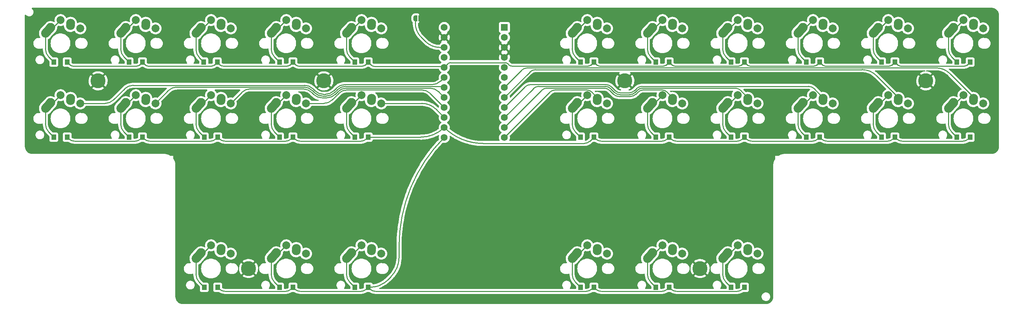
<source format=gbl>
G04 #@! TF.GenerationSoftware,KiCad,Pcbnew,(5.99.0-10034-g38c849bde7)*
G04 #@! TF.CreationDate,2021-04-09T15:09:09-07:00*
G04 #@! TF.ProjectId,unisplit_orthosteno,756e6973-706c-4697-945f-6f7274686f73,rev?*
G04 #@! TF.SameCoordinates,Original*
G04 #@! TF.FileFunction,Copper,L2,Bot*
G04 #@! TF.FilePolarity,Positive*
%FSLAX46Y46*%
G04 Gerber Fmt 4.6, Leading zero omitted, Abs format (unit mm)*
G04 Created by KiCad (PCBNEW (5.99.0-10034-g38c849bde7)) date 2021-04-09 15:09:09*
%MOMM*%
%LPD*%
G01*
G04 APERTURE LIST*
G04 Aperture macros list*
%AMHorizOval*
0 Thick line with rounded ends*
0 $1 width*
0 $2 $3 position (X,Y) of the first rounded end (center of the circle)*
0 $4 $5 position (X,Y) of the second rounded end (center of the circle)*
0 Add line between two ends*
20,1,$1,$2,$3,$4,$5,0*
0 Add two circle primitives to create the rounded ends*
1,1,$1,$2,$3*
1,1,$1,$4,$5*%
%AMFreePoly0*
4,1,22,0.500000,-0.750000,0.000000,-0.750000,0.000000,-0.745033,-0.079941,-0.743568,-0.215256,-0.701293,-0.333266,-0.622738,-0.424486,-0.514219,-0.481581,-0.384460,-0.499164,-0.250000,-0.500000,-0.250000,-0.500000,0.250000,-0.499164,0.250000,-0.499963,0.256109,-0.478152,0.396186,-0.417904,0.524511,-0.324060,0.630769,-0.204165,0.706417,-0.067858,0.745374,0.000000,0.744959,0.000000,0.750000,
0.500000,0.750000,0.500000,-0.750000,0.500000,-0.750000,$1*%
%AMFreePoly1*
4,1,20,0.000000,0.744959,0.073905,0.744508,0.209726,0.703889,0.328688,0.626782,0.421226,0.519385,0.479903,0.390333,0.500000,0.250000,0.500000,-0.250000,0.499851,-0.262216,0.476331,-0.402017,0.414519,-0.529596,0.319384,-0.634700,0.198574,-0.708877,0.061801,-0.746166,0.000000,-0.745033,0.000000,-0.750000,-0.500000,-0.750000,-0.500000,0.750000,0.000000,0.750000,0.000000,0.744959,
0.000000,0.744959,$1*%
G04 Aperture macros list end*
G04 #@! TA.AperFunction,ComponentPad*
%ADD10HorizOval,2.250000X0.019771X0.290016X-0.019771X-0.290016X0*%
G04 #@! TD*
G04 #@! TA.AperFunction,ComponentPad*
%ADD11C,2.000000*%
G04 #@! TD*
G04 #@! TA.AperFunction,ComponentPad*
%ADD12C,2.250000*%
G04 #@! TD*
G04 #@! TA.AperFunction,ComponentPad*
%ADD13HorizOval,2.250000X0.654995X0.730004X-0.654995X-0.730004X0*%
G04 #@! TD*
G04 #@! TA.AperFunction,ComponentPad*
%ADD14C,3.800000*%
G04 #@! TD*
G04 #@! TA.AperFunction,ComponentPad*
%ADD15FreePoly0,0.000000*%
G04 #@! TD*
G04 #@! TA.AperFunction,ComponentPad*
%ADD16FreePoly1,0.000000*%
G04 #@! TD*
G04 #@! TA.AperFunction,SMDPad,CuDef*
%ADD17R,1.200000X1.400000*%
G04 #@! TD*
G04 #@! TA.AperFunction,ComponentPad*
%ADD18R,1.752600X1.752600*%
G04 #@! TD*
G04 #@! TA.AperFunction,ComponentPad*
%ADD19C,1.752600*%
G04 #@! TD*
G04 #@! TA.AperFunction,ViaPad*
%ADD20C,0.800000*%
G04 #@! TD*
G04 #@! TA.AperFunction,Conductor*
%ADD21C,0.250000*%
G04 #@! TD*
G04 APERTURE END LIST*
D10*
X39826021Y-65059984D03*
D11*
X42306250Y-66050000D03*
D12*
X39846250Y-64770000D03*
X34806250Y-65850000D03*
D13*
X34151245Y-66579996D03*
D11*
X37306250Y-63950000D03*
D10*
X58876021Y-65059984D03*
D12*
X58896250Y-64770000D03*
D11*
X61356250Y-66050000D03*
D12*
X53856250Y-65850000D03*
D13*
X53201245Y-66579996D03*
D11*
X56356250Y-63950000D03*
D10*
X77926021Y-65059984D03*
D12*
X77946250Y-64770000D03*
D11*
X80406250Y-66050000D03*
X75406250Y-63950000D03*
D13*
X72251245Y-66579996D03*
D12*
X72906250Y-65850000D03*
D11*
X99456250Y-66050000D03*
D10*
X96976021Y-65059984D03*
D12*
X96996250Y-64770000D03*
D11*
X94456250Y-63950000D03*
D12*
X91956250Y-65850000D03*
D13*
X91301245Y-66579996D03*
D10*
X116026021Y-65059984D03*
D12*
X116046250Y-64770000D03*
D11*
X118506250Y-66050000D03*
D13*
X110351245Y-66579996D03*
D12*
X111006250Y-65850000D03*
D11*
X113506250Y-63950000D03*
D12*
X173196250Y-64770000D03*
D11*
X175656250Y-66050000D03*
D10*
X173176021Y-65059984D03*
D12*
X168156250Y-65850000D03*
D11*
X170656250Y-63950000D03*
D13*
X167501245Y-66579996D03*
D12*
X192246250Y-64770000D03*
D11*
X194706250Y-66050000D03*
D10*
X192226021Y-65059984D03*
D13*
X186551245Y-66579996D03*
D11*
X189706250Y-63950000D03*
D12*
X187206250Y-65850000D03*
D11*
X213756250Y-66050000D03*
D12*
X211296250Y-64770000D03*
D10*
X211276021Y-65059984D03*
D13*
X205601245Y-66579996D03*
D11*
X208756250Y-63950000D03*
D12*
X206256250Y-65850000D03*
D11*
X232806250Y-66050000D03*
D10*
X230326021Y-65059984D03*
D12*
X230346250Y-64770000D03*
X225306250Y-65850000D03*
D13*
X224651245Y-66579996D03*
D11*
X227806250Y-63950000D03*
X251856250Y-66050000D03*
D10*
X249376021Y-65059984D03*
D12*
X249396250Y-64770000D03*
X244356250Y-65850000D03*
D11*
X246856250Y-63950000D03*
D13*
X243701245Y-66579996D03*
D12*
X268446250Y-64770000D03*
D11*
X270906250Y-66050000D03*
D10*
X268426021Y-65059984D03*
D12*
X263406250Y-65850000D03*
D11*
X265906250Y-63950000D03*
D13*
X262751245Y-66579996D03*
D10*
X39826021Y-84109984D03*
D12*
X39846250Y-83820000D03*
D11*
X42306250Y-85100000D03*
D13*
X34151245Y-85629996D03*
D11*
X37306250Y-83000000D03*
D12*
X34806250Y-84900000D03*
D10*
X58876021Y-84109984D03*
D12*
X58896250Y-83820000D03*
D11*
X61356250Y-85100000D03*
X56356250Y-83000000D03*
D13*
X53201245Y-85629996D03*
D12*
X53856250Y-84900000D03*
X77946250Y-83820000D03*
D11*
X80406250Y-85100000D03*
D10*
X77926021Y-84109984D03*
D11*
X75406250Y-83000000D03*
D12*
X72906250Y-84900000D03*
D13*
X72251245Y-85629996D03*
D11*
X99456250Y-85100000D03*
D10*
X96976021Y-84109984D03*
D12*
X96996250Y-83820000D03*
D13*
X91301245Y-85629996D03*
D12*
X91956250Y-84900000D03*
D11*
X94456250Y-83000000D03*
D12*
X116046250Y-83820000D03*
D10*
X116026021Y-84109984D03*
D11*
X118506250Y-85100000D03*
D13*
X110351245Y-85629996D03*
D12*
X111006250Y-84900000D03*
D11*
X113506250Y-83000000D03*
D12*
X173196250Y-83820000D03*
D10*
X173176021Y-84109984D03*
D11*
X175656250Y-85100000D03*
D13*
X167501245Y-85629996D03*
D12*
X168156250Y-84900000D03*
D11*
X170656250Y-83000000D03*
D12*
X192246250Y-83820000D03*
D11*
X194706250Y-85100000D03*
D10*
X192226021Y-84109984D03*
D13*
X186551245Y-85629996D03*
D11*
X189706250Y-83000000D03*
D12*
X187206250Y-84900000D03*
D10*
X211276021Y-84109984D03*
D12*
X211296250Y-83820000D03*
D11*
X213756250Y-85100000D03*
X208756250Y-83000000D03*
D12*
X206256250Y-84900000D03*
D13*
X205601245Y-85629996D03*
D10*
X230326021Y-84109984D03*
D11*
X232806250Y-85100000D03*
D12*
X230346250Y-83820000D03*
D11*
X227806250Y-83000000D03*
D12*
X225306250Y-84900000D03*
D13*
X224651245Y-85629996D03*
D12*
X249396250Y-83820000D03*
D11*
X251856250Y-85100000D03*
D10*
X249376021Y-84109984D03*
D12*
X244356250Y-84900000D03*
D13*
X243701245Y-85629996D03*
D11*
X246856250Y-83000000D03*
X270906250Y-85100000D03*
D12*
X268446250Y-83820000D03*
D10*
X268426021Y-84109984D03*
D13*
X262751245Y-85629996D03*
D12*
X263406250Y-84900000D03*
D11*
X265906250Y-83000000D03*
X80406250Y-123200000D03*
D10*
X77926021Y-122209984D03*
D12*
X77946250Y-121920000D03*
X72906250Y-123000000D03*
D11*
X75406250Y-121100000D03*
D13*
X72251245Y-123729996D03*
D11*
X99456250Y-123200000D03*
D12*
X96996250Y-121920000D03*
D10*
X96976021Y-122209984D03*
D13*
X91301245Y-123729996D03*
D12*
X91956250Y-123000000D03*
D11*
X94456250Y-121100000D03*
D12*
X173196250Y-121920000D03*
D10*
X173176021Y-122209984D03*
D11*
X175656250Y-123200000D03*
D13*
X167501245Y-123729996D03*
D12*
X168156250Y-123000000D03*
D11*
X170656250Y-121100000D03*
X194706250Y-123200000D03*
D10*
X192226021Y-122209984D03*
D12*
X192246250Y-121920000D03*
D11*
X189706250Y-121100000D03*
D12*
X187206250Y-123000000D03*
D13*
X186551245Y-123729996D03*
D10*
X116026021Y-122209984D03*
D12*
X116046250Y-121920000D03*
D11*
X118506250Y-123200000D03*
X113506250Y-121100000D03*
D13*
X110351245Y-123729996D03*
D12*
X111006250Y-123000000D03*
X211296250Y-121920000D03*
D11*
X213756250Y-123200000D03*
D10*
X211276021Y-122209984D03*
D11*
X208756250Y-121100000D03*
D12*
X206256250Y-123000000D03*
D13*
X205601245Y-123729996D03*
D14*
X84931250Y-127000000D03*
X103981250Y-79375000D03*
X180181250Y-79375000D03*
X256381250Y-79375000D03*
X46831250Y-79375000D03*
D15*
X127143750Y-63500000D03*
D16*
X128443750Y-63500000D03*
D14*
X199231250Y-127000000D03*
D17*
X39006250Y-74612500D03*
X35606250Y-74612500D03*
X58056250Y-74612500D03*
X54656250Y-74612500D03*
X76993750Y-74612500D03*
X73593750Y-74612500D03*
X96156250Y-74612500D03*
X92756250Y-74612500D03*
X115206250Y-74612500D03*
X111806250Y-74612500D03*
X172356250Y-74612500D03*
X168956250Y-74612500D03*
X191406250Y-74612500D03*
X188006250Y-74612500D03*
X210456250Y-74612500D03*
X207056250Y-74612500D03*
X229506250Y-74612500D03*
X226106250Y-74612500D03*
X248556250Y-74612500D03*
X245156250Y-74612500D03*
X267606250Y-74612500D03*
X264206250Y-74612500D03*
X39006250Y-93662500D03*
X35606250Y-93662500D03*
X58056250Y-93662500D03*
X54656250Y-93662500D03*
X77106250Y-93662500D03*
X73706250Y-93662500D03*
X96156250Y-93662500D03*
X92756250Y-93662500D03*
X115206250Y-93662500D03*
X111806250Y-93662500D03*
X172356250Y-93662500D03*
X168956250Y-93662500D03*
X191406250Y-93662500D03*
X188006250Y-93662500D03*
X210456250Y-93662500D03*
X207056250Y-93662500D03*
X229506250Y-93662500D03*
X226106250Y-93662500D03*
X248556250Y-93662500D03*
X245156250Y-93662500D03*
X267606250Y-93662500D03*
X264206250Y-93662500D03*
X77106250Y-131762500D03*
X73706250Y-131762500D03*
X96156250Y-131762500D03*
X92756250Y-131762500D03*
X172356250Y-131762500D03*
X168956250Y-131762500D03*
X191406250Y-131762500D03*
X188006250Y-131762500D03*
D18*
X149701250Y-65804250D03*
D19*
X149701250Y-68344250D03*
X149701250Y-70884250D03*
X149701250Y-73424250D03*
X149701250Y-75964250D03*
X149701250Y-78504250D03*
X149701250Y-81044250D03*
X149701250Y-83584250D03*
X149701250Y-86124250D03*
X149701250Y-88664250D03*
X149701250Y-91204250D03*
X149701250Y-93744250D03*
X134461250Y-93744250D03*
X134461250Y-91204250D03*
X134461250Y-88664250D03*
X134461250Y-86124250D03*
X134461250Y-83584250D03*
X134461250Y-81044250D03*
X134461250Y-78504250D03*
X134461250Y-75964250D03*
X134461250Y-73424250D03*
X134461250Y-70884250D03*
X134461250Y-68344250D03*
X134461250Y-65804250D03*
D17*
X115206250Y-131762500D03*
X111806250Y-131762500D03*
X210456250Y-131762500D03*
X207056250Y-131762500D03*
D20*
X208788000Y-85344000D03*
X165354000Y-91059000D03*
X56388000Y-85344000D03*
X170688000Y-85344000D03*
X141986000Y-92202000D03*
X113538000Y-85471000D03*
X94488000Y-85471000D03*
X246888000Y-85471000D03*
X80518000Y-82931000D03*
X118872000Y-82931000D03*
X227838000Y-85471000D03*
X99695000Y-82804000D03*
X75438000Y-85471000D03*
X189738000Y-85344000D03*
D21*
X249995465Y-75637501D02*
X266167035Y-75637501D01*
X58056250Y-74612500D02*
X58788358Y-75344608D01*
X114474142Y-75344608D02*
X115206250Y-74612500D01*
X172356250Y-74612500D02*
X171624132Y-75344618D01*
X40445465Y-75637501D02*
X56617035Y-75637501D01*
X172356250Y-74612500D02*
X173088358Y-75344608D01*
X149863666Y-74762939D02*
X136076775Y-74762939D01*
X135369668Y-75055832D02*
X134461250Y-75964250D01*
X266874142Y-75344608D02*
X267606250Y-74612500D01*
X210456250Y-74612500D02*
X211188358Y-75344608D01*
X228774142Y-75344608D02*
X229506250Y-74612500D01*
X192845465Y-75637501D02*
X209017035Y-75637501D01*
X115206250Y-74612500D02*
X115206250Y-74725000D01*
X248556250Y-74612500D02*
X249288358Y-75344608D01*
X150859559Y-75344618D02*
X150570773Y-75055832D01*
X96156250Y-74612500D02*
X96888358Y-75344608D01*
X229506250Y-74612500D02*
X230238358Y-75344608D01*
X78432965Y-75637501D02*
X94717035Y-75637501D01*
X76261642Y-75344608D02*
X76993750Y-74612500D01*
X115206250Y-74612500D02*
X115992857Y-75399107D01*
X190674142Y-75344608D02*
X191406250Y-74612500D01*
X211895465Y-75637501D02*
X228067035Y-75637501D01*
X76993750Y-74612500D02*
X77725858Y-75344608D01*
X97595465Y-75637501D02*
X113767035Y-75637501D01*
X170917025Y-75637511D02*
X151566666Y-75637511D01*
X134189000Y-75692000D02*
X134461250Y-75964250D01*
X116699964Y-75692000D02*
X134189000Y-75692000D01*
X230945465Y-75637501D02*
X247117035Y-75637501D01*
X59495465Y-75637501D02*
X75554535Y-75637501D01*
X191406250Y-74612500D02*
X192138358Y-75344608D01*
X57324142Y-75344608D02*
X58056250Y-74612500D01*
X173795465Y-75637501D02*
X189967035Y-75637501D01*
X247824142Y-75344608D02*
X248556250Y-74612500D01*
X209724142Y-75344608D02*
X210456250Y-74612500D01*
X39006250Y-74612500D02*
X39738358Y-75344608D01*
X95424142Y-75344608D02*
X96156250Y-74612500D01*
X95424142Y-75344608D02*
G75*
G02*
X94717035Y-75637501I-707106J707106D01*
G01*
X150570773Y-75055832D02*
G75*
G03*
X149863666Y-74762939I-707106J-707106D01*
G01*
X150859559Y-75344618D02*
G75*
G03*
X151566666Y-75637511I707106J707106D01*
G01*
X75554535Y-75637500D02*
G75*
G03*
X76261641Y-75344607I3J999993D01*
G01*
X57324142Y-75344608D02*
G75*
G02*
X56617035Y-75637501I-707106J707106D01*
G01*
X230945465Y-75637500D02*
G75*
G02*
X230238359Y-75344607I-3J999993D01*
G01*
X266167035Y-75637500D02*
G75*
G03*
X266874141Y-75344607I3J999993D01*
G01*
X77725858Y-75344608D02*
G75*
G03*
X78432965Y-75637501I707106J707106D01*
G01*
X115992857Y-75399107D02*
G75*
G03*
X116699964Y-75692000I707106J707106D01*
G01*
X228067035Y-75637500D02*
G75*
G03*
X228774141Y-75344607I3J999993D01*
G01*
X209724142Y-75344608D02*
G75*
G02*
X209017035Y-75637501I-707106J707106D01*
G01*
X211895465Y-75637500D02*
G75*
G02*
X211188359Y-75344607I-3J999993D01*
G01*
X192138358Y-75344608D02*
G75*
G03*
X192845465Y-75637501I707106J707106D01*
G01*
X59495465Y-75637500D02*
G75*
G02*
X58788359Y-75344607I-3J999993D01*
G01*
X113767035Y-75637500D02*
G75*
G03*
X114474141Y-75344607I3J999993D01*
G01*
X189967035Y-75637500D02*
G75*
G03*
X190674141Y-75344607I3J999993D01*
G01*
X173795465Y-75637500D02*
G75*
G02*
X173088359Y-75344607I-3J999993D01*
G01*
X39738358Y-75344608D02*
G75*
G03*
X40445465Y-75637501I707106J707106D01*
G01*
X249995465Y-75637500D02*
G75*
G02*
X249288359Y-75344607I-3J999993D01*
G01*
X247117035Y-75637500D02*
G75*
G03*
X247824141Y-75344607I3J999993D01*
G01*
X97595465Y-75637500D02*
G75*
G02*
X96888359Y-75344607I-3J999993D01*
G01*
X135369668Y-75055832D02*
G75*
G02*
X136076775Y-74762939I707106J-707106D01*
G01*
X171624132Y-75344618D02*
G75*
G02*
X170917025Y-75637511I-707106J707106D01*
G01*
X34374930Y-73381180D02*
X35606250Y-74612500D01*
X33532036Y-67310000D02*
X33496250Y-67310000D01*
X37306250Y-63950000D02*
X34239143Y-67017107D01*
X33496250Y-67310000D02*
X33496250Y-71259859D01*
X34239143Y-67017107D02*
G75*
G02*
X33532036Y-67310000I-707106J707106D01*
G01*
X33496251Y-71259859D02*
G75*
G03*
X34374931Y-73381179I2999993J-3D01*
G01*
X53424930Y-73381180D02*
X54656250Y-74612500D01*
X52546250Y-67310000D02*
X52546250Y-71259859D01*
X54042036Y-65850000D02*
X53856250Y-65850000D01*
X56356250Y-63950000D02*
X54749143Y-65557107D01*
X53424930Y-73381180D02*
G75*
G02*
X52546250Y-71259859I2121325J2121323D01*
G01*
X54042036Y-65849999D02*
G75*
G03*
X54749142Y-65557106I3J999993D01*
G01*
X71596250Y-67310000D02*
X71596250Y-71372359D01*
X75406250Y-63950000D02*
X72339143Y-67017107D01*
X72474930Y-73493680D02*
X73593750Y-74612500D01*
X71632036Y-67310000D02*
X71596250Y-67310000D01*
X72474930Y-73493680D02*
G75*
G02*
X71596250Y-71372359I2121325J2121323D01*
G01*
X71632036Y-67309999D02*
G75*
G03*
X72339142Y-67017106I3J999993D01*
G01*
X94456250Y-63950000D02*
X91389143Y-67017107D01*
X91524930Y-73381180D02*
X92756250Y-74612500D01*
X90682036Y-67310000D02*
X90646250Y-67310000D01*
X90646250Y-67310000D02*
X90646250Y-71259859D01*
X91389143Y-67017107D02*
G75*
G02*
X90682036Y-67310000I-707106J707106D01*
G01*
X90646251Y-71259859D02*
G75*
G03*
X91524931Y-73381179I2999993J-3D01*
G01*
X109696250Y-67310000D02*
X109696250Y-71259859D01*
X113506250Y-63950000D02*
X111899143Y-65557107D01*
X110574930Y-73381180D02*
X111806250Y-74612500D01*
X111192036Y-65850000D02*
X111006250Y-65850000D01*
X111192036Y-65849999D02*
G75*
G03*
X111899142Y-65557106I3J999993D01*
G01*
X110574930Y-73381180D02*
G75*
G02*
X109696250Y-71259859I2121325J2121323D01*
G01*
X166846250Y-67310000D02*
X166846250Y-71259859D01*
X166882036Y-67310000D02*
X166846250Y-67310000D01*
X167724930Y-73381180D02*
X168956250Y-74612500D01*
X170656250Y-63950000D02*
X167589143Y-67017107D01*
X166846251Y-71259859D02*
G75*
G03*
X167724931Y-73381179I2999993J-3D01*
G01*
X167589143Y-67017107D02*
G75*
G02*
X166882036Y-67310000I-707106J707106D01*
G01*
X189706250Y-63950000D02*
X188099143Y-65557107D01*
X186774930Y-73381180D02*
X188006250Y-74612500D01*
X187392036Y-65850000D02*
X187206250Y-65850000D01*
X185896250Y-67310000D02*
X185896250Y-71259859D01*
X188099143Y-65557107D02*
G75*
G02*
X187392036Y-65850000I-707106J707106D01*
G01*
X185896251Y-71259859D02*
G75*
G03*
X186774931Y-73381179I2999993J-3D01*
G01*
X206442036Y-65850000D02*
X206256250Y-65850000D01*
X208756250Y-63950000D02*
X207149143Y-65557107D01*
X205824930Y-73381180D02*
X207056250Y-74612500D01*
X204946250Y-67310000D02*
X204946250Y-71259859D01*
X205824930Y-73381180D02*
G75*
G02*
X204946250Y-71259859I2121325J2121323D01*
G01*
X207149143Y-65557107D02*
G75*
G02*
X206442036Y-65850000I-707106J707106D01*
G01*
X227806250Y-63950000D02*
X224739143Y-67017107D01*
X223996250Y-67310000D02*
X223996250Y-71259859D01*
X224874930Y-73381180D02*
X226106250Y-74612500D01*
X224032036Y-67310000D02*
X223996250Y-67310000D01*
X224874930Y-73381180D02*
G75*
G02*
X223996250Y-71259859I2121325J2121323D01*
G01*
X224032036Y-67309999D02*
G75*
G03*
X224739142Y-67017106I3J999993D01*
G01*
X246856250Y-63950000D02*
X245249143Y-65557107D01*
X243924930Y-73381180D02*
X245156250Y-74612500D01*
X244542036Y-65850000D02*
X244356250Y-65850000D01*
X243046250Y-67310000D02*
X243046250Y-71259859D01*
X243046251Y-71259859D02*
G75*
G03*
X243924931Y-73381179I2999993J-3D01*
G01*
X244542036Y-65849999D02*
G75*
G03*
X245249142Y-65557106I3J999993D01*
G01*
X262096250Y-67310000D02*
X262096250Y-71259859D01*
X262974930Y-73381180D02*
X264206250Y-74612500D01*
X265906250Y-63950000D02*
X262839143Y-67017107D01*
X262132036Y-67310000D02*
X262096250Y-67310000D01*
X262132036Y-67309999D02*
G75*
G03*
X262839142Y-67017106I3J999993D01*
G01*
X262974930Y-73381180D02*
G75*
G02*
X262096250Y-71259859I2121325J2121323D01*
G01*
X169940323Y-95250000D02*
X144228540Y-95250000D01*
X77545464Y-94101714D02*
X77106250Y-93662500D01*
X248556250Y-93662500D02*
X248117035Y-94101715D01*
X248995464Y-94101714D02*
X248556250Y-93662500D01*
X58056250Y-93662500D02*
X57617035Y-94101715D01*
X191845464Y-94101714D02*
X191406250Y-93662500D01*
X227652822Y-94687501D02*
X212309678Y-94687501D01*
X246702822Y-94687501D02*
X231359678Y-94687501D01*
X39445464Y-94101714D02*
X39006250Y-93662500D01*
X75252822Y-94687501D02*
X59909678Y-94687501D01*
X134461222Y-91204278D02*
X134461250Y-91204250D01*
X115206250Y-93662500D02*
X128526550Y-93662500D01*
X96156250Y-93662500D02*
X95717035Y-94101715D01*
X172356250Y-93662500D02*
X171354536Y-94664214D01*
X115206250Y-93662500D02*
X114767035Y-94101715D01*
X210895464Y-94101714D02*
X210456250Y-93662500D01*
X229945464Y-94101714D02*
X229506250Y-93662500D01*
X265752822Y-94687501D02*
X250409678Y-94687501D01*
X58495464Y-94101714D02*
X58056250Y-93662500D01*
X267606250Y-93662500D02*
X267167035Y-94101715D01*
X134461260Y-91204260D02*
X134461250Y-91204250D01*
X94302822Y-94687501D02*
X78959678Y-94687501D01*
X172795464Y-94101714D02*
X172356250Y-93662500D01*
X113352822Y-94687501D02*
X98009678Y-94687501D01*
X229506250Y-93662500D02*
X229067035Y-94101715D01*
X96595464Y-94101714D02*
X96156250Y-93662500D01*
X189552822Y-94687501D02*
X174209678Y-94687501D01*
X191406250Y-93662500D02*
X190967035Y-94101715D01*
X210456250Y-93662500D02*
X210017035Y-94101715D01*
X56202822Y-94687501D02*
X40859678Y-94687501D01*
X77106250Y-93662500D02*
X76667035Y-94101715D01*
X208602822Y-94687501D02*
X193259678Y-94687501D01*
X229067035Y-94101715D02*
G75*
G02*
X227652822Y-94687501I-1414213J1414214D01*
G01*
X57617035Y-94101715D02*
G75*
G02*
X56202822Y-94687501I-1414213J1414214D01*
G01*
X171354536Y-94664214D02*
G75*
G02*
X169940323Y-95250000I-1414213J1414214D01*
G01*
X98009678Y-94687500D02*
G75*
G02*
X96595465Y-94101713I0J1999999D01*
G01*
X78959678Y-94687500D02*
G75*
G02*
X77545465Y-94101713I0J1999999D01*
G01*
X210017035Y-94101715D02*
G75*
G02*
X208602822Y-94687501I-1414213J1414214D01*
G01*
X40859678Y-94687500D02*
G75*
G02*
X39445465Y-94101713I0J1999999D01*
G01*
X231359678Y-94687500D02*
G75*
G02*
X229945465Y-94101713I0J1999999D01*
G01*
X248995464Y-94101714D02*
G75*
G03*
X250409678Y-94687501I1414214J1414213D01*
G01*
X113352822Y-94687500D02*
G75*
G03*
X114767034Y-94101714I0J1999999D01*
G01*
X174209678Y-94687500D02*
G75*
G02*
X172795465Y-94101713I0J1999999D01*
G01*
X134461260Y-91204260D02*
G75*
G03*
X144228540Y-95250000I9767282J9767284D01*
G01*
X267167035Y-94101715D02*
G75*
G02*
X265752822Y-94687501I-1414213J1414214D01*
G01*
X95717035Y-94101715D02*
G75*
G02*
X94302822Y-94687501I-1414213J1414214D01*
G01*
X246702822Y-94687500D02*
G75*
G03*
X248117034Y-94101714I0J1999999D01*
G01*
X189552822Y-94687500D02*
G75*
G03*
X190967034Y-94101714I0J1999999D01*
G01*
X191845464Y-94101714D02*
G75*
G03*
X193259678Y-94687501I1414214J1414213D01*
G01*
X210895464Y-94101714D02*
G75*
G03*
X212309678Y-94687501I1414214J1414213D01*
G01*
X134461222Y-91204278D02*
G75*
G02*
X128526550Y-93662500I-5934672J5934672D01*
G01*
X76667035Y-94101715D02*
G75*
G02*
X75252822Y-94687501I-1414213J1414214D01*
G01*
X58495464Y-94101714D02*
G75*
G03*
X59909678Y-94687501I1414214J1414213D01*
G01*
X34374930Y-92431180D02*
X35606250Y-93662500D01*
X33496250Y-86360000D02*
X33496250Y-90309859D01*
X37306250Y-83000000D02*
X34239143Y-86067107D01*
X33532036Y-86360000D02*
X33496250Y-86360000D01*
X33532036Y-86359999D02*
G75*
G03*
X34239142Y-86067106I3J999993D01*
G01*
X34374930Y-92431180D02*
G75*
G02*
X33496250Y-90309859I2121325J2121323D01*
G01*
X53424930Y-92431180D02*
X54656250Y-93662500D01*
X56356250Y-83000000D02*
X53289143Y-86067107D01*
X52546250Y-86360000D02*
X52546250Y-90309859D01*
X52582036Y-86360000D02*
X52546250Y-86360000D01*
X53424930Y-92431180D02*
G75*
G02*
X52546250Y-90309859I2121325J2121323D01*
G01*
X53289143Y-86067107D02*
G75*
G02*
X52582036Y-86360000I-707106J707106D01*
G01*
X75406250Y-83000000D02*
X72339143Y-86067107D01*
X71596250Y-86360000D02*
X71596250Y-90309859D01*
X71632036Y-86360000D02*
X71596250Y-86360000D01*
X72474930Y-92431180D02*
X73706250Y-93662500D01*
X71596251Y-90309859D02*
G75*
G03*
X72474931Y-92431179I2999993J-3D01*
G01*
X72339143Y-86067107D02*
G75*
G02*
X71632036Y-86360000I-707106J707106D01*
G01*
X94456250Y-83000000D02*
X91389143Y-86067107D01*
X90682036Y-86360000D02*
X90646250Y-86360000D01*
X91524930Y-92431180D02*
X92756250Y-93662500D01*
X90646250Y-86360000D02*
X90646250Y-90309859D01*
X90646251Y-90309859D02*
G75*
G03*
X91524931Y-92431179I2999993J-3D01*
G01*
X91389143Y-86067107D02*
G75*
G02*
X90682036Y-86360000I-707106J707106D01*
G01*
X109696250Y-86360000D02*
X109696250Y-90309859D01*
X109732036Y-86360000D02*
X109696250Y-86360000D01*
X113506250Y-83000000D02*
X110439143Y-86067107D01*
X110574930Y-92431180D02*
X111806250Y-93662500D01*
X109696251Y-90309859D02*
G75*
G03*
X110574931Y-92431179I2999993J-3D01*
G01*
X110439143Y-86067107D02*
G75*
G02*
X109732036Y-86360000I-707106J707106D01*
G01*
X167724930Y-92431180D02*
X168956250Y-93662500D01*
X170656250Y-83000000D02*
X167589143Y-86067107D01*
X166846250Y-86360000D02*
X166846250Y-90309859D01*
X166882036Y-86360000D02*
X166846250Y-86360000D01*
X167724930Y-92431180D02*
G75*
G02*
X166846250Y-90309859I2121325J2121323D01*
G01*
X166882036Y-86359999D02*
G75*
G03*
X167589142Y-86067106I3J999993D01*
G01*
X189706250Y-83000000D02*
X186639143Y-86067107D01*
X185896250Y-86360000D02*
X185896250Y-90309859D01*
X185932036Y-86360000D02*
X185896250Y-86360000D01*
X186774930Y-92431180D02*
X188006250Y-93662500D01*
X186639143Y-86067107D02*
G75*
G02*
X185932036Y-86360000I-707106J707106D01*
G01*
X186774930Y-92431180D02*
G75*
G02*
X185896250Y-90309859I2121325J2121323D01*
G01*
X204946250Y-86360000D02*
X204946250Y-90309859D01*
X205824930Y-92431180D02*
X207056250Y-93662500D01*
X208756250Y-83000000D02*
X205689143Y-86067107D01*
X204982036Y-86360000D02*
X204946250Y-86360000D01*
X205824930Y-92431180D02*
G75*
G02*
X204946250Y-90309859I2121325J2121323D01*
G01*
X204982036Y-86359999D02*
G75*
G03*
X205689142Y-86067106I3J999993D01*
G01*
X224032036Y-86360000D02*
X223996250Y-86360000D01*
X227806250Y-83000000D02*
X224739143Y-86067107D01*
X224874930Y-92431180D02*
X226106250Y-93662500D01*
X223996250Y-86360000D02*
X223996250Y-90309859D01*
X224739143Y-86067107D02*
G75*
G02*
X224032036Y-86360000I-707106J707106D01*
G01*
X223996251Y-90309859D02*
G75*
G03*
X224874931Y-92431179I2999993J-3D01*
G01*
X246856250Y-83000000D02*
X245249143Y-84607107D01*
X243924930Y-92431180D02*
X245156250Y-93662500D01*
X244542036Y-84900000D02*
X244356250Y-84900000D01*
X243046250Y-86360000D02*
X243046250Y-90309859D01*
X243046251Y-90309859D02*
G75*
G03*
X243924931Y-92431179I2999993J-3D01*
G01*
X244542036Y-84899999D02*
G75*
G03*
X245249142Y-84607106I3J999993D01*
G01*
X262974930Y-92431180D02*
X264206250Y-93662500D01*
X262132036Y-86360000D02*
X262096250Y-86360000D01*
X265906250Y-83000000D02*
X262839143Y-86067107D01*
X262096250Y-86360000D02*
X262096250Y-90309859D01*
X262132036Y-86359999D02*
G75*
G03*
X262839142Y-86067106I3J999993D01*
G01*
X262096251Y-90309859D02*
G75*
G03*
X262974931Y-92431179I2999993J-3D01*
G01*
X171804526Y-132201724D02*
X172243750Y-131762500D01*
X96156250Y-131762500D02*
X96595465Y-132201715D01*
X95717036Y-132201714D02*
X96156250Y-131762500D01*
X120122537Y-129904614D02*
X120318980Y-129712270D01*
X191406250Y-131762500D02*
X191845465Y-132201715D01*
X117059688Y-132787511D02*
X170390312Y-132787511D01*
X78959678Y-132787501D02*
X94302822Y-132787501D01*
X118300921Y-131121779D02*
X118790821Y-130872163D01*
X120318980Y-129712270D02*
X120981015Y-129050235D01*
X172243750Y-131762500D02*
X172356250Y-131762500D01*
X115369291Y-131762500D02*
X115644205Y-131759601D01*
X134029335Y-94179439D02*
X134461250Y-93744250D01*
X98009678Y-132787501D02*
X113352822Y-132787501D01*
X210017036Y-132201714D02*
X210456250Y-131762500D01*
X123031250Y-124100531D02*
X123031250Y-121338580D01*
X77106250Y-131762500D02*
X77545465Y-132201715D01*
X119704445Y-130261698D02*
X120122537Y-129904614D01*
X117270030Y-131502095D02*
X117792947Y-131332189D01*
X172356250Y-131762500D02*
X172795465Y-132201715D01*
X116735395Y-131630450D02*
X117270030Y-131502095D01*
X118790821Y-130872163D02*
X119259626Y-130584879D01*
X115206250Y-131762500D02*
X115369291Y-131762500D01*
X190967036Y-132201714D02*
X191406250Y-131762500D01*
X193259678Y-132787501D02*
X208602822Y-132787501D01*
X117792947Y-131332189D02*
X118300921Y-131121779D01*
X174209678Y-132787501D02*
X189552822Y-132787501D01*
X114767036Y-132201714D02*
X115206250Y-131762500D01*
X119259626Y-130584879D02*
X119704445Y-130261698D01*
X115206250Y-131762500D02*
X116735395Y-131630450D01*
X115206250Y-131762500D02*
X115645475Y-132201725D01*
X115645475Y-132201725D02*
G75*
G03*
X117059688Y-132787511I1414213J1414214D01*
G01*
X190967036Y-132201714D02*
G75*
G02*
X189552822Y-132787501I-1414214J1414213D01*
G01*
X171804526Y-132201724D02*
G75*
G02*
X170390312Y-132787511I-1414214J1414213D01*
G01*
X193259678Y-132787500D02*
G75*
G02*
X191845466Y-132201714I0J1999999D01*
G01*
X123031249Y-124100531D02*
G75*
G02*
X120981015Y-129050235I-6999938J0D01*
G01*
X174209678Y-132787500D02*
G75*
G02*
X172795466Y-132201714I0J1999999D01*
G01*
X134461157Y-93744343D02*
G75*
G03*
X123031250Y-121338580I27594239J-27594238D01*
G01*
X78959678Y-132787500D02*
G75*
G02*
X77545466Y-132201714I0J1999999D01*
G01*
X208602822Y-132787500D02*
G75*
G03*
X210017035Y-132201713I0J1999999D01*
G01*
X98009678Y-132787500D02*
G75*
G02*
X96595466Y-132201714I0J1999999D01*
G01*
X94302822Y-132787500D02*
G75*
G03*
X95717035Y-132201713I0J1999999D01*
G01*
X114767036Y-132201714D02*
G75*
G02*
X113352822Y-132787501I-1414214J1414213D01*
G01*
X75406250Y-121100000D02*
X72339143Y-124167107D01*
X72474930Y-130531180D02*
X73706250Y-131762500D01*
X71596250Y-124460000D02*
X71596250Y-128409859D01*
X71632036Y-124460000D02*
X71596250Y-124460000D01*
X72474930Y-130531180D02*
G75*
G02*
X71596250Y-128409859I2121325J2121323D01*
G01*
X72339143Y-124167107D02*
G75*
G02*
X71632036Y-124460000I-707106J707106D01*
G01*
X94456250Y-121100000D02*
X92849143Y-122707107D01*
X92142036Y-123000000D02*
X91956250Y-123000000D01*
X91524930Y-130531180D02*
X92756250Y-131762500D01*
X90646250Y-124460000D02*
X90646250Y-128409859D01*
X91524930Y-130531180D02*
G75*
G02*
X90646250Y-128409859I2121325J2121323D01*
G01*
X92849143Y-122707107D02*
G75*
G02*
X92142036Y-123000000I-707106J707106D01*
G01*
X110574930Y-130531180D02*
X111806250Y-131762500D01*
X113506250Y-121100000D02*
X111899143Y-122707107D01*
X109696250Y-124460000D02*
X109696250Y-128409859D01*
X111192036Y-123000000D02*
X111006250Y-123000000D01*
X109696251Y-128409859D02*
G75*
G03*
X110574931Y-130531179I2999993J-3D01*
G01*
X111192036Y-122999999D02*
G75*
G03*
X111899142Y-122707106I3J999993D01*
G01*
X166882036Y-124460000D02*
X166846250Y-124460000D01*
X167724930Y-130531180D02*
X168956250Y-131762500D01*
X170656250Y-121100000D02*
X167589143Y-124167107D01*
X166846250Y-124460000D02*
X166846250Y-128409859D01*
X167724930Y-130531180D02*
G75*
G02*
X166846250Y-128409859I2121325J2121323D01*
G01*
X167589143Y-124167107D02*
G75*
G02*
X166882036Y-124460000I-707106J707106D01*
G01*
X106487071Y-81908787D02*
X107192240Y-81203618D01*
X103873858Y-82787467D02*
X104365750Y-82787467D01*
X109313560Y-80324939D02*
X131397920Y-80324939D01*
X55667661Y-80512480D02*
X99113589Y-80512480D01*
X42306250Y-85100000D02*
X48594859Y-85100000D01*
X133519241Y-79446259D02*
X134461250Y-78504250D01*
X101234910Y-81391160D02*
X101752538Y-81908788D01*
X50716180Y-84221320D02*
X53546341Y-81391159D01*
X103873858Y-82787467D02*
G75*
G02*
X101752538Y-81908788I-1J2999998D01*
G01*
X109313560Y-80324939D02*
G75*
G03*
X107192240Y-81203618I-1J-2999998D01*
G01*
X104365750Y-82787466D02*
G75*
G03*
X106487070Y-81908786I3J2999993D01*
G01*
X55667661Y-80512480D02*
G75*
G03*
X53546341Y-81391159I-1J-2999998D01*
G01*
X48594859Y-85099999D02*
G75*
G03*
X50716179Y-84221319I3J2999993D01*
G01*
X131397920Y-80324938D02*
G75*
G03*
X133519240Y-79446258I3J2999993D01*
G01*
X99113589Y-80512481D02*
G75*
G02*
X101234909Y-81391161I3J-2999993D01*
G01*
X66736391Y-80962500D02*
X98927185Y-80962500D01*
X103687454Y-83237487D02*
X104552154Y-83237487D01*
X101048506Y-81841180D02*
X101566134Y-82358808D01*
X61356250Y-85100000D02*
X64615071Y-81841179D01*
X134191959Y-80774959D02*
X134461250Y-81044250D01*
X109499964Y-80774959D02*
X134191959Y-80774959D01*
X106673475Y-82358807D02*
X107378644Y-81653638D01*
X104552154Y-83237486D02*
G75*
G03*
X106673474Y-82358806I3J2999993D01*
G01*
X103687454Y-83237487D02*
G75*
G02*
X101566134Y-82358808I-1J2999998D01*
G01*
X101048506Y-81841180D02*
G75*
G03*
X98927185Y-80962500I-2121323J-2121325D01*
G01*
X107378644Y-81653638D02*
G75*
G02*
X109499964Y-80774959I2121319J-2121319D01*
G01*
X64615071Y-81841179D02*
G75*
G02*
X66736391Y-80962500I2121319J-2121319D01*
G01*
X103501050Y-83687507D02*
X104738558Y-83687507D01*
X132980659Y-82103659D02*
X134461250Y-83584250D01*
X100862102Y-82291200D02*
X101379730Y-82808828D01*
X109686368Y-81224979D02*
X130859338Y-81224979D01*
X85336371Y-81412520D02*
X98740781Y-81412520D01*
X80406250Y-85100000D02*
X83215051Y-82291199D01*
X106859879Y-82808827D02*
X107565048Y-82103658D01*
X106859879Y-82808827D02*
G75*
G02*
X104738558Y-83687507I-2121323J2121325D01*
G01*
X101379730Y-82808828D02*
G75*
G03*
X103501050Y-83687507I2121319J2121319D01*
G01*
X83215051Y-82291199D02*
G75*
G02*
X85336371Y-81412520I2121319J-2121319D01*
G01*
X100862102Y-82291200D02*
G75*
G03*
X98740781Y-81412520I-2121323J-2121325D01*
G01*
X107565048Y-82103658D02*
G75*
G02*
X109686368Y-81224979I2121319J-2121319D01*
G01*
X132980659Y-82103659D02*
G75*
G03*
X130859338Y-81224979I-2121323J-2121325D01*
G01*
X106083810Y-84221320D02*
X107751452Y-82553678D01*
X99456250Y-85100000D02*
X103962489Y-85100000D01*
X130890679Y-82553679D02*
X134461250Y-86124250D01*
X109872772Y-81674999D02*
X128769358Y-81674999D01*
X103962489Y-85099999D02*
G75*
G03*
X106083809Y-84221319I3J2999993D01*
G01*
X109872772Y-81674999D02*
G75*
G03*
X107751452Y-82553678I-1J-2999998D01*
G01*
X128769358Y-81675000D02*
G75*
G02*
X130890678Y-82553680I3J-2999993D01*
G01*
X118506250Y-85100000D02*
X128825932Y-85100000D01*
X132361466Y-86564466D02*
X134461250Y-88664250D01*
X116006250Y-84400000D02*
X116006250Y-84018750D01*
X116006250Y-84400000D02*
X116006250Y-83225000D01*
X132361466Y-86564466D02*
G75*
G03*
X128825932Y-85100000I-3535533J-3535532D01*
G01*
X172570463Y-82953211D02*
X171878037Y-82260785D01*
X170463824Y-81674999D02*
X162598928Y-81674999D01*
X173156250Y-84400000D02*
X173156250Y-84367425D01*
X161184714Y-82260786D02*
X149701250Y-93744250D01*
X170463824Y-81675000D02*
G75*
G02*
X171878036Y-82260786I0J-1999999D01*
G01*
X161184714Y-82260786D02*
G75*
G02*
X162598928Y-81674999I1414214J-1414213D01*
G01*
X173156249Y-84367425D02*
G75*
G03*
X172570462Y-82953212I-1999999J0D01*
G01*
X159094721Y-81810779D02*
X149701250Y-91204250D01*
X174931485Y-81224992D02*
X160508935Y-81224992D01*
X177292883Y-82757963D02*
X176345698Y-81810778D01*
X191620463Y-82953211D02*
X190928037Y-82260785D01*
X181576747Y-83343750D02*
X178707097Y-83343750D01*
X183488138Y-82260786D02*
X182990960Y-82757964D01*
X189513824Y-81674999D02*
X184902352Y-81674999D01*
X192206250Y-84400000D02*
X192206250Y-84367425D01*
X191620463Y-82953211D02*
G75*
G02*
X192206250Y-84367425I-1414213J-1414214D01*
G01*
X174931485Y-81224993D02*
G75*
G02*
X176345697Y-81810779I0J-1999999D01*
G01*
X190928037Y-82260785D02*
G75*
G03*
X189513824Y-81674999I-1414213J-1414214D01*
G01*
X160508935Y-81224993D02*
G75*
G03*
X159094722Y-81810780I0J-1999999D01*
G01*
X177292883Y-82757963D02*
G75*
G03*
X178707097Y-83343750I1414214J1414213D01*
G01*
X184902352Y-81675000D02*
G75*
G03*
X183488139Y-82260787I0J-1999999D01*
G01*
X181576747Y-83343749D02*
G75*
G03*
X182990959Y-82757963I0J1999999D01*
G01*
X177557943Y-82307943D02*
X176610767Y-81360767D01*
X183301722Y-81810778D02*
X182804556Y-82307944D01*
X181390343Y-82893730D02*
X178972157Y-82893730D01*
X157004732Y-81360768D02*
X149701250Y-88664250D01*
X210670463Y-82953211D02*
X209528029Y-81810777D01*
X211256250Y-84400000D02*
X211256250Y-84367425D01*
X175196554Y-80774981D02*
X158418946Y-80774981D01*
X208113816Y-81224991D02*
X184715936Y-81224991D01*
X209528029Y-81810777D02*
G75*
G03*
X208113816Y-81224991I-1414213J-1414214D01*
G01*
X157004732Y-81360768D02*
G75*
G02*
X158418946Y-80774981I1414214J-1414213D01*
G01*
X176610767Y-81360767D02*
G75*
G03*
X175196554Y-80774981I-1414213J-1414214D01*
G01*
X183301722Y-81810778D02*
G75*
G02*
X184715936Y-81224991I1414214J-1414213D01*
G01*
X177557943Y-82307943D02*
G75*
G03*
X178972157Y-82893730I1414214J1414213D01*
G01*
X181390343Y-82893729D02*
G75*
G03*
X182804555Y-82307943I0J1999999D01*
G01*
X210670463Y-82953211D02*
G75*
G02*
X211256250Y-84367425I-1414213J-1414214D01*
G01*
X183115318Y-81360758D02*
X182618152Y-81857924D01*
X177744347Y-81857923D02*
X176797179Y-80910755D01*
X181203939Y-82443710D02*
X179158561Y-82443710D01*
X154914744Y-80910756D02*
X149701250Y-86124250D01*
X230306250Y-84400000D02*
X230306250Y-84367425D01*
X229720463Y-82953211D02*
X228128009Y-81360757D01*
X175382966Y-80324969D02*
X156328958Y-80324969D01*
X226713796Y-80774971D02*
X184529532Y-80774971D01*
X226713796Y-80774972D02*
G75*
G02*
X228128008Y-81360758I0J-1999999D01*
G01*
X181203939Y-82443709D02*
G75*
G03*
X182618151Y-81857923I0J1999999D01*
G01*
X229720463Y-82953211D02*
G75*
G02*
X230306250Y-84367425I-1414213J-1414214D01*
G01*
X156328958Y-80324970D02*
G75*
G03*
X154914745Y-80910757I0J-1999999D01*
G01*
X179158561Y-82443709D02*
G75*
G02*
X177744348Y-81857922I0J1999999D01*
G01*
X184529532Y-80774972D02*
G75*
G03*
X183115319Y-81360759I0J-1999999D01*
G01*
X175382966Y-80324970D02*
G75*
G02*
X176797178Y-80910756I0J-1999999D01*
G01*
X240283705Y-76537521D02*
X228600000Y-76537521D01*
X249356250Y-84400000D02*
X249356250Y-83953212D01*
X209804047Y-76537521D02*
X209804045Y-76537519D01*
X209804047Y-76537521D02*
X228600000Y-76537521D01*
X228600002Y-76537519D02*
X230158449Y-76537519D01*
X209804045Y-76537519D02*
X157576408Y-76537519D01*
X228600000Y-76537521D02*
X228600002Y-76537519D01*
X156162194Y-77123306D02*
X149701250Y-83584250D01*
X249063357Y-83246105D02*
X243819239Y-78001987D01*
X209804048Y-76537521D02*
G75*
G03*
X209804048Y-76537521I0J0D01*
G01*
X249063357Y-83246105D02*
G75*
G02*
X249356250Y-83953212I-707106J-707106D01*
G01*
X243819239Y-78001987D02*
G75*
G03*
X240283705Y-76537521I-3535533J-3535532D01*
G01*
X156162194Y-77123306D02*
G75*
G02*
X157576408Y-76537519I1414214J-1414213D01*
G01*
X268113357Y-83169607D02*
X262495726Y-77551976D01*
X230981249Y-76087510D02*
X230981250Y-76087511D01*
X258960192Y-76087510D02*
X190500000Y-76087510D01*
X268406250Y-84400000D02*
X268406250Y-83876714D01*
X230344850Y-76087510D02*
X211931250Y-76087511D01*
X149701250Y-81044250D02*
X154072203Y-76673297D01*
X268406250Y-84400000D02*
X268406250Y-83538998D01*
X155486416Y-76087511D02*
X190567649Y-76087511D01*
X268406249Y-83876714D02*
G75*
G03*
X268113356Y-83169608I-999993J3D01*
G01*
X154072203Y-76673297D02*
G75*
G02*
X155486416Y-76087511I1414213J-1414214D01*
G01*
X258960192Y-76087510D02*
G75*
G02*
X262495726Y-77551976I1J-4999998D01*
G01*
X128608216Y-68283216D02*
X129744784Y-69419784D01*
X133280318Y-70884250D02*
X134461250Y-70884250D01*
X127143750Y-63500000D02*
X127143750Y-64747682D01*
X129744784Y-69419784D02*
G75*
G03*
X133280318Y-70884250I3535533J3535532D01*
G01*
X127143750Y-64747682D02*
G75*
G03*
X128608216Y-68283216I4999998J-1D01*
G01*
X185896250Y-124460000D02*
X185896250Y-128409859D01*
X185932036Y-124460000D02*
X185896250Y-124460000D01*
X186774930Y-130531180D02*
X188006250Y-131762500D01*
X189706250Y-121100000D02*
X186639143Y-124167107D01*
X186774930Y-130531180D02*
G75*
G02*
X185896250Y-128409859I2121325J2121323D01*
G01*
X186639143Y-124167107D02*
G75*
G02*
X185932036Y-124460000I-707106J707106D01*
G01*
X205824930Y-130531180D02*
X207056250Y-131762500D01*
X206442036Y-123000000D02*
X206256250Y-123000000D01*
X208756250Y-121100000D02*
X207149143Y-122707107D01*
X204946250Y-124460000D02*
X204946250Y-128409859D01*
X206442036Y-122999999D02*
G75*
G03*
X207149142Y-122707106I3J999993D01*
G01*
X204946251Y-128409859D02*
G75*
G03*
X205824931Y-130531179I2999993J-3D01*
G01*
G04 #@! TA.AperFunction,Conductor*
G36*
X272989073Y-60834841D02*
G01*
X272998448Y-60836462D01*
X272998454Y-60836463D01*
X273003247Y-60837291D01*
X273048299Y-60838043D01*
X273128461Y-60839383D01*
X273134595Y-60839635D01*
X273177288Y-60842432D01*
X273190870Y-60843323D01*
X273199063Y-60844129D01*
X273249282Y-60850741D01*
X273387955Y-60868998D01*
X273396087Y-60870341D01*
X273432821Y-60877647D01*
X273440853Y-60879519D01*
X273624887Y-60928831D01*
X273632752Y-60931217D01*
X273668222Y-60943257D01*
X273675937Y-60946161D01*
X273851969Y-61019076D01*
X273859473Y-61022476D01*
X273893060Y-61039039D01*
X273900331Y-61042926D01*
X274065314Y-61138179D01*
X274072316Y-61142532D01*
X274103471Y-61163349D01*
X274110138Y-61168127D01*
X274261341Y-61284149D01*
X274267667Y-61289341D01*
X274290770Y-61309602D01*
X274295839Y-61314048D01*
X274301854Y-61319682D01*
X274436562Y-61454389D01*
X274442197Y-61460406D01*
X274466897Y-61488570D01*
X274472116Y-61494928D01*
X274587869Y-61645780D01*
X274588107Y-61646090D01*
X274592910Y-61652793D01*
X274613720Y-61683938D01*
X274618073Y-61690939D01*
X274713329Y-61855928D01*
X274717213Y-61863194D01*
X274733776Y-61896781D01*
X274737172Y-61904275D01*
X274810090Y-62080313D01*
X274812994Y-62088030D01*
X274825023Y-62123467D01*
X274827417Y-62131357D01*
X274876733Y-62315409D01*
X274878605Y-62323438D01*
X274885909Y-62360156D01*
X274887251Y-62368284D01*
X274912062Y-62556734D01*
X274912120Y-62557178D01*
X274912927Y-62565374D01*
X274915349Y-62602324D01*
X274916617Y-62621675D01*
X274916869Y-62627810D01*
X274918905Y-62749726D01*
X274919615Y-62754155D01*
X274921662Y-62766926D01*
X274923250Y-62786868D01*
X274923250Y-95961362D01*
X274921409Y-95982823D01*
X274919788Y-95992198D01*
X274919787Y-95992204D01*
X274918959Y-95996997D01*
X274918673Y-96014132D01*
X274916867Y-96122211D01*
X274916615Y-96128345D01*
X274912928Y-96184613D01*
X274912121Y-96192813D01*
X274909949Y-96209312D01*
X274887251Y-96381712D01*
X274885909Y-96389842D01*
X274878599Y-96426594D01*
X274876733Y-96434594D01*
X274827418Y-96618636D01*
X274825025Y-96626526D01*
X274812994Y-96661968D01*
X274810090Y-96669684D01*
X274737174Y-96845720D01*
X274733780Y-96853212D01*
X274717203Y-96886825D01*
X274713324Y-96894082D01*
X274618077Y-97059055D01*
X274613723Y-97066057D01*
X274592898Y-97097224D01*
X274588096Y-97103925D01*
X274472116Y-97255072D01*
X274466916Y-97261408D01*
X274444913Y-97286498D01*
X274442202Y-97289589D01*
X274436568Y-97295603D01*
X274301848Y-97430323D01*
X274295830Y-97435960D01*
X274267676Y-97460650D01*
X274261303Y-97465880D01*
X274110175Y-97581845D01*
X274103475Y-97586647D01*
X274072314Y-97607469D01*
X274065318Y-97611819D01*
X274017006Y-97639712D01*
X273900334Y-97707072D01*
X273893063Y-97710959D01*
X273859475Y-97727523D01*
X273851964Y-97730926D01*
X273675938Y-97803839D01*
X273668226Y-97806742D01*
X273632752Y-97818784D01*
X273624904Y-97821164D01*
X273445088Y-97869345D01*
X273440838Y-97870484D01*
X273432807Y-97872356D01*
X273396094Y-97879658D01*
X273387962Y-97881001D01*
X273297615Y-97892896D01*
X273199060Y-97905871D01*
X273190876Y-97906677D01*
X273141246Y-97909930D01*
X273134575Y-97910367D01*
X273128440Y-97910619D01*
X273092039Y-97911227D01*
X273011014Y-97912580D01*
X273006525Y-97912655D01*
X272990280Y-97915259D01*
X272989325Y-97915412D01*
X272969383Y-97917000D01*
X220740957Y-97917000D01*
X220723657Y-97915806D01*
X220692119Y-97911434D01*
X220687254Y-97911515D01*
X220687250Y-97911515D01*
X220615774Y-97912709D01*
X220505124Y-97914557D01*
X220500102Y-97914540D01*
X220477500Y-97914008D01*
X220472667Y-97914644D01*
X220472452Y-97914656D01*
X220467801Y-97915167D01*
X220467604Y-97915184D01*
X220463120Y-97915259D01*
X220458696Y-97915968D01*
X220458686Y-97915969D01*
X220442429Y-97918575D01*
X220438934Y-97919085D01*
X220267241Y-97941689D01*
X220128219Y-97959991D01*
X220125303Y-97960341D01*
X220118590Y-97961064D01*
X220106411Y-97962376D01*
X220106408Y-97962377D01*
X220101569Y-97962898D01*
X220097153Y-97964081D01*
X220095879Y-97964249D01*
X220082320Y-97968047D01*
X220081049Y-97968396D01*
X219761229Y-98054092D01*
X219758374Y-98054821D01*
X219739966Y-98059291D01*
X219739964Y-98059292D01*
X219735235Y-98060440D01*
X219731017Y-98062187D01*
X219729771Y-98062521D01*
X219716738Y-98068093D01*
X219715469Y-98068627D01*
X219409745Y-98195263D01*
X219406990Y-98196366D01*
X219389315Y-98203204D01*
X219389311Y-98203206D01*
X219384769Y-98204963D01*
X219380811Y-98207248D01*
X219379621Y-98207741D01*
X219367409Y-98214978D01*
X219366333Y-98215607D01*
X219235368Y-98291220D01*
X219079638Y-98381130D01*
X219077052Y-98382582D01*
X219066512Y-98388341D01*
X219056163Y-98393995D01*
X219052542Y-98396774D01*
X219051424Y-98397419D01*
X219050582Y-98398080D01*
X219050577Y-98398082D01*
X219048213Y-98399622D01*
X219048178Y-98399569D01*
X219046399Y-98401204D01*
X219044161Y-98402717D01*
X219043060Y-98401088D01*
X218984660Y-98424435D01*
X218972743Y-98425000D01*
X218281250Y-98425000D01*
X218281250Y-99116115D01*
X218259181Y-99187349D01*
X218258360Y-99188547D01*
X218255308Y-99192336D01*
X218253028Y-99196285D01*
X218252240Y-99197312D01*
X218248369Y-99204196D01*
X218245296Y-99209661D01*
X218244593Y-99210894D01*
X218079119Y-99497506D01*
X218077700Y-99499899D01*
X218065245Y-99520343D01*
X218063496Y-99524566D01*
X218062852Y-99525681D01*
X218062465Y-99526646D01*
X218057615Y-99538742D01*
X218057076Y-99540064D01*
X217930415Y-99845851D01*
X217929254Y-99848563D01*
X217919620Y-99870355D01*
X217918439Y-99874761D01*
X217917944Y-99875957D01*
X217917686Y-99876964D01*
X217917685Y-99876968D01*
X217914434Y-99889677D01*
X217914078Y-99891040D01*
X217829881Y-100205266D01*
X217828430Y-100210680D01*
X217827640Y-100213495D01*
X217820927Y-100236379D01*
X217820331Y-100240905D01*
X217819997Y-100242152D01*
X217819873Y-100243182D01*
X217819871Y-100243193D01*
X217818306Y-100256221D01*
X217818128Y-100257638D01*
X217776174Y-100576316D01*
X217775413Y-100581319D01*
X217771563Y-100603592D01*
X217771482Y-100608458D01*
X217771463Y-100608658D01*
X217771284Y-100613341D01*
X217771271Y-100613557D01*
X217770686Y-100618000D01*
X217770737Y-100622483D01*
X217770923Y-100638942D01*
X217770913Y-100642472D01*
X217770848Y-100646354D01*
X217767738Y-100832591D01*
X217768299Y-100837036D01*
X217772258Y-100868405D01*
X217773250Y-100884182D01*
X217773250Y-134061362D01*
X217771409Y-134082823D01*
X217769788Y-134092198D01*
X217769787Y-134092204D01*
X217768959Y-134096997D01*
X217768207Y-134142049D01*
X217766867Y-134222211D01*
X217766615Y-134228345D01*
X217762928Y-134284613D01*
X217762121Y-134292813D01*
X217759949Y-134309312D01*
X217737251Y-134481712D01*
X217735909Y-134489842D01*
X217728599Y-134526594D01*
X217726733Y-134534594D01*
X217677418Y-134718636D01*
X217675025Y-134726526D01*
X217662994Y-134761968D01*
X217660090Y-134769684D01*
X217606439Y-134899211D01*
X217587174Y-134945720D01*
X217583780Y-134953212D01*
X217567203Y-134986825D01*
X217563324Y-134994082D01*
X217468077Y-135159055D01*
X217463723Y-135166057D01*
X217442898Y-135197224D01*
X217438095Y-135203926D01*
X217417026Y-135231384D01*
X217322116Y-135355072D01*
X217316916Y-135361408D01*
X217294913Y-135386498D01*
X217292202Y-135389589D01*
X217286568Y-135395603D01*
X217151848Y-135530323D01*
X217145830Y-135535960D01*
X217117676Y-135560650D01*
X217111303Y-135565880D01*
X216960175Y-135681845D01*
X216953475Y-135686647D01*
X216922314Y-135707469D01*
X216915318Y-135711819D01*
X216867006Y-135739712D01*
X216750334Y-135807072D01*
X216743063Y-135810959D01*
X216709475Y-135827523D01*
X216701964Y-135830926D01*
X216525938Y-135903839D01*
X216518226Y-135906742D01*
X216482752Y-135918784D01*
X216474904Y-135921164D01*
X216295088Y-135969345D01*
X216290838Y-135970484D01*
X216282807Y-135972356D01*
X216246094Y-135979658D01*
X216237962Y-135981001D01*
X216147615Y-135992896D01*
X216049060Y-136005871D01*
X216040876Y-136006677D01*
X215991246Y-136009930D01*
X215984575Y-136010367D01*
X215978440Y-136010619D01*
X215942039Y-136011227D01*
X215861014Y-136012580D01*
X215856525Y-136012655D01*
X215840903Y-136015159D01*
X215839325Y-136015412D01*
X215819383Y-136017000D01*
X68344888Y-136017000D01*
X68323427Y-136015159D01*
X68314052Y-136013538D01*
X68314046Y-136013537D01*
X68309253Y-136012709D01*
X68264201Y-136011957D01*
X68184039Y-136010617D01*
X68177905Y-136010365D01*
X68135212Y-136007568D01*
X68121630Y-136006677D01*
X68113437Y-136005871D01*
X68066796Y-135999730D01*
X67924538Y-135981001D01*
X67916408Y-135979659D01*
X67911284Y-135978640D01*
X67879656Y-135972349D01*
X67871656Y-135970483D01*
X67687614Y-135921168D01*
X67679724Y-135918775D01*
X67644282Y-135906744D01*
X67636566Y-135903840D01*
X67460535Y-135830926D01*
X67460523Y-135830921D01*
X67453038Y-135827530D01*
X67419425Y-135810953D01*
X67412168Y-135807074D01*
X67247195Y-135711827D01*
X67240193Y-135707473D01*
X67209026Y-135686648D01*
X67202324Y-135681845D01*
X67155664Y-135646041D01*
X67051178Y-135565866D01*
X67044842Y-135560666D01*
X67016661Y-135535952D01*
X67010647Y-135530318D01*
X66875927Y-135395598D01*
X66870290Y-135389580D01*
X66845600Y-135361426D01*
X66840370Y-135355053D01*
X66724405Y-135203925D01*
X66719603Y-135197225D01*
X66703720Y-135173456D01*
X66698777Y-135166057D01*
X66694426Y-135159060D01*
X66681531Y-135136724D01*
X66629408Y-135046444D01*
X66599178Y-134994084D01*
X66595291Y-134986813D01*
X66578727Y-134953225D01*
X66575324Y-134945714D01*
X66502411Y-134769688D01*
X66499508Y-134761975D01*
X66499506Y-134761968D01*
X66487466Y-134726502D01*
X66485086Y-134718654D01*
X66435766Y-134534588D01*
X66433894Y-134526557D01*
X66426592Y-134489844D01*
X66425249Y-134481712D01*
X66402551Y-134309312D01*
X66400379Y-134292810D01*
X66399572Y-134284615D01*
X66396936Y-134244388D01*
X214815158Y-134244388D01*
X214853760Y-134447711D01*
X214930113Y-134640066D01*
X214933337Y-134645117D01*
X214933338Y-134645119D01*
X214973377Y-134707847D01*
X215041462Y-134814513D01*
X215045585Y-134818865D01*
X215172866Y-134953225D01*
X215183790Y-134964757D01*
X215188655Y-134968247D01*
X215188658Y-134968249D01*
X215297679Y-135046444D01*
X215351960Y-135085377D01*
X215389686Y-135102769D01*
X215511780Y-135159055D01*
X215539905Y-135172021D01*
X215545721Y-135173455D01*
X215545724Y-135173456D01*
X215735018Y-135220126D01*
X215735019Y-135220126D01*
X215740843Y-135221562D01*
X215746834Y-135221871D01*
X215746836Y-135221871D01*
X215805768Y-135224908D01*
X215947523Y-135232213D01*
X215953458Y-135231384D01*
X215953462Y-135231384D01*
X216102647Y-135210550D01*
X216152489Y-135203589D01*
X216348345Y-135136724D01*
X216407754Y-135102769D01*
X216522819Y-135037004D01*
X216522824Y-135037001D01*
X216528023Y-135034029D01*
X216685040Y-134899211D01*
X216813732Y-134737134D01*
X216819279Y-134726502D01*
X216906680Y-134558961D01*
X216909453Y-134553646D01*
X216917544Y-134526594D01*
X216967033Y-134361113D01*
X216967033Y-134361112D01*
X216968751Y-134355368D01*
X216989485Y-134149455D01*
X216989500Y-134143750D01*
X216985781Y-134104764D01*
X216970414Y-133943705D01*
X216969844Y-133937731D01*
X216911585Y-133739145D01*
X216908838Y-133733811D01*
X216819572Y-133560489D01*
X216819570Y-133560486D01*
X216816826Y-133555158D01*
X216688985Y-133392410D01*
X216684454Y-133388478D01*
X216537207Y-133260702D01*
X216537202Y-133260698D01*
X216532676Y-133256771D01*
X216353538Y-133153137D01*
X216158035Y-133085247D01*
X216152102Y-133084387D01*
X216152099Y-133084386D01*
X215959162Y-133056412D01*
X215959159Y-133056412D01*
X215953222Y-133055551D01*
X215746488Y-133065119D01*
X215740664Y-133066523D01*
X215740661Y-133066523D01*
X215603051Y-133099688D01*
X215545293Y-133113608D01*
X215539835Y-133116090D01*
X215539831Y-133116091D01*
X215480712Y-133142971D01*
X215356898Y-133199266D01*
X215270289Y-133260702D01*
X215200390Y-133310285D01*
X215188098Y-133319004D01*
X215044986Y-133468501D01*
X214932725Y-133642362D01*
X214855366Y-133834315D01*
X214815700Y-134037433D01*
X214815684Y-134043419D01*
X214815684Y-134043422D01*
X214815430Y-134140677D01*
X214815158Y-134244388D01*
X66396936Y-134244388D01*
X66395883Y-134228325D01*
X66395631Y-134222189D01*
X66393670Y-134104764D01*
X66393595Y-134100275D01*
X66390838Y-134083075D01*
X66389250Y-134063133D01*
X66389250Y-131302855D01*
X69077511Y-131302855D01*
X69078629Y-131308742D01*
X69107618Y-131461433D01*
X69116963Y-131510657D01*
X69194998Y-131707249D01*
X69198222Y-131712300D01*
X69198223Y-131712302D01*
X69208227Y-131727975D01*
X69308800Y-131885539D01*
X69454263Y-132039093D01*
X69459128Y-132042583D01*
X69459131Y-132042585D01*
X69612780Y-132152790D01*
X69626137Y-132162370D01*
X69818222Y-132250922D01*
X69824038Y-132252356D01*
X69824041Y-132252357D01*
X69918847Y-132275731D01*
X70023587Y-132301555D01*
X70029577Y-132301864D01*
X70029579Y-132301864D01*
X70103948Y-132305696D01*
X70234820Y-132312440D01*
X70240755Y-132311611D01*
X70240759Y-132311611D01*
X70396793Y-132289820D01*
X70444301Y-132283186D01*
X70644471Y-132214848D01*
X70828107Y-132109891D01*
X70832651Y-132105990D01*
X70832656Y-132105986D01*
X70984036Y-131976008D01*
X70988584Y-131972103D01*
X70992846Y-131966736D01*
X71057650Y-131885120D01*
X71120110Y-131806456D01*
X71131222Y-131785157D01*
X71215167Y-131624241D01*
X71217940Y-131618926D01*
X71278544Y-131416280D01*
X71279846Y-131403355D01*
X71299426Y-131208895D01*
X71299735Y-131205830D01*
X71299750Y-131200000D01*
X71294656Y-131146602D01*
X71280231Y-130995416D01*
X71279661Y-130989442D01*
X71258652Y-130917830D01*
X71221807Y-130792235D01*
X71221806Y-130792233D01*
X71220119Y-130786482D01*
X71212118Y-130770947D01*
X71126018Y-130603773D01*
X71126016Y-130603770D01*
X71123272Y-130598442D01*
X70992615Y-130432109D01*
X70974293Y-130416210D01*
X70837394Y-130297413D01*
X70837389Y-130297409D01*
X70832863Y-130293482D01*
X70649779Y-130187566D01*
X70579397Y-130163125D01*
X70455643Y-130120150D01*
X70455640Y-130120149D01*
X70449969Y-130118180D01*
X70308095Y-130097609D01*
X70246584Y-130088690D01*
X70246581Y-130088690D01*
X70240644Y-130087829D01*
X70029356Y-130097609D01*
X69903535Y-130127932D01*
X69829563Y-130145759D01*
X69829561Y-130145760D01*
X69823730Y-130147165D01*
X69818272Y-130149647D01*
X69818268Y-130149648D01*
X69739207Y-130185595D01*
X69631184Y-130234710D01*
X69458666Y-130357086D01*
X69454517Y-130361420D01*
X69454516Y-130361421D01*
X69316552Y-130505540D01*
X69316548Y-130505545D01*
X69312402Y-130509876D01*
X69309150Y-130514912D01*
X69309148Y-130514915D01*
X69201758Y-130681233D01*
X69197668Y-130687568D01*
X69118604Y-130883749D01*
X69117456Y-130889630D01*
X69117454Y-130889635D01*
X69082818Y-131066996D01*
X69078064Y-131091341D01*
X69078048Y-131097326D01*
X69078048Y-131097330D01*
X69077912Y-131149572D01*
X69077511Y-131302855D01*
X66389250Y-131302855D01*
X66389250Y-127102233D01*
X68546588Y-127102233D01*
X68583252Y-127329861D01*
X68657744Y-127548056D01*
X68767935Y-127750580D01*
X68910674Y-127931644D01*
X68963789Y-127979553D01*
X69077909Y-128082489D01*
X69077915Y-128082494D01*
X69081879Y-128086069D01*
X69086392Y-128088928D01*
X69086394Y-128088929D01*
X69117830Y-128108840D01*
X69276656Y-128209439D01*
X69489434Y-128298228D01*
X69494637Y-128299425D01*
X69494642Y-128299426D01*
X69708928Y-128348701D01*
X69708933Y-128348702D01*
X69714131Y-128349897D01*
X69719459Y-128350200D01*
X69719462Y-128350200D01*
X69875375Y-128359053D01*
X69944321Y-128362968D01*
X70013758Y-128355118D01*
X70056144Y-128357525D01*
X70079815Y-128362968D01*
X70125406Y-128373452D01*
X70125411Y-128373453D01*
X70130609Y-128374648D01*
X70135937Y-128374951D01*
X70135940Y-128374951D01*
X70276462Y-128382930D01*
X70365019Y-128387959D01*
X70370326Y-128387359D01*
X70370328Y-128387359D01*
X70593018Y-128362183D01*
X70593023Y-128362182D01*
X70598321Y-128361583D01*
X70603438Y-128360101D01*
X70603444Y-128360100D01*
X70734901Y-128322032D01*
X70796839Y-128304096D01*
X70867834Y-128304361D01*
X70927416Y-128342967D01*
X70956668Y-128407657D01*
X70957874Y-128423459D01*
X70959266Y-128528793D01*
X70958059Y-128547933D01*
X70955032Y-128569548D01*
X70955090Y-128570724D01*
X70959751Y-128612091D01*
X70960141Y-128618318D01*
X70960200Y-128618313D01*
X70960501Y-128622256D01*
X70960553Y-128626221D01*
X70961335Y-128631814D01*
X70964393Y-128653695D01*
X70964813Y-128657021D01*
X70990355Y-128883706D01*
X70995784Y-128931891D01*
X70996530Y-128949386D01*
X70995807Y-128976229D01*
X70995996Y-128977392D01*
X70996629Y-128980165D01*
X70996629Y-128980166D01*
X71005077Y-129017179D01*
X71005791Y-129020704D01*
X71006119Y-129023617D01*
X71007053Y-129027468D01*
X71007054Y-129027475D01*
X71013213Y-129052878D01*
X71013602Y-129054529D01*
X71076871Y-129331727D01*
X71079572Y-129349035D01*
X71081859Y-129375791D01*
X71082177Y-129376925D01*
X71085236Y-129385666D01*
X71095661Y-129415460D01*
X71096761Y-129418870D01*
X71097412Y-129421724D01*
X71107761Y-129450071D01*
X71108287Y-129451542D01*
X71202216Y-129719974D01*
X71206837Y-129736865D01*
X71212106Y-129763204D01*
X71212550Y-129764295D01*
X71213804Y-129766899D01*
X71230260Y-129801071D01*
X71231737Y-129804341D01*
X71232705Y-129807108D01*
X71246134Y-129834058D01*
X71246880Y-129835582D01*
X71370242Y-130091747D01*
X71376726Y-130108017D01*
X71383098Y-130127932D01*
X71383102Y-130127942D01*
X71384912Y-130133598D01*
X71385475Y-130134633D01*
X71386999Y-130137058D01*
X71387001Y-130137063D01*
X71407186Y-130169186D01*
X71409028Y-130172284D01*
X71410296Y-130174919D01*
X71412449Y-130178245D01*
X71426663Y-130200204D01*
X71427566Y-130201619D01*
X71525252Y-130357086D01*
X71578838Y-130442368D01*
X71587105Y-130457813D01*
X71598102Y-130482316D01*
X71598777Y-130483282D01*
X71600551Y-130485506D01*
X71600554Y-130485512D01*
X71624228Y-130515198D01*
X71626400Y-130518063D01*
X71627953Y-130520535D01*
X71630461Y-130523594D01*
X71646998Y-130543768D01*
X71648064Y-130545086D01*
X71822188Y-130763430D01*
X71832967Y-130779286D01*
X71843830Y-130798220D01*
X71844597Y-130799114D01*
X71846587Y-130801158D01*
X71846589Y-130801160D01*
X71873631Y-130828926D01*
X71877764Y-130833613D01*
X71877808Y-130833573D01*
X71880465Y-130836506D01*
X71882938Y-130839607D01*
X71902871Y-130859011D01*
X71905197Y-130861337D01*
X72045133Y-131005019D01*
X72048228Y-131007485D01*
X72048227Y-131007485D01*
X72077687Y-131030966D01*
X72088248Y-131040402D01*
X72555845Y-131507999D01*
X72589871Y-131570311D01*
X72592750Y-131597094D01*
X72592750Y-132462500D01*
X72597977Y-132535579D01*
X72639154Y-132675816D01*
X72644025Y-132683395D01*
X72713301Y-132791191D01*
X72713303Y-132791194D01*
X72718173Y-132798771D01*
X72724983Y-132804672D01*
X72821819Y-132888582D01*
X72821822Y-132888584D01*
X72828631Y-132894484D01*
X72961580Y-132955200D01*
X72970495Y-132956482D01*
X72970496Y-132956482D01*
X73101802Y-132975361D01*
X73101809Y-132975362D01*
X73106250Y-132976000D01*
X74306250Y-132976000D01*
X74379329Y-132970773D01*
X74457415Y-132947845D01*
X74510920Y-132932135D01*
X74510922Y-132932134D01*
X74519566Y-132929596D01*
X74583385Y-132888582D01*
X74634941Y-132855449D01*
X74634944Y-132855447D01*
X74642521Y-132850577D01*
X74682298Y-132804672D01*
X74732332Y-132746931D01*
X74732334Y-132746928D01*
X74738234Y-132740119D01*
X74798950Y-132607170D01*
X74810212Y-132528840D01*
X74819111Y-132466948D01*
X74819112Y-132466941D01*
X74819750Y-132462500D01*
X74819750Y-131062500D01*
X74814523Y-130989421D01*
X74785441Y-130890377D01*
X74775885Y-130857830D01*
X74775884Y-130857828D01*
X74773346Y-130849184D01*
X74738756Y-130795361D01*
X74699199Y-130733809D01*
X74699197Y-130733806D01*
X74694327Y-130726229D01*
X74649710Y-130687568D01*
X74590681Y-130636418D01*
X74590678Y-130636416D01*
X74583869Y-130630516D01*
X74450920Y-130569800D01*
X74442005Y-130568518D01*
X74442004Y-130568518D01*
X74310698Y-130549639D01*
X74310691Y-130549638D01*
X74306250Y-130549000D01*
X73440844Y-130549000D01*
X73372723Y-130528998D01*
X73351749Y-130512095D01*
X73006789Y-130167135D01*
X72992991Y-130150766D01*
X72991524Y-130148691D01*
X72988560Y-130143524D01*
X72987792Y-130142630D01*
X72985781Y-130140565D01*
X72985778Y-130140561D01*
X72841290Y-129992205D01*
X72833049Y-129982860D01*
X72673498Y-129782791D01*
X72665323Y-129771270D01*
X72662469Y-129766727D01*
X72531867Y-129558875D01*
X72525032Y-129546508D01*
X72416200Y-129320515D01*
X72410793Y-129307462D01*
X72327947Y-129070705D01*
X72324035Y-129057126D01*
X72323066Y-129052878D01*
X72268219Y-128812574D01*
X72265852Y-128798646D01*
X72265747Y-128797709D01*
X72246424Y-128626221D01*
X72237199Y-128544345D01*
X72236418Y-128531902D01*
X72234931Y-128419398D01*
X72234171Y-128361849D01*
X72233233Y-128355132D01*
X72230963Y-128338897D01*
X72229750Y-128321456D01*
X72229750Y-127000000D01*
X72898850Y-127000000D01*
X72918622Y-127314261D01*
X72977625Y-127623565D01*
X72978851Y-127627339D01*
X72978852Y-127627342D01*
X72981624Y-127635874D01*
X73074928Y-127923036D01*
X73208999Y-128207949D01*
X73211117Y-128211287D01*
X73211119Y-128211290D01*
X73307377Y-128362968D01*
X73377721Y-128473813D01*
X73380240Y-128476858D01*
X73380243Y-128476862D01*
X73423204Y-128528793D01*
X73578434Y-128716433D01*
X73807973Y-128931985D01*
X73811175Y-128934312D01*
X73811177Y-128934313D01*
X73819844Y-128940610D01*
X74062718Y-129117068D01*
X74066187Y-129118975D01*
X74066190Y-129118977D01*
X74327002Y-129262359D01*
X74338651Y-129268763D01*
X74485044Y-129326724D01*
X74627738Y-129383221D01*
X74627741Y-129383222D01*
X74631421Y-129384679D01*
X74635255Y-129385663D01*
X74635263Y-129385666D01*
X74823089Y-129433891D01*
X74936410Y-129462987D01*
X74940338Y-129463483D01*
X74940342Y-129463484D01*
X75064172Y-129479127D01*
X75248809Y-129502452D01*
X75563691Y-129502452D01*
X75748328Y-129479127D01*
X75872158Y-129463484D01*
X75872162Y-129463483D01*
X75876090Y-129462987D01*
X75989411Y-129433891D01*
X76177237Y-129385666D01*
X76177245Y-129385663D01*
X76181079Y-129384679D01*
X76184759Y-129383222D01*
X76184762Y-129383221D01*
X76327456Y-129326724D01*
X76473849Y-129268763D01*
X76485498Y-129262359D01*
X76746310Y-129118977D01*
X76746313Y-129118975D01*
X76749782Y-129117068D01*
X76992656Y-128940610D01*
X77001323Y-128934313D01*
X77001325Y-128934312D01*
X77004527Y-128931985D01*
X77066488Y-128873800D01*
X83422744Y-128873800D01*
X83429732Y-128883706D01*
X83496257Y-128939625D01*
X83502703Y-128944379D01*
X83754354Y-129106245D01*
X83761342Y-129110134D01*
X84031516Y-129238712D01*
X84038949Y-129241685D01*
X84323277Y-129334892D01*
X84331015Y-129336894D01*
X84624884Y-129393218D01*
X84632827Y-129394222D01*
X84931447Y-129412747D01*
X84939474Y-129412733D01*
X85238022Y-129393166D01*
X85245977Y-129392133D01*
X85539633Y-129334786D01*
X85547375Y-129332754D01*
X85831361Y-129238560D01*
X85838800Y-129235555D01*
X86108510Y-129106041D01*
X86115501Y-129102118D01*
X86366571Y-128939383D01*
X86373007Y-128934603D01*
X86431550Y-128885043D01*
X86439988Y-128872240D01*
X86433925Y-128861886D01*
X84944060Y-127372020D01*
X84930119Y-127364408D01*
X84928284Y-127364539D01*
X84921670Y-127368790D01*
X83430061Y-128860400D01*
X83422744Y-128873800D01*
X77066488Y-128873800D01*
X77234066Y-128716433D01*
X77389296Y-128528793D01*
X77432257Y-128476862D01*
X77432260Y-128476858D01*
X77434779Y-128473813D01*
X77505123Y-128362968D01*
X77601381Y-128211290D01*
X77601383Y-128211287D01*
X77603501Y-128207949D01*
X77737572Y-127923036D01*
X77830876Y-127635874D01*
X77833648Y-127627342D01*
X77833649Y-127627339D01*
X77834875Y-127623565D01*
X77893878Y-127314261D01*
X77907100Y-127104108D01*
X79101658Y-127104108D01*
X79102507Y-127109379D01*
X79133898Y-127304269D01*
X79138994Y-127335909D01*
X79140719Y-127340961D01*
X79140719Y-127340962D01*
X79211422Y-127548056D01*
X79214852Y-127558104D01*
X79217401Y-127562790D01*
X79217402Y-127562791D01*
X79254872Y-127631658D01*
X79327064Y-127764343D01*
X79330368Y-127768534D01*
X79469117Y-127944537D01*
X79469121Y-127944541D01*
X79472420Y-127948726D01*
X79646764Y-128105982D01*
X79845112Y-128231615D01*
X80061792Y-128322032D01*
X80066995Y-128323228D01*
X80067000Y-128323230D01*
X80285406Y-128373452D01*
X80285411Y-128373453D01*
X80290609Y-128374648D01*
X80295937Y-128374951D01*
X80295940Y-128374951D01*
X80436462Y-128382930D01*
X80525019Y-128387959D01*
X80530326Y-128387359D01*
X80530328Y-128387359D01*
X80653337Y-128373452D01*
X80758321Y-128361583D01*
X80764135Y-128359900D01*
X80764840Y-128359820D01*
X80768678Y-128359053D01*
X80768743Y-128359379D01*
X80806318Y-128355132D01*
X80848463Y-128357525D01*
X80944321Y-128362968D01*
X80949628Y-128362368D01*
X80949630Y-128362368D01*
X81095413Y-128345887D01*
X81173423Y-128337068D01*
X81178538Y-128335587D01*
X81178542Y-128335586D01*
X81307548Y-128298228D01*
X81394885Y-128272937D01*
X81602375Y-128172409D01*
X81606713Y-128169309D01*
X81606718Y-128169306D01*
X81785620Y-128041459D01*
X81789961Y-128038357D01*
X81904281Y-127923036D01*
X81948527Y-127878403D01*
X81948528Y-127878402D01*
X81952280Y-127874617D01*
X82039293Y-127750580D01*
X82081625Y-127690236D01*
X82081626Y-127690234D01*
X82084689Y-127685868D01*
X82183403Y-127477508D01*
X82245599Y-127255494D01*
X82261675Y-127101245D01*
X82520627Y-127101245D01*
X82520977Y-127109242D01*
X82553031Y-127406722D01*
X82554396Y-127414626D01*
X82623985Y-127705605D01*
X82626346Y-127713280D01*
X82732349Y-127993071D01*
X82735654Y-128000357D01*
X82876360Y-128264429D01*
X82880561Y-128271230D01*
X83044475Y-128502308D01*
X83055108Y-128510701D01*
X83068351Y-128503688D01*
X84559230Y-127012810D01*
X84565607Y-127001131D01*
X85295658Y-127001131D01*
X85295789Y-127002966D01*
X85300040Y-127009580D01*
X86794520Y-128504059D01*
X86808464Y-128511673D01*
X86808807Y-128511649D01*
X86814958Y-128507500D01*
X86986367Y-128264062D01*
X86990542Y-128257247D01*
X87130322Y-127992691D01*
X87133605Y-127985386D01*
X87238630Y-127705228D01*
X87240962Y-127697553D01*
X87309538Y-127406320D01*
X87310874Y-127398417D01*
X87342032Y-127099470D01*
X87342359Y-127094200D01*
X87344197Y-127002639D01*
X87344081Y-126997356D01*
X87324947Y-126697401D01*
X87323929Y-126689454D01*
X87267095Y-126395703D01*
X87265073Y-126387938D01*
X87171380Y-126103803D01*
X87168383Y-126096349D01*
X87039342Y-125826417D01*
X87035436Y-125819426D01*
X86873131Y-125568059D01*
X86868372Y-125561628D01*
X86816204Y-125499787D01*
X86803443Y-125491345D01*
X86793030Y-125497431D01*
X85303270Y-126987190D01*
X85295658Y-127001131D01*
X84565607Y-127001131D01*
X84566842Y-126998869D01*
X84566711Y-126997034D01*
X84562460Y-126990420D01*
X83070729Y-125498690D01*
X83058079Y-125491782D01*
X83047138Y-125499850D01*
X82933235Y-125647488D01*
X82928750Y-125654138D01*
X82777573Y-125912329D01*
X82773975Y-125919482D01*
X82656824Y-126194806D01*
X82654165Y-126202357D01*
X82572951Y-126490318D01*
X82571268Y-126498170D01*
X82527304Y-126794108D01*
X82526632Y-126802100D01*
X82520627Y-127101245D01*
X82261675Y-127101245D01*
X82269499Y-127026176D01*
X82269750Y-127000000D01*
X82268663Y-126987190D01*
X82250708Y-126775576D01*
X82250707Y-126775572D01*
X82250257Y-126770265D01*
X82247613Y-126760076D01*
X82193676Y-126552269D01*
X82192334Y-126547098D01*
X82170294Y-126498170D01*
X82099828Y-126341743D01*
X82099827Y-126341741D01*
X82097638Y-126336882D01*
X81968877Y-126145626D01*
X81958121Y-126134350D01*
X81813411Y-125982656D01*
X81809732Y-125978799D01*
X81624754Y-125841171D01*
X81620003Y-125838755D01*
X81619999Y-125838753D01*
X81423990Y-125739097D01*
X81423989Y-125739097D01*
X81419232Y-125736678D01*
X81278283Y-125692912D01*
X81204145Y-125669891D01*
X81204139Y-125669890D01*
X81199042Y-125668307D01*
X81073123Y-125651618D01*
X80975764Y-125638714D01*
X80975760Y-125638714D01*
X80970480Y-125638014D01*
X80965151Y-125638214D01*
X80965150Y-125638214D01*
X80902979Y-125640548D01*
X80801608Y-125644353D01*
X80780329Y-125643350D01*
X80683120Y-125630466D01*
X80556940Y-125613741D01*
X80556937Y-125613741D01*
X80551657Y-125613041D01*
X80546328Y-125613241D01*
X80546327Y-125613241D01*
X80461612Y-125616422D01*
X80317034Y-125621850D01*
X80087250Y-125670063D01*
X80082294Y-125672020D01*
X80082288Y-125672022D01*
X79873839Y-125754343D01*
X79873837Y-125754344D01*
X79868874Y-125756304D01*
X79864315Y-125759071D01*
X79864312Y-125759072D01*
X79809965Y-125792051D01*
X79668151Y-125878106D01*
X79664121Y-125881603D01*
X79552113Y-125978799D01*
X79490820Y-126031986D01*
X79487437Y-126036112D01*
X79487433Y-126036116D01*
X79345335Y-126209417D01*
X79345331Y-126209423D01*
X79341951Y-126213545D01*
X79339312Y-126218181D01*
X79339310Y-126218184D01*
X79333303Y-126228737D01*
X79225801Y-126417591D01*
X79223980Y-126422607D01*
X79223978Y-126422612D01*
X79147511Y-126633274D01*
X79145691Y-126638289D01*
X79144742Y-126643538D01*
X79144741Y-126643541D01*
X79116069Y-126802100D01*
X79103912Y-126869331D01*
X79103861Y-126874670D01*
X79102535Y-127012810D01*
X79101658Y-127104108D01*
X77907100Y-127104108D01*
X77913650Y-127000000D01*
X77893878Y-126685739D01*
X77834875Y-126376435D01*
X77812507Y-126307591D01*
X77769334Y-126174719D01*
X77737572Y-126076964D01*
X77603501Y-125792051D01*
X77595027Y-125778697D01*
X77495488Y-125621850D01*
X77434779Y-125526187D01*
X77412032Y-125498690D01*
X77286371Y-125346793D01*
X77234066Y-125283567D01*
X77067706Y-125127344D01*
X83423049Y-125127344D01*
X83429634Y-125139173D01*
X84918440Y-126627980D01*
X84932381Y-126635592D01*
X84934216Y-126635461D01*
X84940830Y-126631210D01*
X86435494Y-125136545D01*
X86443108Y-125122601D01*
X86443081Y-125122210D01*
X86439809Y-125117353D01*
X86198903Y-124947098D01*
X86192084Y-124942903D01*
X85927783Y-124802667D01*
X85920477Y-124799368D01*
X85640504Y-124693855D01*
X85632828Y-124691508D01*
X85341731Y-124622427D01*
X85333813Y-124621074D01*
X85036285Y-124589540D01*
X85028287Y-124589204D01*
X84729157Y-124595731D01*
X84721166Y-124596416D01*
X84425289Y-124640899D01*
X84417460Y-124642592D01*
X84129648Y-124724306D01*
X84122071Y-124726989D01*
X83846985Y-124844607D01*
X83839814Y-124848229D01*
X83581888Y-124999856D01*
X83575257Y-125004345D01*
X83431515Y-125115642D01*
X83423049Y-125127344D01*
X77067706Y-125127344D01*
X77004527Y-125068015D01*
X76985338Y-125054073D01*
X76752990Y-124885263D01*
X76749782Y-124882932D01*
X76696004Y-124853367D01*
X76477311Y-124733140D01*
X76477308Y-124733139D01*
X76473849Y-124731237D01*
X76199027Y-124622427D01*
X76184762Y-124616779D01*
X76184759Y-124616778D01*
X76181079Y-124615321D01*
X76177245Y-124614337D01*
X76177237Y-124614334D01*
X75921249Y-124548608D01*
X75876090Y-124537013D01*
X75872162Y-124536517D01*
X75872158Y-124536516D01*
X75748328Y-124520873D01*
X75563691Y-124497548D01*
X75248809Y-124497548D01*
X75064172Y-124520873D01*
X74940342Y-124536516D01*
X74940338Y-124536517D01*
X74936410Y-124537013D01*
X74891251Y-124548608D01*
X74635263Y-124614334D01*
X74635255Y-124614337D01*
X74631421Y-124615321D01*
X74627741Y-124616778D01*
X74627738Y-124616779D01*
X74613473Y-124622427D01*
X74338651Y-124731237D01*
X74335192Y-124733139D01*
X74335189Y-124733140D01*
X74116497Y-124853367D01*
X74062718Y-124882932D01*
X74059510Y-124885263D01*
X73827163Y-125054073D01*
X73807973Y-125068015D01*
X73578434Y-125283567D01*
X73526129Y-125346793D01*
X73400469Y-125498690D01*
X73377721Y-125526187D01*
X73317012Y-125621850D01*
X73217474Y-125778697D01*
X73208999Y-125792051D01*
X73074928Y-126076964D01*
X73043166Y-126174719D01*
X72999994Y-126307591D01*
X72977625Y-126376435D01*
X72918622Y-126685739D01*
X72898850Y-127000000D01*
X72229750Y-127000000D01*
X72229750Y-126047080D01*
X72249752Y-125978959D01*
X72301307Y-125933449D01*
X72380430Y-125895539D01*
X72417976Y-125877550D01*
X72629612Y-125731552D01*
X72694182Y-125670063D01*
X72767869Y-125599892D01*
X72767872Y-125599889D01*
X72769656Y-125598190D01*
X73049213Y-125286619D01*
X74044224Y-124177662D01*
X74056171Y-124166002D01*
X74058199Y-124164270D01*
X74064844Y-124158594D01*
X74068057Y-124154832D01*
X74068062Y-124154827D01*
X74124167Y-124089135D01*
X74133337Y-124078399D01*
X74135315Y-124076138D01*
X74164501Y-124043610D01*
X74174823Y-124030108D01*
X74179106Y-124024811D01*
X74228608Y-123966853D01*
X74228616Y-123966842D01*
X74231824Y-123963086D01*
X74234406Y-123958872D01*
X74234410Y-123958867D01*
X74251687Y-123930673D01*
X74259016Y-123919989D01*
X74281957Y-123889983D01*
X74309032Y-123839908D01*
X74320349Y-123818978D01*
X74323753Y-123813071D01*
X74363576Y-123748086D01*
X74366164Y-123743863D01*
X74369955Y-123734712D01*
X74380708Y-123708751D01*
X74386281Y-123697041D01*
X74401891Y-123668171D01*
X74401894Y-123668163D01*
X74404245Y-123663816D01*
X74431056Y-123587683D01*
X74433492Y-123581320D01*
X74462662Y-123510896D01*
X74464556Y-123506324D01*
X74473431Y-123469358D01*
X74477098Y-123456941D01*
X74488003Y-123425974D01*
X74488005Y-123425968D01*
X74489647Y-123421304D01*
X74504220Y-123341904D01*
X74505631Y-123335237D01*
X74523421Y-123261134D01*
X74523421Y-123261132D01*
X74524577Y-123256318D01*
X74527559Y-123218430D01*
X74529241Y-123205572D01*
X74535166Y-123173290D01*
X74535166Y-123173286D01*
X74536060Y-123168417D01*
X74538033Y-123087702D01*
X74538382Y-123080905D01*
X74544362Y-123004929D01*
X74544750Y-123000000D01*
X74541769Y-122962120D01*
X74541419Y-122949157D01*
X74542342Y-122911384D01*
X74544138Y-122911428D01*
X74558666Y-122849854D01*
X74579085Y-122823069D01*
X74830669Y-122571485D01*
X74892981Y-122537459D01*
X74956603Y-122540086D01*
X75076397Y-122576711D01*
X75076410Y-122576714D01*
X75081248Y-122578193D01*
X75086267Y-122578880D01*
X75086269Y-122578881D01*
X75261490Y-122602883D01*
X75321764Y-122611140D01*
X75391108Y-122609445D01*
X75559393Y-122605333D01*
X75559397Y-122605333D01*
X75564454Y-122605209D01*
X75803073Y-122560552D01*
X75813337Y-122556857D01*
X75974595Y-122498801D01*
X76031484Y-122478320D01*
X76035913Y-122475865D01*
X76086228Y-122447975D01*
X76155505Y-122432444D01*
X76222181Y-122456832D01*
X76265088Y-122513396D01*
X76273307Y-122556857D01*
X76274185Y-122640699D01*
X76274237Y-122645655D01*
X76275063Y-122650538D01*
X76308775Y-122849854D01*
X76317115Y-122899165D01*
X76318691Y-122903848D01*
X76379417Y-123084290D01*
X76399123Y-123142846D01*
X76518242Y-123370698D01*
X76521185Y-123374661D01*
X76521189Y-123374667D01*
X76668586Y-123573136D01*
X76668590Y-123573141D01*
X76671538Y-123577110D01*
X76675075Y-123580574D01*
X76675077Y-123580576D01*
X76753866Y-123657732D01*
X76855236Y-123757001D01*
X76859273Y-123759870D01*
X76859279Y-123759875D01*
X77060782Y-123903074D01*
X77064815Y-123905940D01*
X77295111Y-124020260D01*
X77299840Y-124021742D01*
X77535726Y-124095664D01*
X77535729Y-124095665D01*
X77540456Y-124097146D01*
X77545359Y-124097870D01*
X77789910Y-124133983D01*
X77789915Y-124133983D01*
X77794809Y-124134706D01*
X77899124Y-124133613D01*
X78046962Y-124132065D01*
X78046965Y-124132065D01*
X78051905Y-124132013D01*
X78178660Y-124110574D01*
X78300545Y-124089959D01*
X78300549Y-124089958D01*
X78305415Y-124089135D01*
X78357365Y-124071652D01*
X78544405Y-124008706D01*
X78544408Y-124008705D01*
X78549096Y-124007127D01*
X78739411Y-123907632D01*
X78772564Y-123890300D01*
X78772565Y-123890299D01*
X78776948Y-123888008D01*
X78780923Y-123885056D01*
X78865235Y-123822441D01*
X78931849Y-123797884D01*
X79001165Y-123813239D01*
X79052625Y-123866393D01*
X79117161Y-123993053D01*
X79142300Y-124027401D01*
X79247715Y-124171431D01*
X79260538Y-124188952D01*
X79433391Y-124359408D01*
X79437516Y-124362340D01*
X79437519Y-124362342D01*
X79627148Y-124497105D01*
X79627152Y-124497108D01*
X79631273Y-124500036D01*
X79635811Y-124502269D01*
X79635816Y-124502272D01*
X79793852Y-124580035D01*
X79849093Y-124607217D01*
X79853928Y-124608695D01*
X79853930Y-124608696D01*
X79898843Y-124622427D01*
X80081248Y-124678193D01*
X80086267Y-124678880D01*
X80086269Y-124678881D01*
X80261490Y-124702883D01*
X80321764Y-124711140D01*
X80391108Y-124709445D01*
X80559393Y-124705333D01*
X80559397Y-124705333D01*
X80564454Y-124705209D01*
X80803073Y-124660552D01*
X80852960Y-124642592D01*
X80951218Y-124607217D01*
X81031484Y-124578320D01*
X81243808Y-124460626D01*
X81247786Y-124457496D01*
X81247790Y-124457493D01*
X81430608Y-124313629D01*
X81430609Y-124313628D01*
X81434584Y-124310500D01*
X81438006Y-124306779D01*
X81595481Y-124135527D01*
X81595484Y-124135523D01*
X81598904Y-124131804D01*
X81732540Y-123929134D01*
X81782046Y-123818978D01*
X81829980Y-123712322D01*
X81829982Y-123712316D01*
X81832054Y-123707706D01*
X81894885Y-123473216D01*
X81919418Y-123231696D01*
X81919750Y-123200000D01*
X81910716Y-123087714D01*
X81900687Y-122963061D01*
X81900686Y-122963056D01*
X81900281Y-122958020D01*
X81842374Y-122722265D01*
X81792292Y-122604278D01*
X81749495Y-122503456D01*
X81749495Y-122503455D01*
X81747519Y-122498801D01*
X81618157Y-122293378D01*
X81457615Y-122111279D01*
X81270025Y-121957191D01*
X81060212Y-121835076D01*
X81055485Y-121833262D01*
X81055482Y-121833260D01*
X80838298Y-121749891D01*
X80838294Y-121749890D01*
X80833574Y-121748078D01*
X80828624Y-121747044D01*
X80828621Y-121747043D01*
X80600893Y-121699468D01*
X80600889Y-121699468D01*
X80595942Y-121698434D01*
X80353430Y-121687422D01*
X80348410Y-121688003D01*
X80348406Y-121688003D01*
X80117306Y-121714742D01*
X80112276Y-121715324D01*
X80107405Y-121716702D01*
X80107402Y-121716703D01*
X80000205Y-121747037D01*
X79878686Y-121781424D01*
X79767523Y-121833260D01*
X79750817Y-121841050D01*
X79680625Y-121851711D01*
X79615812Y-121822731D01*
X79576956Y-121763311D01*
X79573332Y-121747870D01*
X79573192Y-121747043D01*
X79570285Y-121729854D01*
X79568909Y-121718732D01*
X79567836Y-121705098D01*
X79564577Y-121663682D01*
X79547018Y-121590545D01*
X79545303Y-121582151D01*
X79535751Y-121525676D01*
X79534927Y-121520804D01*
X79528595Y-121501987D01*
X79520488Y-121477899D01*
X79517387Y-121467122D01*
X79505712Y-121418490D01*
X79505711Y-121418487D01*
X79504556Y-121413676D01*
X79486907Y-121371066D01*
X79475900Y-121344494D01*
X79472890Y-121336465D01*
X79454498Y-121281814D01*
X79454497Y-121281811D01*
X79452919Y-121277123D01*
X79431806Y-121236738D01*
X79427058Y-121226580D01*
X79408059Y-121180711D01*
X79408057Y-121180707D01*
X79406164Y-121176137D01*
X79367288Y-121112697D01*
X79363059Y-121105238D01*
X79336089Y-121053649D01*
X79333800Y-121049270D01*
X79306376Y-121012343D01*
X79300100Y-121003056D01*
X79271824Y-120956914D01*
X79223903Y-120900806D01*
X79218559Y-120894099D01*
X79183456Y-120846833D01*
X79180504Y-120842858D01*
X79147269Y-120810312D01*
X79139616Y-120802119D01*
X79108062Y-120765173D01*
X79108057Y-120765168D01*
X79104844Y-120761406D01*
X79101081Y-120758192D01*
X79101074Y-120758185D01*
X79049314Y-120713978D01*
X79042986Y-120708190D01*
X79028600Y-120694102D01*
X78996806Y-120662967D01*
X78958376Y-120635657D01*
X78949565Y-120628785D01*
X78909336Y-120594426D01*
X78847791Y-120556711D01*
X78840654Y-120551996D01*
X78787227Y-120514028D01*
X78744404Y-120492770D01*
X78734594Y-120487344D01*
X78690113Y-120460086D01*
X78624306Y-120432828D01*
X78616504Y-120429281D01*
X78561370Y-120401911D01*
X78561364Y-120401909D01*
X78556931Y-120399708D01*
X78552211Y-120398229D01*
X78552204Y-120398226D01*
X78510592Y-120385186D01*
X78500064Y-120381364D01*
X78452574Y-120361694D01*
X78447770Y-120360541D01*
X78447768Y-120360540D01*
X78384284Y-120345299D01*
X78376021Y-120343014D01*
X78316320Y-120324305D01*
X78316314Y-120324304D01*
X78311586Y-120322822D01*
X78262773Y-120315614D01*
X78251770Y-120313485D01*
X78207391Y-120302830D01*
X78207380Y-120302828D01*
X78202568Y-120301673D01*
X78197640Y-120301285D01*
X78197633Y-120301284D01*
X78159347Y-120298271D01*
X78133590Y-120296244D01*
X78125097Y-120295283D01*
X78070229Y-120287181D01*
X78062130Y-120285985D01*
X78062129Y-120285985D01*
X78057233Y-120285262D01*
X78032102Y-120285525D01*
X78007087Y-120285787D01*
X77995882Y-120285406D01*
X77951180Y-120281888D01*
X77946250Y-120281500D01*
X77941320Y-120281888D01*
X77878342Y-120286845D01*
X77869774Y-120287226D01*
X77805081Y-120287903D01*
X77805078Y-120287903D01*
X77800137Y-120287955D01*
X77795265Y-120288779D01*
X77749880Y-120296455D01*
X77738754Y-120297830D01*
X77689932Y-120301673D01*
X77669882Y-120306487D01*
X77624702Y-120317333D01*
X77616302Y-120319049D01*
X77551516Y-120330007D01*
X77551515Y-120330007D01*
X77546627Y-120330834D01*
X77497594Y-120347336D01*
X77486820Y-120350436D01*
X77439926Y-120361694D01*
X77392445Y-120381361D01*
X77378889Y-120386976D01*
X77370869Y-120389983D01*
X77302946Y-120412842D01*
X77298563Y-120415133D01*
X77298559Y-120415135D01*
X77256418Y-120437166D01*
X77246282Y-120441904D01*
X77202387Y-120460086D01*
X77165610Y-120482623D01*
X77146863Y-120494111D01*
X77139403Y-120498340D01*
X77075094Y-120531960D01*
X77032378Y-120563684D01*
X77023099Y-120569954D01*
X76986740Y-120592234D01*
X76918209Y-120610773D01*
X76850532Y-120589317D01*
X76804922Y-120534034D01*
X76749495Y-120403456D01*
X76749495Y-120403455D01*
X76747519Y-120398801D01*
X76618157Y-120193378D01*
X76457615Y-120011279D01*
X76270025Y-119857191D01*
X76060212Y-119735076D01*
X76055485Y-119733262D01*
X76055482Y-119733260D01*
X75838298Y-119649891D01*
X75838294Y-119649890D01*
X75833574Y-119648078D01*
X75828624Y-119647044D01*
X75828621Y-119647043D01*
X75600893Y-119599468D01*
X75600889Y-119599468D01*
X75595942Y-119598434D01*
X75353430Y-119587422D01*
X75348410Y-119588003D01*
X75348406Y-119588003D01*
X75117306Y-119614742D01*
X75112276Y-119615324D01*
X75107405Y-119616702D01*
X75107402Y-119616703D01*
X75000205Y-119647037D01*
X74878686Y-119681424D01*
X74768677Y-119732722D01*
X74663251Y-119781882D01*
X74663247Y-119781884D01*
X74658669Y-119784019D01*
X74457885Y-119920472D01*
X74281500Y-120087271D01*
X74278422Y-120091297D01*
X74278421Y-120091298D01*
X74137125Y-120276105D01*
X74137122Y-120276109D01*
X74134052Y-120280125D01*
X74131662Y-120284583D01*
X74131661Y-120284584D01*
X74054076Y-120429281D01*
X74019335Y-120494072D01*
X74017689Y-120498853D01*
X74017687Y-120498857D01*
X73985535Y-120592234D01*
X73940299Y-120723608D01*
X73898979Y-120962828D01*
X73896437Y-121205576D01*
X73897194Y-121210579D01*
X73897194Y-121210584D01*
X73931981Y-121440604D01*
X73932738Y-121445609D01*
X73935010Y-121452686D01*
X73935034Y-121453619D01*
X73935441Y-121455356D01*
X73935079Y-121455441D01*
X73936794Y-121523656D01*
X73899924Y-121584328D01*
X73836105Y-121615435D01*
X73765599Y-121607101D01*
X73755125Y-121602049D01*
X73724975Y-121585747D01*
X73719104Y-121582363D01*
X73654343Y-121542677D01*
X73654332Y-121542671D01*
X73650113Y-121540086D01*
X73645541Y-121538192D01*
X73615133Y-121525597D01*
X73603424Y-121520024D01*
X73580975Y-121507886D01*
X73570065Y-121501987D01*
X73565404Y-121500345D01*
X73565398Y-121500343D01*
X73493653Y-121475078D01*
X73487287Y-121472641D01*
X73447481Y-121456153D01*
X73412574Y-121441694D01*
X73375773Y-121432859D01*
X73363337Y-121429187D01*
X73332220Y-121418229D01*
X73332221Y-121418229D01*
X73327552Y-121416585D01*
X73247836Y-121401955D01*
X73241195Y-121400550D01*
X73162568Y-121381673D01*
X73124830Y-121378703D01*
X73112011Y-121377026D01*
X73074665Y-121370172D01*
X72993622Y-121368191D01*
X72986840Y-121367843D01*
X72906250Y-121361500D01*
X72901320Y-121361888D01*
X72901318Y-121361888D01*
X72868544Y-121364467D01*
X72855583Y-121364817D01*
X72822590Y-121364011D01*
X72822588Y-121364011D01*
X72817632Y-121363890D01*
X72737227Y-121374618D01*
X72730481Y-121375334D01*
X72696914Y-121377975D01*
X72654869Y-121381284D01*
X72654863Y-121381285D01*
X72649932Y-121381673D01*
X72613176Y-121390497D01*
X72600431Y-121392870D01*
X72562780Y-121397894D01*
X72558043Y-121399306D01*
X72558039Y-121399307D01*
X72485022Y-121421074D01*
X72478441Y-121422843D01*
X72404739Y-121440538D01*
X72404733Y-121440540D01*
X72399926Y-121441694D01*
X72395360Y-121443585D01*
X72395358Y-121443586D01*
X72365018Y-121456153D01*
X72352797Y-121460493D01*
X72340691Y-121464102D01*
X72316385Y-121471348D01*
X72272522Y-121492364D01*
X72243199Y-121506413D01*
X72236974Y-121509191D01*
X72166959Y-121538192D01*
X72166957Y-121538193D01*
X72162387Y-121540086D01*
X72130168Y-121559830D01*
X72118791Y-121566020D01*
X72084515Y-121582442D01*
X72080442Y-121585252D01*
X72080433Y-121585257D01*
X72017688Y-121628541D01*
X72011977Y-121632257D01*
X71943164Y-121674426D01*
X71939398Y-121677643D01*
X71939396Y-121677644D01*
X71914446Y-121698954D01*
X71904162Y-121706859D01*
X71872878Y-121728440D01*
X71852475Y-121747870D01*
X71814086Y-121784427D01*
X71809024Y-121788992D01*
X71751417Y-121838193D01*
X71751412Y-121838198D01*
X71747656Y-121841406D01*
X71744448Y-121845162D01*
X71679822Y-121920829D01*
X71677799Y-121923140D01*
X71647246Y-121957191D01*
X70339644Y-123414538D01*
X70339638Y-123414546D01*
X70337990Y-123416382D01*
X70220533Y-123570009D01*
X70098245Y-123796175D01*
X70012843Y-124038688D01*
X69966430Y-124291575D01*
X69964971Y-124351264D01*
X69960444Y-124536516D01*
X69960148Y-124548608D01*
X69994153Y-124803460D01*
X69995566Y-124808201D01*
X69995567Y-124808204D01*
X70050895Y-124993797D01*
X70067606Y-125049855D01*
X70069740Y-125054310D01*
X70069742Y-125054314D01*
X70109141Y-125136545D01*
X70178700Y-125281726D01*
X70181509Y-125285797D01*
X70181509Y-125285798D01*
X70276585Y-125423619D01*
X70298803Y-125491050D01*
X70281037Y-125559788D01*
X70228930Y-125608009D01*
X70177597Y-125621078D01*
X70157034Y-125621850D01*
X70151816Y-125622945D01*
X70151815Y-125622945D01*
X70058678Y-125642487D01*
X70016249Y-125644080D01*
X69975765Y-125638714D01*
X69975759Y-125638714D01*
X69970480Y-125638014D01*
X69965150Y-125638214D01*
X69965149Y-125638214D01*
X69859210Y-125642191D01*
X69740081Y-125646663D01*
X69716466Y-125651618D01*
X69519661Y-125692912D01*
X69519658Y-125692913D01*
X69514434Y-125694009D01*
X69299990Y-125778697D01*
X69102881Y-125898306D01*
X69098851Y-125901803D01*
X68944068Y-126036116D01*
X68928742Y-126049415D01*
X68925359Y-126053541D01*
X68925355Y-126053545D01*
X68859100Y-126134350D01*
X68782554Y-126227705D01*
X68779915Y-126232341D01*
X68779913Y-126232344D01*
X68697891Y-126376435D01*
X68668495Y-126428077D01*
X68589828Y-126644802D01*
X68588879Y-126650051D01*
X68588878Y-126650054D01*
X68558286Y-126819232D01*
X68548801Y-126871683D01*
X68548750Y-126877023D01*
X68547347Y-127023210D01*
X68546588Y-127102233D01*
X66389250Y-127102233D01*
X66389250Y-100884707D01*
X66390444Y-100867404D01*
X66394816Y-100835869D01*
X66394687Y-100828110D01*
X66392350Y-100688225D01*
X66391693Y-100648874D01*
X66391710Y-100643852D01*
X66392242Y-100621250D01*
X66391606Y-100616417D01*
X66391594Y-100616202D01*
X66391083Y-100611551D01*
X66391066Y-100611354D01*
X66390991Y-100606870D01*
X66390282Y-100602446D01*
X66390281Y-100602436D01*
X66387675Y-100586179D01*
X66387165Y-100582684D01*
X66346261Y-100271989D01*
X66345908Y-100269041D01*
X66343874Y-100250161D01*
X66343873Y-100250158D01*
X66343352Y-100245319D01*
X66342169Y-100240903D01*
X66342001Y-100239629D01*
X66338203Y-100226070D01*
X66337836Y-100224734D01*
X66334071Y-100210680D01*
X66252158Y-99904979D01*
X66251429Y-99902124D01*
X66246959Y-99883716D01*
X66246958Y-99883714D01*
X66245810Y-99878985D01*
X66244063Y-99874767D01*
X66243729Y-99873521D01*
X66238157Y-99860488D01*
X66237623Y-99859219D01*
X66110987Y-99553495D01*
X66109884Y-99550740D01*
X66103046Y-99533065D01*
X66103044Y-99533061D01*
X66101287Y-99528519D01*
X66099002Y-99524561D01*
X66098509Y-99523371D01*
X66091272Y-99511159D01*
X66090643Y-99510083D01*
X65925120Y-99223388D01*
X65923668Y-99220802D01*
X65914595Y-99204196D01*
X65912255Y-99199913D01*
X65909476Y-99196292D01*
X65908831Y-99195174D01*
X65908170Y-99194332D01*
X65908168Y-99194327D01*
X65906628Y-99191963D01*
X65906681Y-99191928D01*
X65905046Y-99190149D01*
X65903533Y-99187911D01*
X65905162Y-99186810D01*
X65881815Y-99128410D01*
X65881250Y-99116493D01*
X65881250Y-98425000D01*
X65190135Y-98425000D01*
X65118901Y-98402931D01*
X65117703Y-98402110D01*
X65113914Y-98399058D01*
X65109965Y-98396778D01*
X65108938Y-98395990D01*
X65096551Y-98389024D01*
X65095352Y-98388341D01*
X65082862Y-98381130D01*
X64808744Y-98222869D01*
X64806351Y-98221450D01*
X64785907Y-98208995D01*
X64781684Y-98207246D01*
X64780569Y-98206602D01*
X64767459Y-98201345D01*
X64766186Y-98200826D01*
X64716649Y-98180307D01*
X64460371Y-98074153D01*
X64457687Y-98073004D01*
X64435895Y-98063370D01*
X64431489Y-98062189D01*
X64430293Y-98061694D01*
X64429286Y-98061436D01*
X64429282Y-98061435D01*
X64416573Y-98058184D01*
X64415210Y-98057828D01*
X64095551Y-97972175D01*
X64092755Y-97971390D01*
X64069871Y-97964677D01*
X64065345Y-97964081D01*
X64064098Y-97963747D01*
X64063068Y-97963623D01*
X64063057Y-97963621D01*
X64050029Y-97962056D01*
X64048612Y-97961878D01*
X63810634Y-97930548D01*
X63729929Y-97919923D01*
X63724931Y-97919163D01*
X63702658Y-97915313D01*
X63697792Y-97915232D01*
X63697592Y-97915213D01*
X63692909Y-97915034D01*
X63692693Y-97915021D01*
X63688250Y-97914436D01*
X63675604Y-97914579D01*
X63667308Y-97914673D01*
X63663778Y-97914663D01*
X63560096Y-97912932D01*
X63473659Y-97911488D01*
X63458787Y-97913365D01*
X63437845Y-97916008D01*
X63422068Y-97917000D01*
X30244888Y-97917000D01*
X30223427Y-97915159D01*
X30214052Y-97913538D01*
X30214046Y-97913537D01*
X30209253Y-97912709D01*
X30164201Y-97911957D01*
X30084039Y-97910617D01*
X30077905Y-97910365D01*
X30035212Y-97907568D01*
X30021630Y-97906677D01*
X30013437Y-97905871D01*
X29966796Y-97899730D01*
X29824538Y-97881001D01*
X29816408Y-97879659D01*
X29811284Y-97878640D01*
X29779656Y-97872349D01*
X29771656Y-97870483D01*
X29587614Y-97821168D01*
X29579724Y-97818775D01*
X29544282Y-97806744D01*
X29536566Y-97803840D01*
X29360535Y-97730926D01*
X29360523Y-97730921D01*
X29353038Y-97727530D01*
X29319425Y-97710953D01*
X29312168Y-97707074D01*
X29147195Y-97611827D01*
X29140193Y-97607473D01*
X29109026Y-97586648D01*
X29102324Y-97581845D01*
X29051703Y-97543002D01*
X28951178Y-97465866D01*
X28944842Y-97460666D01*
X28916661Y-97435952D01*
X28910647Y-97430318D01*
X28775927Y-97295598D01*
X28770290Y-97289580D01*
X28745600Y-97261426D01*
X28740370Y-97255053D01*
X28624405Y-97103925D01*
X28619603Y-97097225D01*
X28598781Y-97066064D01*
X28594426Y-97059060D01*
X28499178Y-96894084D01*
X28495291Y-96886813D01*
X28478727Y-96853225D01*
X28475324Y-96845714D01*
X28402411Y-96669688D01*
X28399508Y-96661975D01*
X28399506Y-96661968D01*
X28387466Y-96626502D01*
X28385086Y-96618654D01*
X28335766Y-96434588D01*
X28333894Y-96426557D01*
X28326592Y-96389844D01*
X28325249Y-96381712D01*
X28302551Y-96209312D01*
X28300379Y-96192810D01*
X28299572Y-96184615D01*
X28295883Y-96128325D01*
X28295631Y-96122189D01*
X28293670Y-96004764D01*
X28293595Y-96000275D01*
X28290838Y-95983075D01*
X28289250Y-95963133D01*
X28289250Y-93202855D01*
X30977511Y-93202855D01*
X30978629Y-93208742D01*
X31014028Y-93395196D01*
X31016963Y-93410657D01*
X31094998Y-93607249D01*
X31098222Y-93612300D01*
X31098223Y-93612302D01*
X31115746Y-93639754D01*
X31208800Y-93785539D01*
X31354263Y-93939093D01*
X31359128Y-93942583D01*
X31359131Y-93942585D01*
X31514469Y-94054001D01*
X31526137Y-94062370D01*
X31531582Y-94064880D01*
X31701613Y-94143265D01*
X31718222Y-94150922D01*
X31724038Y-94152356D01*
X31724041Y-94152357D01*
X31802683Y-94171746D01*
X31923587Y-94201555D01*
X31929577Y-94201864D01*
X31929579Y-94201864D01*
X32003948Y-94205696D01*
X32134820Y-94212440D01*
X32140755Y-94211611D01*
X32140759Y-94211611D01*
X32296793Y-94189820D01*
X32344301Y-94183186D01*
X32544471Y-94114848D01*
X32728107Y-94009891D01*
X32732651Y-94005990D01*
X32732656Y-94005986D01*
X32884036Y-93876008D01*
X32888584Y-93872103D01*
X32892846Y-93866736D01*
X32961077Y-93780804D01*
X33020110Y-93706456D01*
X33054139Y-93641227D01*
X33115167Y-93524241D01*
X33117940Y-93518926D01*
X33178544Y-93316280D01*
X33199735Y-93105830D01*
X33199750Y-93100000D01*
X33198840Y-93090456D01*
X33180231Y-92895416D01*
X33179661Y-92889442D01*
X33158652Y-92817830D01*
X33121807Y-92692235D01*
X33121806Y-92692233D01*
X33120119Y-92686482D01*
X33113534Y-92673697D01*
X33026018Y-92503773D01*
X33026016Y-92503770D01*
X33023272Y-92498442D01*
X32892615Y-92332109D01*
X32864476Y-92307691D01*
X32737394Y-92197413D01*
X32737389Y-92197409D01*
X32732863Y-92193482D01*
X32549779Y-92087566D01*
X32459308Y-92056149D01*
X32355643Y-92020150D01*
X32355640Y-92020149D01*
X32349969Y-92018180D01*
X32208095Y-91997609D01*
X32146584Y-91988690D01*
X32146581Y-91988690D01*
X32140644Y-91987829D01*
X31929356Y-91997609D01*
X31803535Y-92027932D01*
X31729563Y-92045759D01*
X31729561Y-92045760D01*
X31723730Y-92047165D01*
X31718272Y-92049647D01*
X31718268Y-92049648D01*
X31639207Y-92085595D01*
X31531184Y-92134710D01*
X31358666Y-92257086D01*
X31354517Y-92261420D01*
X31354516Y-92261421D01*
X31216552Y-92405540D01*
X31216548Y-92405545D01*
X31212402Y-92409876D01*
X31209150Y-92414912D01*
X31209148Y-92414915D01*
X31101758Y-92581233D01*
X31097668Y-92587568D01*
X31095426Y-92593131D01*
X31080905Y-92629161D01*
X31018604Y-92783749D01*
X31017456Y-92789630D01*
X31017454Y-92789635D01*
X30979894Y-92981971D01*
X30978064Y-92991341D01*
X30978048Y-92997326D01*
X30978048Y-92997330D01*
X30977805Y-93090456D01*
X30977511Y-93202855D01*
X28289250Y-93202855D01*
X28289250Y-89002233D01*
X30446588Y-89002233D01*
X30483252Y-89229861D01*
X30557744Y-89448056D01*
X30667935Y-89650580D01*
X30810674Y-89831644D01*
X30841305Y-89859273D01*
X30977909Y-89982489D01*
X30977915Y-89982494D01*
X30981879Y-89986069D01*
X30986392Y-89988928D01*
X30986394Y-89988929D01*
X31017830Y-90008840D01*
X31176656Y-90109439D01*
X31389434Y-90198228D01*
X31394637Y-90199425D01*
X31394642Y-90199426D01*
X31608928Y-90248701D01*
X31608933Y-90248702D01*
X31614131Y-90249897D01*
X31619459Y-90250200D01*
X31619462Y-90250200D01*
X31775375Y-90259053D01*
X31844321Y-90262968D01*
X31913758Y-90255118D01*
X31956144Y-90257525D01*
X31979815Y-90262968D01*
X32025406Y-90273452D01*
X32025411Y-90273453D01*
X32030609Y-90274648D01*
X32035937Y-90274951D01*
X32035940Y-90274951D01*
X32176462Y-90282930D01*
X32265019Y-90287959D01*
X32270326Y-90287359D01*
X32270328Y-90287359D01*
X32493018Y-90262183D01*
X32493023Y-90262182D01*
X32498321Y-90261583D01*
X32503438Y-90260101D01*
X32503444Y-90260100D01*
X32634901Y-90222032D01*
X32696839Y-90204096D01*
X32767834Y-90204361D01*
X32827416Y-90242967D01*
X32856668Y-90307657D01*
X32857874Y-90323459D01*
X32859266Y-90428793D01*
X32858059Y-90447933D01*
X32855032Y-90469548D01*
X32855090Y-90470724D01*
X32859751Y-90512091D01*
X32860141Y-90518318D01*
X32860200Y-90518313D01*
X32860501Y-90522256D01*
X32860553Y-90526221D01*
X32861529Y-90533202D01*
X32864393Y-90553695D01*
X32864813Y-90557021D01*
X32889898Y-90779650D01*
X32895784Y-90831891D01*
X32896530Y-90849386D01*
X32895807Y-90876229D01*
X32895996Y-90877392D01*
X32896629Y-90880165D01*
X32896629Y-90880166D01*
X32905077Y-90917179D01*
X32905791Y-90920704D01*
X32906119Y-90923617D01*
X32907053Y-90927468D01*
X32907054Y-90927475D01*
X32913213Y-90952878D01*
X32913602Y-90954529D01*
X32928312Y-91018977D01*
X32970600Y-91204250D01*
X32976871Y-91231727D01*
X32979572Y-91249035D01*
X32981859Y-91275791D01*
X32982177Y-91276925D01*
X32985236Y-91285666D01*
X32995661Y-91315460D01*
X32996761Y-91318870D01*
X32997412Y-91321724D01*
X33007761Y-91350071D01*
X33008287Y-91351542D01*
X33102216Y-91619974D01*
X33106837Y-91636865D01*
X33112106Y-91663204D01*
X33112550Y-91664295D01*
X33113804Y-91666899D01*
X33130260Y-91701071D01*
X33131737Y-91704341D01*
X33132705Y-91707108D01*
X33146134Y-91734058D01*
X33146880Y-91735582D01*
X33270242Y-91991747D01*
X33276726Y-92008017D01*
X33283098Y-92027932D01*
X33283102Y-92027942D01*
X33284912Y-92033598D01*
X33285475Y-92034633D01*
X33286999Y-92037058D01*
X33287001Y-92037063D01*
X33307186Y-92069186D01*
X33309028Y-92072284D01*
X33310296Y-92074919D01*
X33312449Y-92078245D01*
X33326663Y-92100204D01*
X33327566Y-92101619D01*
X33425252Y-92257086D01*
X33478838Y-92342368D01*
X33487105Y-92357813D01*
X33498102Y-92382316D01*
X33498777Y-92383282D01*
X33500551Y-92385506D01*
X33500554Y-92385512D01*
X33524228Y-92415198D01*
X33526400Y-92418063D01*
X33527953Y-92420535D01*
X33530461Y-92423594D01*
X33546998Y-92443768D01*
X33548064Y-92445086D01*
X33722188Y-92663430D01*
X33732967Y-92679286D01*
X33743830Y-92698220D01*
X33744597Y-92699114D01*
X33746587Y-92701158D01*
X33746589Y-92701160D01*
X33773631Y-92728926D01*
X33777764Y-92733613D01*
X33777808Y-92733573D01*
X33780465Y-92736506D01*
X33782938Y-92739607D01*
X33802871Y-92759011D01*
X33805197Y-92761337D01*
X33945133Y-92905019D01*
X33948228Y-92907485D01*
X33948227Y-92907485D01*
X33977687Y-92930966D01*
X33988248Y-92940402D01*
X34455845Y-93407999D01*
X34489871Y-93470311D01*
X34492750Y-93497094D01*
X34492750Y-94362500D01*
X34497977Y-94435579D01*
X34517303Y-94501397D01*
X34524527Y-94525999D01*
X34539154Y-94575816D01*
X34550485Y-94593447D01*
X34613301Y-94691191D01*
X34613303Y-94691194D01*
X34618173Y-94698771D01*
X34624983Y-94704672D01*
X34721819Y-94788582D01*
X34721822Y-94788584D01*
X34728631Y-94794484D01*
X34861580Y-94855200D01*
X34870495Y-94856482D01*
X34870496Y-94856482D01*
X35001802Y-94875361D01*
X35001809Y-94875362D01*
X35006250Y-94876000D01*
X36206250Y-94876000D01*
X36279329Y-94870773D01*
X36357415Y-94847845D01*
X36410920Y-94832135D01*
X36410922Y-94832134D01*
X36419566Y-94829596D01*
X36483385Y-94788582D01*
X36534941Y-94755449D01*
X36534944Y-94755447D01*
X36542521Y-94750577D01*
X36582298Y-94704672D01*
X36632332Y-94646931D01*
X36632334Y-94646928D01*
X36638234Y-94640119D01*
X36642227Y-94631375D01*
X36695208Y-94515364D01*
X36695208Y-94515363D01*
X36698950Y-94507170D01*
X36703925Y-94472568D01*
X36719111Y-94366948D01*
X36719112Y-94366941D01*
X36719750Y-94362500D01*
X36719750Y-92962500D01*
X36714523Y-92889421D01*
X36691096Y-92809636D01*
X36675885Y-92757830D01*
X36675884Y-92757828D01*
X36673346Y-92749184D01*
X36618235Y-92663430D01*
X36599199Y-92633809D01*
X36599197Y-92633806D01*
X36594327Y-92626229D01*
X36549710Y-92587568D01*
X36490681Y-92536418D01*
X36490678Y-92536416D01*
X36483869Y-92530516D01*
X36401425Y-92492865D01*
X36359114Y-92473542D01*
X36359113Y-92473542D01*
X36350920Y-92469800D01*
X36342005Y-92468518D01*
X36342004Y-92468518D01*
X36210698Y-92449639D01*
X36210691Y-92449638D01*
X36206250Y-92449000D01*
X35340844Y-92449000D01*
X35272723Y-92428998D01*
X35251749Y-92412095D01*
X34906789Y-92067135D01*
X34892991Y-92050766D01*
X34891524Y-92048691D01*
X34888560Y-92043524D01*
X34887792Y-92042630D01*
X34885781Y-92040565D01*
X34885778Y-92040561D01*
X34741290Y-91892205D01*
X34733049Y-91882860D01*
X34573498Y-91682791D01*
X34565323Y-91671270D01*
X34560941Y-91664295D01*
X34431867Y-91458875D01*
X34425032Y-91446508D01*
X34316200Y-91220515D01*
X34310793Y-91207462D01*
X34227947Y-90970705D01*
X34224035Y-90957126D01*
X34223066Y-90952878D01*
X34168219Y-90712574D01*
X34165852Y-90698646D01*
X34137199Y-90444345D01*
X34136418Y-90431902D01*
X34134223Y-90265811D01*
X34134171Y-90261849D01*
X34133233Y-90255132D01*
X34130963Y-90238897D01*
X34129750Y-90221456D01*
X34129750Y-88900000D01*
X34798850Y-88900000D01*
X34818622Y-89214261D01*
X34877625Y-89523565D01*
X34878851Y-89527339D01*
X34878852Y-89527342D01*
X34917371Y-89645891D01*
X34974928Y-89823036D01*
X35108999Y-90107949D01*
X35111117Y-90111287D01*
X35111119Y-90111290D01*
X35207377Y-90262968D01*
X35277721Y-90373813D01*
X35478434Y-90616433D01*
X35707973Y-90831985D01*
X35711175Y-90834312D01*
X35711177Y-90834313D01*
X35719844Y-90840610D01*
X35962718Y-91017068D01*
X36238651Y-91168763D01*
X36388178Y-91227965D01*
X36527738Y-91283221D01*
X36527741Y-91283222D01*
X36531421Y-91284679D01*
X36535255Y-91285663D01*
X36535263Y-91285666D01*
X36724046Y-91334137D01*
X36836410Y-91362987D01*
X36840338Y-91363483D01*
X36840342Y-91363484D01*
X36964172Y-91379127D01*
X37148809Y-91402452D01*
X37463691Y-91402452D01*
X37648328Y-91379127D01*
X37772158Y-91363484D01*
X37772162Y-91363483D01*
X37776090Y-91362987D01*
X37888454Y-91334137D01*
X38077237Y-91285666D01*
X38077245Y-91285663D01*
X38081079Y-91284679D01*
X38084759Y-91283222D01*
X38084762Y-91283221D01*
X38224322Y-91227965D01*
X38373849Y-91168763D01*
X38649782Y-91017068D01*
X38892656Y-90840610D01*
X38901323Y-90834313D01*
X38901325Y-90834312D01*
X38904527Y-90831985D01*
X39134066Y-90616433D01*
X39334779Y-90373813D01*
X39405123Y-90262968D01*
X39501381Y-90111290D01*
X39501383Y-90111287D01*
X39503501Y-90107949D01*
X39637572Y-89823036D01*
X39695129Y-89645891D01*
X39733648Y-89527342D01*
X39733649Y-89527339D01*
X39734875Y-89523565D01*
X39793878Y-89214261D01*
X39807100Y-89004108D01*
X41001658Y-89004108D01*
X41002507Y-89009379D01*
X41036082Y-89217828D01*
X41038994Y-89235909D01*
X41040719Y-89240961D01*
X41040719Y-89240962D01*
X41111422Y-89448056D01*
X41114852Y-89458104D01*
X41117401Y-89462790D01*
X41117402Y-89462791D01*
X41157898Y-89537219D01*
X41227064Y-89664343D01*
X41230368Y-89668534D01*
X41369117Y-89844537D01*
X41369121Y-89844541D01*
X41372420Y-89848726D01*
X41546764Y-90005982D01*
X41745112Y-90131615D01*
X41961792Y-90222032D01*
X41966995Y-90223228D01*
X41967000Y-90223230D01*
X42185406Y-90273452D01*
X42185411Y-90273453D01*
X42190609Y-90274648D01*
X42195937Y-90274951D01*
X42195940Y-90274951D01*
X42336462Y-90282930D01*
X42425019Y-90287959D01*
X42430326Y-90287359D01*
X42430328Y-90287359D01*
X42553337Y-90273452D01*
X42658321Y-90261583D01*
X42664135Y-90259900D01*
X42664840Y-90259820D01*
X42668678Y-90259053D01*
X42668743Y-90259379D01*
X42706318Y-90255132D01*
X42748463Y-90257525D01*
X42844321Y-90262968D01*
X42849628Y-90262368D01*
X42849630Y-90262368D01*
X42970522Y-90248701D01*
X43073423Y-90237068D01*
X43078538Y-90235587D01*
X43078542Y-90235586D01*
X43207548Y-90198228D01*
X43294885Y-90172937D01*
X43502375Y-90072409D01*
X43506713Y-90069309D01*
X43506718Y-90069306D01*
X43685620Y-89941459D01*
X43689961Y-89938357D01*
X43804281Y-89823036D01*
X43848527Y-89778403D01*
X43848528Y-89778402D01*
X43852280Y-89774617D01*
X43939293Y-89650580D01*
X43981625Y-89590236D01*
X43981626Y-89590234D01*
X43984689Y-89585868D01*
X44083403Y-89377508D01*
X44145599Y-89155494D01*
X44169499Y-88926176D01*
X44169750Y-88900000D01*
X44169414Y-88896042D01*
X44150708Y-88675576D01*
X44150707Y-88675572D01*
X44150257Y-88670265D01*
X44147931Y-88661301D01*
X44093676Y-88452269D01*
X44092334Y-88447098D01*
X44084670Y-88430083D01*
X43999828Y-88241743D01*
X43999827Y-88241741D01*
X43997638Y-88236882D01*
X43868877Y-88045626D01*
X43709732Y-87878799D01*
X43524754Y-87741171D01*
X43520003Y-87738755D01*
X43519999Y-87738753D01*
X43323990Y-87639097D01*
X43323989Y-87639097D01*
X43319232Y-87636678D01*
X43178283Y-87592912D01*
X43104145Y-87569891D01*
X43104139Y-87569890D01*
X43099042Y-87568307D01*
X42975564Y-87551942D01*
X42875764Y-87538714D01*
X42875760Y-87538714D01*
X42870480Y-87538014D01*
X42865151Y-87538214D01*
X42865150Y-87538214D01*
X42802979Y-87540548D01*
X42701608Y-87544353D01*
X42680329Y-87543350D01*
X42583120Y-87530466D01*
X42456940Y-87513741D01*
X42456937Y-87513741D01*
X42451657Y-87513041D01*
X42446328Y-87513241D01*
X42446327Y-87513241D01*
X42361612Y-87516422D01*
X42217034Y-87521850D01*
X41987250Y-87570063D01*
X41982294Y-87572020D01*
X41982288Y-87572022D01*
X41773839Y-87654343D01*
X41773837Y-87654344D01*
X41768874Y-87656304D01*
X41764315Y-87659071D01*
X41764312Y-87659072D01*
X41633003Y-87738753D01*
X41568151Y-87778106D01*
X41564121Y-87781603D01*
X41452113Y-87878799D01*
X41390820Y-87931986D01*
X41387437Y-87936112D01*
X41387433Y-87936116D01*
X41245335Y-88109417D01*
X41245331Y-88109423D01*
X41241951Y-88113545D01*
X41239312Y-88118181D01*
X41239310Y-88118184D01*
X41231250Y-88132344D01*
X41125801Y-88317591D01*
X41123980Y-88322607D01*
X41123978Y-88322612D01*
X41047511Y-88533274D01*
X41045691Y-88538289D01*
X41044742Y-88543538D01*
X41044741Y-88543541D01*
X41015195Y-88706936D01*
X41003912Y-88769331D01*
X41003861Y-88774670D01*
X41002620Y-88903958D01*
X41001658Y-89004108D01*
X39807100Y-89004108D01*
X39813650Y-88900000D01*
X39793878Y-88585739D01*
X39734875Y-88276435D01*
X39723256Y-88240673D01*
X39659881Y-88045626D01*
X39637572Y-87976964D01*
X39503501Y-87692051D01*
X39495027Y-87678697D01*
X39395488Y-87521850D01*
X39334779Y-87426187D01*
X39307770Y-87393538D01*
X39246332Y-87319273D01*
X39134066Y-87183567D01*
X38904527Y-86968015D01*
X38649782Y-86782932D01*
X38467783Y-86682877D01*
X38377311Y-86633140D01*
X38377308Y-86633139D01*
X38373849Y-86631237D01*
X38190988Y-86558837D01*
X38084762Y-86516779D01*
X38084759Y-86516778D01*
X38081079Y-86515321D01*
X38077245Y-86514337D01*
X38077237Y-86514334D01*
X37887137Y-86465525D01*
X37776090Y-86437013D01*
X37772162Y-86436517D01*
X37772158Y-86436516D01*
X37641006Y-86419948D01*
X37463691Y-86397548D01*
X37148809Y-86397548D01*
X36971494Y-86419948D01*
X36840342Y-86436516D01*
X36840338Y-86436517D01*
X36836410Y-86437013D01*
X36725363Y-86465525D01*
X36535263Y-86514334D01*
X36535255Y-86514337D01*
X36531421Y-86515321D01*
X36527741Y-86516778D01*
X36527738Y-86516779D01*
X36421512Y-86558837D01*
X36238651Y-86631237D01*
X36235192Y-86633139D01*
X36235189Y-86633140D01*
X36144718Y-86682877D01*
X35962718Y-86782932D01*
X35707973Y-86968015D01*
X35478434Y-87183567D01*
X35366168Y-87319273D01*
X35304731Y-87393538D01*
X35277721Y-87426187D01*
X35217012Y-87521850D01*
X35117474Y-87678697D01*
X35108999Y-87692051D01*
X34974928Y-87976964D01*
X34952619Y-88045626D01*
X34889245Y-88240673D01*
X34877625Y-88276435D01*
X34818622Y-88585739D01*
X34798850Y-88900000D01*
X34129750Y-88900000D01*
X34129750Y-87947080D01*
X34149752Y-87878959D01*
X34201307Y-87833449D01*
X34292957Y-87789537D01*
X34317976Y-87777550D01*
X34529612Y-87631552D01*
X34538224Y-87623351D01*
X34667869Y-87499892D01*
X34667872Y-87499889D01*
X34669656Y-87498190D01*
X34830189Y-87319273D01*
X35944224Y-86077662D01*
X35956171Y-86066002D01*
X35958199Y-86064270D01*
X35964844Y-86058594D01*
X35968057Y-86054832D01*
X35968062Y-86054827D01*
X36024963Y-85988204D01*
X36033337Y-85978399D01*
X36035315Y-85976138D01*
X36064501Y-85943610D01*
X36074823Y-85930108D01*
X36079106Y-85924811D01*
X36128608Y-85866853D01*
X36128616Y-85866842D01*
X36131824Y-85863086D01*
X36134406Y-85858872D01*
X36134410Y-85858867D01*
X36151687Y-85830673D01*
X36159016Y-85819989D01*
X36181957Y-85789983D01*
X36213613Y-85731436D01*
X36220349Y-85718978D01*
X36223753Y-85713071D01*
X36260239Y-85653531D01*
X36266164Y-85643863D01*
X36269955Y-85634712D01*
X36280708Y-85608751D01*
X36286281Y-85597041D01*
X36301891Y-85568171D01*
X36301894Y-85568163D01*
X36304245Y-85563816D01*
X36331056Y-85487683D01*
X36333492Y-85481320D01*
X36362662Y-85410896D01*
X36364556Y-85406324D01*
X36373431Y-85369358D01*
X36377098Y-85356941D01*
X36388003Y-85325974D01*
X36388005Y-85325968D01*
X36389647Y-85321304D01*
X36391476Y-85311338D01*
X36404220Y-85241904D01*
X36405631Y-85235237D01*
X36423421Y-85161134D01*
X36423421Y-85161132D01*
X36424577Y-85156318D01*
X36427559Y-85118430D01*
X36429241Y-85105572D01*
X36435166Y-85073290D01*
X36435166Y-85073286D01*
X36436060Y-85068417D01*
X36438033Y-84987702D01*
X36438382Y-84980905D01*
X36439897Y-84961667D01*
X36444750Y-84900000D01*
X36442822Y-84875505D01*
X36441769Y-84862120D01*
X36441419Y-84849157D01*
X36442342Y-84811384D01*
X36444138Y-84811428D01*
X36458666Y-84749854D01*
X36479085Y-84723069D01*
X36730669Y-84471485D01*
X36792981Y-84437459D01*
X36856603Y-84440086D01*
X36976397Y-84476711D01*
X36976410Y-84476714D01*
X36981248Y-84478193D01*
X36986267Y-84478880D01*
X36986269Y-84478881D01*
X37161490Y-84502883D01*
X37221764Y-84511140D01*
X37291108Y-84509445D01*
X37459393Y-84505333D01*
X37459397Y-84505333D01*
X37464454Y-84505209D01*
X37703073Y-84460552D01*
X37713337Y-84456857D01*
X37874595Y-84398801D01*
X37931484Y-84378320D01*
X37949555Y-84368303D01*
X37986228Y-84347975D01*
X38055505Y-84332444D01*
X38122181Y-84356832D01*
X38165088Y-84413396D01*
X38173307Y-84456857D01*
X38174151Y-84537437D01*
X38174237Y-84545655D01*
X38175063Y-84550538D01*
X38216144Y-84793422D01*
X38217115Y-84799165D01*
X38218691Y-84803848D01*
X38279417Y-84984290D01*
X38299123Y-85042846D01*
X38418242Y-85270698D01*
X38421185Y-85274661D01*
X38421189Y-85274667D01*
X38568586Y-85473136D01*
X38568590Y-85473141D01*
X38571538Y-85477110D01*
X38575075Y-85480574D01*
X38575077Y-85480576D01*
X38584101Y-85489413D01*
X38755236Y-85657001D01*
X38759273Y-85659870D01*
X38759279Y-85659875D01*
X38960782Y-85803074D01*
X38964815Y-85805940D01*
X39195111Y-85920260D01*
X39199840Y-85921742D01*
X39435726Y-85995664D01*
X39435729Y-85995665D01*
X39440456Y-85997146D01*
X39445359Y-85997870D01*
X39689910Y-86033983D01*
X39689915Y-86033983D01*
X39694809Y-86034706D01*
X39799124Y-86033613D01*
X39946962Y-86032065D01*
X39946965Y-86032065D01*
X39951905Y-86032013D01*
X40128744Y-86002103D01*
X40200545Y-85989959D01*
X40200549Y-85989958D01*
X40205415Y-85989135D01*
X40216403Y-85985437D01*
X40444405Y-85908706D01*
X40444408Y-85908705D01*
X40449096Y-85907127D01*
X40639411Y-85807632D01*
X40672564Y-85790300D01*
X40672565Y-85790299D01*
X40676948Y-85788008D01*
X40694609Y-85774892D01*
X40765235Y-85722441D01*
X40831849Y-85697884D01*
X40901165Y-85713239D01*
X40952625Y-85766393D01*
X41017161Y-85893053D01*
X41044287Y-85930116D01*
X41148751Y-86072847D01*
X41160538Y-86088952D01*
X41333391Y-86259408D01*
X41337516Y-86262340D01*
X41337519Y-86262342D01*
X41527148Y-86397105D01*
X41527152Y-86397108D01*
X41531273Y-86400036D01*
X41535811Y-86402269D01*
X41535816Y-86402272D01*
X41693852Y-86480035D01*
X41749093Y-86507217D01*
X41753928Y-86508695D01*
X41753930Y-86508696D01*
X41775600Y-86515321D01*
X41981248Y-86578193D01*
X41986267Y-86578880D01*
X41986269Y-86578881D01*
X42161490Y-86602883D01*
X42221764Y-86611140D01*
X42291108Y-86609445D01*
X42459393Y-86605333D01*
X42459397Y-86605333D01*
X42464454Y-86605209D01*
X42703073Y-86560552D01*
X42931484Y-86478320D01*
X43143808Y-86360626D01*
X43147786Y-86357496D01*
X43147790Y-86357493D01*
X43330608Y-86213629D01*
X43330609Y-86213628D01*
X43334584Y-86210500D01*
X43343355Y-86200962D01*
X43495481Y-86035527D01*
X43495484Y-86035523D01*
X43498904Y-86031804D01*
X43523571Y-85994394D01*
X43629751Y-85833364D01*
X43629754Y-85833359D01*
X43632540Y-85829134D01*
X43642106Y-85807849D01*
X43688275Y-85753914D01*
X43757033Y-85733500D01*
X48483121Y-85733500D01*
X48512842Y-85737056D01*
X48522647Y-85739436D01*
X48523824Y-85739494D01*
X48526710Y-85739456D01*
X48526711Y-85739456D01*
X48685810Y-85737354D01*
X48713793Y-85736984D01*
X48732933Y-85738191D01*
X48748661Y-85740394D01*
X48748665Y-85740394D01*
X48754548Y-85741218D01*
X48755724Y-85741160D01*
X48797091Y-85736499D01*
X48803318Y-85736109D01*
X48803313Y-85736050D01*
X48807256Y-85735749D01*
X48811221Y-85735697D01*
X48838711Y-85731855D01*
X48842021Y-85731437D01*
X49116897Y-85700466D01*
X49134386Y-85699720D01*
X49161229Y-85700443D01*
X49162392Y-85700254D01*
X49165165Y-85699621D01*
X49165166Y-85699621D01*
X49202179Y-85691173D01*
X49205704Y-85690459D01*
X49208617Y-85690131D01*
X49212468Y-85689197D01*
X49212475Y-85689196D01*
X49237878Y-85683037D01*
X49239529Y-85682648D01*
X49481738Y-85627365D01*
X49516728Y-85619379D01*
X49534035Y-85616678D01*
X49554883Y-85614896D01*
X49560791Y-85614391D01*
X49561925Y-85614073D01*
X49588423Y-85604801D01*
X49600460Y-85600589D01*
X49603870Y-85599489D01*
X49606724Y-85598838D01*
X49635071Y-85588489D01*
X49636565Y-85587955D01*
X49705550Y-85563816D01*
X49904974Y-85494034D01*
X49921865Y-85489413D01*
X49948204Y-85484144D01*
X49949295Y-85483700D01*
X49986071Y-85465990D01*
X49989341Y-85464513D01*
X49992108Y-85463545D01*
X50019082Y-85450104D01*
X50020582Y-85449370D01*
X50276747Y-85326008D01*
X50293017Y-85319524D01*
X50312932Y-85313152D01*
X50312942Y-85313148D01*
X50318598Y-85311338D01*
X50319633Y-85310775D01*
X50322058Y-85309251D01*
X50322063Y-85309249D01*
X50354186Y-85289064D01*
X50357284Y-85287222D01*
X50359919Y-85285954D01*
X50377356Y-85274667D01*
X50385204Y-85269587D01*
X50386637Y-85268673D01*
X50390392Y-85266314D01*
X50609203Y-85128826D01*
X50627368Y-85117412D01*
X50642813Y-85109145D01*
X50650774Y-85105572D01*
X50667316Y-85098148D01*
X50668282Y-85097473D01*
X50670506Y-85095699D01*
X50670512Y-85095696D01*
X50700198Y-85072022D01*
X50703063Y-85069850D01*
X50705535Y-85068297D01*
X50728768Y-85049252D01*
X50730086Y-85048186D01*
X50948430Y-84874062D01*
X50964286Y-84863283D01*
X50978078Y-84855370D01*
X50983220Y-84852420D01*
X50984114Y-84851653D01*
X50986158Y-84849663D01*
X50986160Y-84849661D01*
X51013926Y-84822619D01*
X51018613Y-84818486D01*
X51018573Y-84818442D01*
X51021506Y-84815785D01*
X51024607Y-84813312D01*
X51044011Y-84793379D01*
X51046343Y-84791047D01*
X51123913Y-84715500D01*
X51190019Y-84651117D01*
X51215966Y-84618563D01*
X51225402Y-84608002D01*
X53910382Y-81923022D01*
X53926784Y-81909201D01*
X53928852Y-81907740D01*
X53933996Y-81904789D01*
X53934890Y-81904022D01*
X53936934Y-81902032D01*
X53936936Y-81902030D01*
X54085316Y-81757519D01*
X54094649Y-81749288D01*
X54294743Y-81589717D01*
X54306253Y-81581551D01*
X54307406Y-81580827D01*
X54409458Y-81516703D01*
X54518644Y-81448097D01*
X54531011Y-81441262D01*
X54757007Y-81332428D01*
X54770061Y-81327021D01*
X54932191Y-81270289D01*
X55006822Y-81244175D01*
X55020383Y-81240267D01*
X55164528Y-81207367D01*
X55264941Y-81184448D01*
X55278872Y-81182081D01*
X55533168Y-81153429D01*
X55545611Y-81152648D01*
X55643590Y-81151354D01*
X55715667Y-81150402D01*
X55719586Y-81149854D01*
X55719589Y-81149854D01*
X55729597Y-81148455D01*
X55738628Y-81147193D01*
X55756067Y-81145980D01*
X64103774Y-81145980D01*
X64171895Y-81165982D01*
X64218388Y-81219638D01*
X64228492Y-81289912D01*
X64198998Y-81354492D01*
X64191684Y-81362245D01*
X64144072Y-81408615D01*
X64144064Y-81408624D01*
X64141232Y-81411382D01*
X64117895Y-81440661D01*
X64115285Y-81443936D01*
X64105849Y-81454497D01*
X61934430Y-83625916D01*
X61872118Y-83659942D01*
X61800183Y-83654453D01*
X61788303Y-83649893D01*
X61788300Y-83649892D01*
X61783574Y-83648078D01*
X61624004Y-83614742D01*
X61550893Y-83599468D01*
X61550889Y-83599468D01*
X61545942Y-83598434D01*
X61303430Y-83587422D01*
X61298410Y-83588003D01*
X61298406Y-83588003D01*
X61070314Y-83614394D01*
X61062276Y-83615324D01*
X61057405Y-83616702D01*
X61057402Y-83616703D01*
X60988803Y-83636115D01*
X60828686Y-83681424D01*
X60714752Y-83734552D01*
X60700817Y-83741050D01*
X60630625Y-83751711D01*
X60565812Y-83722731D01*
X60526956Y-83663311D01*
X60523332Y-83647870D01*
X60521006Y-83634119D01*
X60520285Y-83629854D01*
X60518909Y-83618732D01*
X60518527Y-83613881D01*
X60514577Y-83563682D01*
X60497018Y-83490545D01*
X60495303Y-83482151D01*
X60485751Y-83425676D01*
X60484927Y-83420804D01*
X60479953Y-83406022D01*
X60470488Y-83377899D01*
X60467387Y-83367122D01*
X60464572Y-83355394D01*
X60461679Y-83343345D01*
X60455712Y-83318490D01*
X60455711Y-83318487D01*
X60454556Y-83313676D01*
X60451991Y-83307482D01*
X60425900Y-83244494D01*
X60422890Y-83236465D01*
X60404498Y-83181814D01*
X60404497Y-83181811D01*
X60402919Y-83177123D01*
X60381806Y-83136738D01*
X60377058Y-83126580D01*
X60358059Y-83080711D01*
X60358057Y-83080707D01*
X60356164Y-83076137D01*
X60317288Y-83012697D01*
X60313059Y-83005238D01*
X60308571Y-82996652D01*
X60283800Y-82949270D01*
X60258861Y-82915689D01*
X60256376Y-82912343D01*
X60250100Y-82903056D01*
X60221824Y-82856914D01*
X60192909Y-82823059D01*
X60173903Y-82800806D01*
X60168559Y-82794099D01*
X60133456Y-82746833D01*
X60130504Y-82742858D01*
X60097269Y-82710312D01*
X60089616Y-82702119D01*
X60058062Y-82665173D01*
X60058057Y-82665168D01*
X60054844Y-82661406D01*
X60051081Y-82658192D01*
X60051074Y-82658185D01*
X59999314Y-82613978D01*
X59992986Y-82608190D01*
X59946806Y-82562967D01*
X59908376Y-82535657D01*
X59899565Y-82528785D01*
X59859336Y-82494426D01*
X59797791Y-82456711D01*
X59790654Y-82451996D01*
X59737227Y-82414028D01*
X59694404Y-82392770D01*
X59684594Y-82387344D01*
X59676766Y-82382547D01*
X59640113Y-82360086D01*
X59574306Y-82332828D01*
X59566504Y-82329281D01*
X59565576Y-82328820D01*
X59538238Y-82315249D01*
X59511370Y-82301911D01*
X59511364Y-82301909D01*
X59506931Y-82299708D01*
X59502211Y-82298229D01*
X59502204Y-82298226D01*
X59460592Y-82285186D01*
X59450064Y-82281364D01*
X59402574Y-82261694D01*
X59397770Y-82260541D01*
X59397768Y-82260540D01*
X59334284Y-82245299D01*
X59326021Y-82243014D01*
X59266320Y-82224305D01*
X59266314Y-82224304D01*
X59261586Y-82222822D01*
X59212773Y-82215614D01*
X59201770Y-82213485D01*
X59157391Y-82202830D01*
X59157380Y-82202828D01*
X59152568Y-82201673D01*
X59147640Y-82201285D01*
X59147633Y-82201284D01*
X59109347Y-82198271D01*
X59083590Y-82196244D01*
X59075097Y-82195283D01*
X59020229Y-82187181D01*
X59012130Y-82185985D01*
X59012129Y-82185985D01*
X59007233Y-82185262D01*
X58982102Y-82185525D01*
X58957087Y-82185787D01*
X58945882Y-82185406D01*
X58901180Y-82181888D01*
X58896250Y-82181500D01*
X58891320Y-82181888D01*
X58828342Y-82186845D01*
X58819774Y-82187226D01*
X58755081Y-82187903D01*
X58755078Y-82187903D01*
X58750137Y-82187955D01*
X58745265Y-82188779D01*
X58699880Y-82196455D01*
X58688754Y-82197830D01*
X58639932Y-82201673D01*
X58619882Y-82206487D01*
X58574702Y-82217333D01*
X58566302Y-82219049D01*
X58501516Y-82230007D01*
X58501515Y-82230007D01*
X58496627Y-82230834D01*
X58447594Y-82247336D01*
X58436820Y-82250436D01*
X58389926Y-82261694D01*
X58352930Y-82277018D01*
X58328889Y-82286976D01*
X58320869Y-82289983D01*
X58252946Y-82312842D01*
X58248563Y-82315133D01*
X58248559Y-82315135D01*
X58206418Y-82337166D01*
X58196282Y-82341904D01*
X58152387Y-82360086D01*
X58131245Y-82373042D01*
X58096863Y-82394111D01*
X58089403Y-82398340D01*
X58053922Y-82416889D01*
X58025094Y-82431960D01*
X57982378Y-82463684D01*
X57973099Y-82469954D01*
X57936740Y-82492234D01*
X57868209Y-82510773D01*
X57800532Y-82489317D01*
X57754922Y-82434034D01*
X57699495Y-82303456D01*
X57699495Y-82303455D01*
X57697519Y-82298801D01*
X57568157Y-82093378D01*
X57407615Y-81911279D01*
X57220025Y-81757191D01*
X57010212Y-81635076D01*
X57005485Y-81633262D01*
X57005482Y-81633260D01*
X56788298Y-81549891D01*
X56788294Y-81549890D01*
X56783574Y-81548078D01*
X56778624Y-81547044D01*
X56778621Y-81547043D01*
X56550893Y-81499468D01*
X56550889Y-81499468D01*
X56545942Y-81498434D01*
X56303430Y-81487422D01*
X56298410Y-81488003D01*
X56298406Y-81488003D01*
X56067306Y-81514742D01*
X56062276Y-81515324D01*
X56057405Y-81516702D01*
X56057402Y-81516703D01*
X55966497Y-81542427D01*
X55828686Y-81581424D01*
X55738376Y-81623536D01*
X55613251Y-81681882D01*
X55613247Y-81681884D01*
X55608669Y-81684019D01*
X55604488Y-81686861D01*
X55604487Y-81686861D01*
X55573744Y-81707754D01*
X55407885Y-81820472D01*
X55337040Y-81887467D01*
X55246672Y-81972924D01*
X55231500Y-81987271D01*
X55228422Y-81991297D01*
X55228421Y-81991298D01*
X55087125Y-82176105D01*
X55087122Y-82176109D01*
X55084052Y-82180125D01*
X55081662Y-82184583D01*
X55081661Y-82184584D01*
X55011643Y-82315167D01*
X54969335Y-82394072D01*
X54967689Y-82398853D01*
X54967687Y-82398857D01*
X54919815Y-82537887D01*
X54890299Y-82623608D01*
X54848979Y-82862828D01*
X54846437Y-83105576D01*
X54847194Y-83110579D01*
X54847194Y-83110584D01*
X54881981Y-83340604D01*
X54882738Y-83345609D01*
X54885010Y-83352686D01*
X54885034Y-83353619D01*
X54885441Y-83355356D01*
X54885079Y-83355441D01*
X54886794Y-83423656D01*
X54849924Y-83484328D01*
X54786105Y-83515435D01*
X54715599Y-83507101D01*
X54705125Y-83502049D01*
X54674975Y-83485747D01*
X54669104Y-83482363D01*
X54604343Y-83442677D01*
X54604332Y-83442671D01*
X54600113Y-83440086D01*
X54595541Y-83438192D01*
X54565133Y-83425597D01*
X54553424Y-83420024D01*
X54530975Y-83407886D01*
X54520065Y-83401987D01*
X54515404Y-83400345D01*
X54515398Y-83400343D01*
X54443653Y-83375078D01*
X54437287Y-83372641D01*
X54395670Y-83355403D01*
X54362574Y-83341694D01*
X54325773Y-83332859D01*
X54313337Y-83329187D01*
X54282220Y-83318229D01*
X54282221Y-83318229D01*
X54277552Y-83316585D01*
X54197836Y-83301955D01*
X54191195Y-83300550D01*
X54112568Y-83281673D01*
X54074830Y-83278703D01*
X54062011Y-83277026D01*
X54024665Y-83270172D01*
X53943622Y-83268191D01*
X53936840Y-83267843D01*
X53856250Y-83261500D01*
X53851320Y-83261888D01*
X53851318Y-83261888D01*
X53818544Y-83264467D01*
X53805583Y-83264817D01*
X53772590Y-83264011D01*
X53772588Y-83264011D01*
X53767632Y-83263890D01*
X53687227Y-83274618D01*
X53680481Y-83275334D01*
X53646914Y-83277975D01*
X53604869Y-83281284D01*
X53604863Y-83281285D01*
X53599932Y-83281673D01*
X53563176Y-83290497D01*
X53550431Y-83292870D01*
X53512780Y-83297894D01*
X53508043Y-83299306D01*
X53508039Y-83299307D01*
X53435022Y-83321074D01*
X53428441Y-83322843D01*
X53354739Y-83340538D01*
X53354733Y-83340540D01*
X53349926Y-83341694D01*
X53345360Y-83343585D01*
X53345358Y-83343586D01*
X53315018Y-83356153D01*
X53302797Y-83360493D01*
X53290691Y-83364102D01*
X53266385Y-83371348D01*
X53234185Y-83386776D01*
X53193199Y-83406413D01*
X53186974Y-83409191D01*
X53116959Y-83438192D01*
X53116957Y-83438193D01*
X53112387Y-83440086D01*
X53080168Y-83459830D01*
X53068791Y-83466020D01*
X53034515Y-83482442D01*
X53030442Y-83485252D01*
X53030433Y-83485257D01*
X52967688Y-83528541D01*
X52961977Y-83532257D01*
X52893164Y-83574426D01*
X52889398Y-83577643D01*
X52889396Y-83577644D01*
X52864446Y-83598954D01*
X52854162Y-83606859D01*
X52822878Y-83628440D01*
X52764770Y-83683776D01*
X52764086Y-83684427D01*
X52759024Y-83688992D01*
X52701417Y-83738193D01*
X52701412Y-83738198D01*
X52697656Y-83741406D01*
X52636960Y-83812472D01*
X52629822Y-83820829D01*
X52627799Y-83823140D01*
X52489147Y-83977670D01*
X51289644Y-85314538D01*
X51289638Y-85314546D01*
X51287990Y-85316382D01*
X51170533Y-85470009D01*
X51048245Y-85696175D01*
X50962843Y-85938688D01*
X50916430Y-86191575D01*
X50915891Y-86213629D01*
X50910444Y-86436516D01*
X50910148Y-86448608D01*
X50944153Y-86703460D01*
X50945566Y-86708201D01*
X50945567Y-86708204D01*
X50979893Y-86823347D01*
X51017606Y-86949855D01*
X51019740Y-86954310D01*
X51019742Y-86954314D01*
X51074507Y-87068617D01*
X51128700Y-87181726D01*
X51131509Y-87185797D01*
X51131509Y-87185798D01*
X51226585Y-87323619D01*
X51248803Y-87391050D01*
X51231037Y-87459788D01*
X51178930Y-87508009D01*
X51127597Y-87521078D01*
X51107034Y-87521850D01*
X51101816Y-87522945D01*
X51101815Y-87522945D01*
X51008678Y-87542487D01*
X50966249Y-87544080D01*
X50925765Y-87538714D01*
X50925759Y-87538714D01*
X50920480Y-87538014D01*
X50915150Y-87538214D01*
X50915149Y-87538214D01*
X50805280Y-87542339D01*
X50690081Y-87546663D01*
X50607618Y-87563966D01*
X50469661Y-87592912D01*
X50469658Y-87592913D01*
X50464434Y-87594009D01*
X50249990Y-87678697D01*
X50052881Y-87798306D01*
X50048851Y-87801803D01*
X49894068Y-87936116D01*
X49878742Y-87949415D01*
X49875359Y-87953541D01*
X49875355Y-87953545D01*
X49842839Y-87993202D01*
X49732554Y-88127705D01*
X49729915Y-88132341D01*
X49729913Y-88132344D01*
X49647891Y-88276435D01*
X49618495Y-88328077D01*
X49539828Y-88544802D01*
X49538879Y-88550051D01*
X49538878Y-88550054D01*
X49517692Y-88667213D01*
X49498801Y-88771683D01*
X49498750Y-88777023D01*
X49497347Y-88923210D01*
X49496588Y-89002233D01*
X49533252Y-89229861D01*
X49607744Y-89448056D01*
X49717935Y-89650580D01*
X49860674Y-89831644D01*
X49891305Y-89859273D01*
X50027909Y-89982489D01*
X50027915Y-89982494D01*
X50031879Y-89986069D01*
X50036392Y-89988928D01*
X50036394Y-89988929D01*
X50067830Y-90008840D01*
X50226656Y-90109439D01*
X50439434Y-90198228D01*
X50444637Y-90199425D01*
X50444642Y-90199426D01*
X50658928Y-90248701D01*
X50658933Y-90248702D01*
X50664131Y-90249897D01*
X50669459Y-90250200D01*
X50669462Y-90250200D01*
X50825375Y-90259053D01*
X50894321Y-90262968D01*
X50963758Y-90255118D01*
X51006144Y-90257525D01*
X51029815Y-90262968D01*
X51075406Y-90273452D01*
X51075411Y-90273453D01*
X51080609Y-90274648D01*
X51085937Y-90274951D01*
X51085940Y-90274951D01*
X51226462Y-90282930D01*
X51315019Y-90287959D01*
X51320326Y-90287359D01*
X51320328Y-90287359D01*
X51543018Y-90262183D01*
X51543023Y-90262182D01*
X51548321Y-90261583D01*
X51553438Y-90260101D01*
X51553444Y-90260100D01*
X51684901Y-90222032D01*
X51746839Y-90204096D01*
X51817834Y-90204361D01*
X51877416Y-90242967D01*
X51906668Y-90307657D01*
X51907874Y-90323459D01*
X51909266Y-90428793D01*
X51908059Y-90447933D01*
X51905032Y-90469548D01*
X51905090Y-90470724D01*
X51909751Y-90512091D01*
X51910141Y-90518318D01*
X51910200Y-90518313D01*
X51910501Y-90522256D01*
X51910553Y-90526221D01*
X51911529Y-90533202D01*
X51914393Y-90553695D01*
X51914813Y-90557021D01*
X51939898Y-90779650D01*
X51945784Y-90831891D01*
X51946530Y-90849386D01*
X51945807Y-90876229D01*
X51945996Y-90877392D01*
X51946629Y-90880165D01*
X51946629Y-90880166D01*
X51955077Y-90917179D01*
X51955791Y-90920704D01*
X51956119Y-90923617D01*
X51957053Y-90927468D01*
X51957054Y-90927475D01*
X51963213Y-90952878D01*
X51963602Y-90954529D01*
X51978312Y-91018977D01*
X52020600Y-91204250D01*
X52026871Y-91231727D01*
X52029572Y-91249035D01*
X52031859Y-91275791D01*
X52032177Y-91276925D01*
X52035236Y-91285666D01*
X52045661Y-91315460D01*
X52046761Y-91318870D01*
X52047412Y-91321724D01*
X52057761Y-91350071D01*
X52058287Y-91351542D01*
X52152216Y-91619974D01*
X52156837Y-91636865D01*
X52162106Y-91663204D01*
X52162550Y-91664295D01*
X52163804Y-91666899D01*
X52180260Y-91701071D01*
X52181737Y-91704341D01*
X52182705Y-91707108D01*
X52196134Y-91734058D01*
X52196880Y-91735582D01*
X52320242Y-91991747D01*
X52326726Y-92008017D01*
X52333098Y-92027932D01*
X52333102Y-92027942D01*
X52334912Y-92033598D01*
X52335475Y-92034633D01*
X52336999Y-92037058D01*
X52337001Y-92037063D01*
X52357186Y-92069186D01*
X52359028Y-92072284D01*
X52360296Y-92074919D01*
X52362449Y-92078245D01*
X52376663Y-92100204D01*
X52377566Y-92101619D01*
X52475252Y-92257086D01*
X52528838Y-92342368D01*
X52537105Y-92357813D01*
X52548102Y-92382316D01*
X52548777Y-92383282D01*
X52550551Y-92385506D01*
X52550554Y-92385512D01*
X52574228Y-92415198D01*
X52576400Y-92418063D01*
X52577953Y-92420535D01*
X52580461Y-92423594D01*
X52596998Y-92443768D01*
X52598064Y-92445086D01*
X52772188Y-92663430D01*
X52782967Y-92679286D01*
X52793830Y-92698220D01*
X52794597Y-92699114D01*
X52796587Y-92701158D01*
X52796589Y-92701160D01*
X52823631Y-92728926D01*
X52827764Y-92733613D01*
X52827808Y-92733573D01*
X52830465Y-92736506D01*
X52832938Y-92739607D01*
X52852871Y-92759011D01*
X52855197Y-92761337D01*
X52995133Y-92905019D01*
X52998228Y-92907485D01*
X52998227Y-92907485D01*
X53027687Y-92930966D01*
X53038248Y-92940402D01*
X53505845Y-93407999D01*
X53539871Y-93470311D01*
X53542750Y-93497094D01*
X53542750Y-93928001D01*
X53522748Y-93996122D01*
X53469092Y-94042615D01*
X53416750Y-94054001D01*
X52055089Y-94054001D01*
X51986968Y-94033999D01*
X51940475Y-93980343D01*
X51930371Y-93910069D01*
X51956412Y-93849650D01*
X51973677Y-93827906D01*
X52070110Y-93706456D01*
X52104139Y-93641227D01*
X52165167Y-93524241D01*
X52167940Y-93518926D01*
X52228544Y-93316280D01*
X52249735Y-93105830D01*
X52249750Y-93100000D01*
X52248840Y-93090456D01*
X52230231Y-92895416D01*
X52229661Y-92889442D01*
X52208652Y-92817830D01*
X52171807Y-92692235D01*
X52171806Y-92692233D01*
X52170119Y-92686482D01*
X52163534Y-92673697D01*
X52076018Y-92503773D01*
X52076016Y-92503770D01*
X52073272Y-92498442D01*
X51942615Y-92332109D01*
X51914476Y-92307691D01*
X51787394Y-92197413D01*
X51787389Y-92197409D01*
X51782863Y-92193482D01*
X51599779Y-92087566D01*
X51509308Y-92056149D01*
X51405643Y-92020150D01*
X51405640Y-92020149D01*
X51399969Y-92018180D01*
X51258095Y-91997609D01*
X51196584Y-91988690D01*
X51196581Y-91988690D01*
X51190644Y-91987829D01*
X50979356Y-91997609D01*
X50853535Y-92027932D01*
X50779563Y-92045759D01*
X50779561Y-92045760D01*
X50773730Y-92047165D01*
X50768272Y-92049647D01*
X50768268Y-92049648D01*
X50689207Y-92085595D01*
X50581184Y-92134710D01*
X50408666Y-92257086D01*
X50404517Y-92261420D01*
X50404516Y-92261421D01*
X50266552Y-92405540D01*
X50266548Y-92405545D01*
X50262402Y-92409876D01*
X50259150Y-92414912D01*
X50259148Y-92414915D01*
X50151758Y-92581233D01*
X50147668Y-92587568D01*
X50145426Y-92593131D01*
X50130905Y-92629161D01*
X50068604Y-92783749D01*
X50067456Y-92789630D01*
X50067454Y-92789635D01*
X50029894Y-92981971D01*
X50028064Y-92991341D01*
X50028048Y-92997326D01*
X50028048Y-92997330D01*
X50027805Y-93090456D01*
X50027511Y-93202855D01*
X50028629Y-93208742D01*
X50064028Y-93395196D01*
X50066963Y-93410657D01*
X50144998Y-93607249D01*
X50148222Y-93612300D01*
X50148223Y-93612302D01*
X50165746Y-93639754D01*
X50258800Y-93785539D01*
X50262923Y-93789891D01*
X50311668Y-93841348D01*
X50343995Y-93904558D01*
X50337016Y-93975211D01*
X50292948Y-94030875D01*
X50220195Y-94054001D01*
X40978369Y-94054001D01*
X40956962Y-94052169D01*
X40954777Y-94051792D01*
X40949042Y-94050236D01*
X40947867Y-94050146D01*
X40804209Y-94048183D01*
X40782289Y-94047884D01*
X40767564Y-94046818D01*
X40602033Y-94025026D01*
X40585868Y-94021811D01*
X40429651Y-93979953D01*
X40414044Y-93974655D01*
X40317688Y-93934743D01*
X40264628Y-93912765D01*
X40249855Y-93905479D01*
X40182750Y-93866736D01*
X40133757Y-93815353D01*
X40119750Y-93757617D01*
X40119750Y-92962500D01*
X40114523Y-92889421D01*
X40091096Y-92809636D01*
X40075885Y-92757830D01*
X40075884Y-92757828D01*
X40073346Y-92749184D01*
X40018235Y-92663430D01*
X39999199Y-92633809D01*
X39999197Y-92633806D01*
X39994327Y-92626229D01*
X39949710Y-92587568D01*
X39890681Y-92536418D01*
X39890678Y-92536416D01*
X39883869Y-92530516D01*
X39801425Y-92492865D01*
X39759114Y-92473542D01*
X39759113Y-92473542D01*
X39750920Y-92469800D01*
X39742005Y-92468518D01*
X39742004Y-92468518D01*
X39610698Y-92449639D01*
X39610691Y-92449638D01*
X39606250Y-92449000D01*
X38406250Y-92449000D01*
X38333171Y-92454227D01*
X38255085Y-92477155D01*
X38201580Y-92492865D01*
X38201578Y-92492866D01*
X38192934Y-92495404D01*
X38185355Y-92500275D01*
X38077559Y-92569551D01*
X38077556Y-92569553D01*
X38069979Y-92574423D01*
X38064078Y-92581233D01*
X37980168Y-92678069D01*
X37980166Y-92678072D01*
X37974266Y-92684881D01*
X37970523Y-92693078D01*
X37970522Y-92693079D01*
X37934558Y-92771830D01*
X37913550Y-92817830D01*
X37912268Y-92826745D01*
X37912268Y-92826746D01*
X37893389Y-92958052D01*
X37893388Y-92958059D01*
X37892750Y-92962500D01*
X37892750Y-94362500D01*
X37897977Y-94435579D01*
X37917303Y-94501397D01*
X37924527Y-94525999D01*
X37939154Y-94575816D01*
X37950485Y-94593447D01*
X38013301Y-94691191D01*
X38013303Y-94691194D01*
X38018173Y-94698771D01*
X38024983Y-94704672D01*
X38121819Y-94788582D01*
X38121822Y-94788584D01*
X38128631Y-94794484D01*
X38261580Y-94855200D01*
X38270495Y-94856482D01*
X38270496Y-94856482D01*
X38401802Y-94875361D01*
X38401809Y-94875362D01*
X38406250Y-94876000D01*
X39343085Y-94876000D01*
X39406085Y-94892881D01*
X39438533Y-94911615D01*
X39439104Y-94911947D01*
X39491898Y-94942798D01*
X39491906Y-94942802D01*
X39494680Y-94944423D01*
X39495773Y-94944734D01*
X39496691Y-94945193D01*
X39615362Y-95013708D01*
X39628014Y-95022066D01*
X39637171Y-95028941D01*
X39655167Y-95042453D01*
X39656226Y-95042971D01*
X39658898Y-95044078D01*
X39658900Y-95044079D01*
X39740891Y-95078040D01*
X39741502Y-95078295D01*
X39771222Y-95090788D01*
X39800944Y-95103282D01*
X39802071Y-95103448D01*
X39803038Y-95103782D01*
X39843370Y-95120488D01*
X39929639Y-95156222D01*
X39943272Y-95162856D01*
X39972855Y-95179526D01*
X39973972Y-95179902D01*
X39976734Y-95180642D01*
X39976736Y-95180643D01*
X40062668Y-95203668D01*
X40063305Y-95203841D01*
X40082913Y-95209205D01*
X40125326Y-95220808D01*
X40126468Y-95220826D01*
X40127459Y-95221029D01*
X40233354Y-95249403D01*
X40259829Y-95256497D01*
X40274212Y-95261296D01*
X40300183Y-95271736D01*
X40300187Y-95271737D01*
X40305719Y-95273961D01*
X40306875Y-95274187D01*
X40309744Y-95274565D01*
X40309745Y-95274565D01*
X40397804Y-95286158D01*
X40398458Y-95286246D01*
X40420560Y-95289273D01*
X40462271Y-95294987D01*
X40463405Y-95294856D01*
X40464418Y-95294928D01*
X40595029Y-95312122D01*
X40611578Y-95315442D01*
X40633609Y-95321421D01*
X40633612Y-95321422D01*
X40639344Y-95322977D01*
X40640519Y-95323067D01*
X40681241Y-95323624D01*
X40682903Y-95323691D01*
X40684610Y-95323916D01*
X40688567Y-95323937D01*
X40688572Y-95323937D01*
X40703177Y-95324013D01*
X40713398Y-95324066D01*
X40714362Y-95324076D01*
X40797083Y-95325205D01*
X40886562Y-95326428D01*
X40886566Y-95326428D01*
X40890532Y-95326482D01*
X40898641Y-95325570D01*
X40932239Y-95321791D01*
X40946322Y-95321001D01*
X56091216Y-95321001D01*
X56120882Y-95324543D01*
X56125120Y-95325570D01*
X56125123Y-95325570D01*
X56130892Y-95326968D01*
X56132069Y-95327026D01*
X56134932Y-95326987D01*
X56134933Y-95326987D01*
X56162640Y-95326609D01*
X56291746Y-95324846D01*
X56308587Y-95325746D01*
X56337159Y-95329204D01*
X56338335Y-95329124D01*
X56378716Y-95323808D01*
X56380363Y-95323637D01*
X56382083Y-95323613D01*
X56410663Y-95319605D01*
X56411478Y-95319494D01*
X56631757Y-95290496D01*
X56646871Y-95289426D01*
X56673114Y-95289151D01*
X56674905Y-95289132D01*
X56680823Y-95289070D01*
X56681978Y-95288838D01*
X56684716Y-95288104D01*
X56684720Y-95288104D01*
X56770646Y-95265080D01*
X56771285Y-95264910D01*
X56771289Y-95264909D01*
X56833506Y-95248587D01*
X56834502Y-95248033D01*
X56835469Y-95247710D01*
X56967843Y-95212240D01*
X56982703Y-95209204D01*
X57010414Y-95205261D01*
X57010420Y-95205260D01*
X57016306Y-95204422D01*
X57017421Y-95204040D01*
X57020077Y-95202940D01*
X57102045Y-95168988D01*
X57102654Y-95168738D01*
X57159413Y-95145575D01*
X57159426Y-95145569D01*
X57162400Y-95144355D01*
X57163315Y-95143676D01*
X57164234Y-95143228D01*
X57290840Y-95090786D01*
X57305171Y-95085838D01*
X57332152Y-95078305D01*
X57337872Y-95076708D01*
X57338928Y-95076184D01*
X57396018Y-95043223D01*
X57418393Y-95030305D01*
X57418882Y-95030024D01*
X57474875Y-94998086D01*
X57475695Y-94997291D01*
X57476543Y-94996732D01*
X57595218Y-94928214D01*
X57608782Y-94921436D01*
X57608785Y-94921435D01*
X57631029Y-94911947D01*
X57634551Y-94910445D01*
X57634553Y-94910444D01*
X57640013Y-94908115D01*
X57640991Y-94907458D01*
X57643263Y-94905715D01*
X57648058Y-94902036D01*
X57714278Y-94876437D01*
X57724760Y-94876000D01*
X58393082Y-94876000D01*
X58456083Y-94892882D01*
X58488520Y-94911610D01*
X58489089Y-94911940D01*
X58516941Y-94928215D01*
X58544678Y-94944423D01*
X58545772Y-94944734D01*
X58546692Y-94945194D01*
X58617245Y-94985927D01*
X58665363Y-95013708D01*
X58665368Y-95013711D01*
X58678015Y-95022066D01*
X58705167Y-95042452D01*
X58706225Y-95042971D01*
X58708850Y-95044058D01*
X58708851Y-95044059D01*
X58725348Y-95050892D01*
X58791057Y-95078109D01*
X58791417Y-95078259D01*
X58850948Y-95103284D01*
X58852072Y-95103450D01*
X58853040Y-95103784D01*
X58979638Y-95156223D01*
X58993274Y-95162859D01*
X59017685Y-95176614D01*
X59017689Y-95176616D01*
X59022854Y-95179526D01*
X59023971Y-95179902D01*
X59026731Y-95180641D01*
X59026732Y-95180642D01*
X59112570Y-95203642D01*
X59113207Y-95203815D01*
X59172211Y-95219957D01*
X59172220Y-95219959D01*
X59175324Y-95220808D01*
X59176464Y-95220826D01*
X59177467Y-95221031D01*
X59309829Y-95256497D01*
X59324215Y-95261297D01*
X59344268Y-95269358D01*
X59355716Y-95273960D01*
X59356872Y-95274187D01*
X59359705Y-95274560D01*
X59447891Y-95286170D01*
X59448545Y-95286258D01*
X59509086Y-95294551D01*
X59509088Y-95294551D01*
X59512270Y-95294987D01*
X59513400Y-95294856D01*
X59514416Y-95294928D01*
X59530201Y-95297006D01*
X59645025Y-95312124D01*
X59661573Y-95315443D01*
X59683606Y-95321421D01*
X59683610Y-95321422D01*
X59689349Y-95322979D01*
X59690523Y-95323069D01*
X59731250Y-95323625D01*
X59732903Y-95323692D01*
X59734608Y-95323917D01*
X59738585Y-95323938D01*
X59738588Y-95323938D01*
X59749816Y-95323997D01*
X59763358Y-95324067D01*
X59764322Y-95324077D01*
X59853524Y-95325294D01*
X59936567Y-95326428D01*
X59936570Y-95326428D01*
X59940537Y-95326482D01*
X59982238Y-95321791D01*
X59996323Y-95321001D01*
X75141216Y-95321001D01*
X75170882Y-95324543D01*
X75175120Y-95325570D01*
X75175123Y-95325570D01*
X75180892Y-95326968D01*
X75182069Y-95327026D01*
X75184932Y-95326987D01*
X75184933Y-95326987D01*
X75212640Y-95326609D01*
X75341746Y-95324846D01*
X75358587Y-95325746D01*
X75387159Y-95329204D01*
X75388335Y-95329124D01*
X75428716Y-95323808D01*
X75430363Y-95323637D01*
X75432083Y-95323613D01*
X75460663Y-95319605D01*
X75461478Y-95319494D01*
X75681757Y-95290496D01*
X75696871Y-95289426D01*
X75723114Y-95289151D01*
X75724905Y-95289132D01*
X75730823Y-95289070D01*
X75731978Y-95288838D01*
X75734716Y-95288104D01*
X75734720Y-95288104D01*
X75820646Y-95265080D01*
X75821285Y-95264910D01*
X75821289Y-95264909D01*
X75883506Y-95248587D01*
X75884502Y-95248033D01*
X75885469Y-95247710D01*
X76017843Y-95212240D01*
X76032703Y-95209204D01*
X76060414Y-95205261D01*
X76060420Y-95205260D01*
X76066306Y-95204422D01*
X76067421Y-95204040D01*
X76070077Y-95202940D01*
X76152045Y-95168988D01*
X76152654Y-95168738D01*
X76209413Y-95145575D01*
X76209426Y-95145569D01*
X76212400Y-95144355D01*
X76213315Y-95143676D01*
X76214234Y-95143228D01*
X76340840Y-95090786D01*
X76355171Y-95085838D01*
X76382152Y-95078305D01*
X76387872Y-95076708D01*
X76388928Y-95076184D01*
X76446018Y-95043223D01*
X76468393Y-95030305D01*
X76468882Y-95030024D01*
X76524875Y-94998086D01*
X76525695Y-94997291D01*
X76526543Y-94996732D01*
X76645218Y-94928214D01*
X76658782Y-94921436D01*
X76658785Y-94921435D01*
X76681029Y-94911947D01*
X76684551Y-94910445D01*
X76684553Y-94910444D01*
X76690013Y-94908115D01*
X76690991Y-94907458D01*
X76693263Y-94905715D01*
X76698058Y-94902036D01*
X76764278Y-94876437D01*
X76774760Y-94876000D01*
X77443085Y-94876000D01*
X77506085Y-94892881D01*
X77538533Y-94911615D01*
X77539104Y-94911947D01*
X77591898Y-94942798D01*
X77591906Y-94942802D01*
X77594680Y-94944423D01*
X77595773Y-94944734D01*
X77596691Y-94945193D01*
X77715362Y-95013708D01*
X77728014Y-95022066D01*
X77737171Y-95028941D01*
X77755167Y-95042453D01*
X77756226Y-95042971D01*
X77758898Y-95044078D01*
X77758900Y-95044079D01*
X77840891Y-95078040D01*
X77841502Y-95078295D01*
X77871222Y-95090788D01*
X77900944Y-95103282D01*
X77902071Y-95103448D01*
X77903038Y-95103782D01*
X77943370Y-95120488D01*
X78029639Y-95156222D01*
X78043272Y-95162856D01*
X78072855Y-95179526D01*
X78073972Y-95179902D01*
X78076734Y-95180642D01*
X78076736Y-95180643D01*
X78162668Y-95203668D01*
X78163305Y-95203841D01*
X78182913Y-95209205D01*
X78225326Y-95220808D01*
X78226468Y-95220826D01*
X78227459Y-95221029D01*
X78333354Y-95249403D01*
X78359829Y-95256497D01*
X78374212Y-95261296D01*
X78400183Y-95271736D01*
X78400187Y-95271737D01*
X78405719Y-95273961D01*
X78406875Y-95274187D01*
X78409744Y-95274565D01*
X78409745Y-95274565D01*
X78497804Y-95286158D01*
X78498458Y-95286246D01*
X78520560Y-95289273D01*
X78562271Y-95294987D01*
X78563405Y-95294856D01*
X78564418Y-95294928D01*
X78695029Y-95312122D01*
X78711578Y-95315442D01*
X78733609Y-95321421D01*
X78733612Y-95321422D01*
X78739344Y-95322977D01*
X78740519Y-95323067D01*
X78781241Y-95323624D01*
X78782903Y-95323691D01*
X78784610Y-95323916D01*
X78788567Y-95323937D01*
X78788572Y-95323937D01*
X78803177Y-95324013D01*
X78813398Y-95324066D01*
X78814362Y-95324076D01*
X78897083Y-95325205D01*
X78986562Y-95326428D01*
X78986566Y-95326428D01*
X78990532Y-95326482D01*
X78998641Y-95325570D01*
X79032239Y-95321791D01*
X79046322Y-95321001D01*
X94191216Y-95321001D01*
X94220882Y-95324543D01*
X94225120Y-95325570D01*
X94225123Y-95325570D01*
X94230892Y-95326968D01*
X94232069Y-95327026D01*
X94234932Y-95326987D01*
X94234933Y-95326987D01*
X94262640Y-95326609D01*
X94391746Y-95324846D01*
X94408587Y-95325746D01*
X94437159Y-95329204D01*
X94438335Y-95329124D01*
X94478716Y-95323808D01*
X94480363Y-95323637D01*
X94482083Y-95323613D01*
X94510663Y-95319605D01*
X94511478Y-95319494D01*
X94731757Y-95290496D01*
X94746871Y-95289426D01*
X94773114Y-95289151D01*
X94774905Y-95289132D01*
X94780823Y-95289070D01*
X94781978Y-95288838D01*
X94784716Y-95288104D01*
X94784720Y-95288104D01*
X94870646Y-95265080D01*
X94871285Y-95264910D01*
X94871289Y-95264909D01*
X94933506Y-95248587D01*
X94934502Y-95248033D01*
X94935469Y-95247710D01*
X95067843Y-95212240D01*
X95082703Y-95209204D01*
X95110414Y-95205261D01*
X95110420Y-95205260D01*
X95116306Y-95204422D01*
X95117421Y-95204040D01*
X95120077Y-95202940D01*
X95202045Y-95168988D01*
X95202654Y-95168738D01*
X95259413Y-95145575D01*
X95259426Y-95145569D01*
X95262400Y-95144355D01*
X95263315Y-95143676D01*
X95264234Y-95143228D01*
X95390840Y-95090786D01*
X95405171Y-95085838D01*
X95432152Y-95078305D01*
X95437872Y-95076708D01*
X95438928Y-95076184D01*
X95496018Y-95043223D01*
X95518393Y-95030305D01*
X95518882Y-95030024D01*
X95574875Y-94998086D01*
X95575695Y-94997291D01*
X95576543Y-94996732D01*
X95695218Y-94928214D01*
X95708782Y-94921436D01*
X95708785Y-94921435D01*
X95731029Y-94911947D01*
X95734551Y-94910445D01*
X95734553Y-94910444D01*
X95740013Y-94908115D01*
X95740991Y-94907458D01*
X95743263Y-94905715D01*
X95748058Y-94902036D01*
X95814278Y-94876437D01*
X95824760Y-94876000D01*
X96493085Y-94876000D01*
X96556085Y-94892881D01*
X96588533Y-94911615D01*
X96589104Y-94911947D01*
X96641898Y-94942798D01*
X96641906Y-94942802D01*
X96644680Y-94944423D01*
X96645773Y-94944734D01*
X96646691Y-94945193D01*
X96765362Y-95013708D01*
X96778014Y-95022066D01*
X96787171Y-95028941D01*
X96805167Y-95042453D01*
X96806226Y-95042971D01*
X96808898Y-95044078D01*
X96808900Y-95044079D01*
X96890891Y-95078040D01*
X96891502Y-95078295D01*
X96921222Y-95090788D01*
X96950944Y-95103282D01*
X96952071Y-95103448D01*
X96953038Y-95103782D01*
X96993370Y-95120488D01*
X97079639Y-95156222D01*
X97093272Y-95162856D01*
X97122855Y-95179526D01*
X97123972Y-95179902D01*
X97126734Y-95180642D01*
X97126736Y-95180643D01*
X97212668Y-95203668D01*
X97213305Y-95203841D01*
X97232913Y-95209205D01*
X97275326Y-95220808D01*
X97276468Y-95220826D01*
X97277459Y-95221029D01*
X97383354Y-95249403D01*
X97409829Y-95256497D01*
X97424212Y-95261296D01*
X97450183Y-95271736D01*
X97450187Y-95271737D01*
X97455719Y-95273961D01*
X97456875Y-95274187D01*
X97459744Y-95274565D01*
X97459745Y-95274565D01*
X97547804Y-95286158D01*
X97548458Y-95286246D01*
X97570560Y-95289273D01*
X97612271Y-95294987D01*
X97613405Y-95294856D01*
X97614418Y-95294928D01*
X97745029Y-95312122D01*
X97761578Y-95315442D01*
X97783609Y-95321421D01*
X97783612Y-95321422D01*
X97789344Y-95322977D01*
X97790519Y-95323067D01*
X97831241Y-95323624D01*
X97832903Y-95323691D01*
X97834610Y-95323916D01*
X97838567Y-95323937D01*
X97838572Y-95323937D01*
X97853177Y-95324013D01*
X97863398Y-95324066D01*
X97864362Y-95324076D01*
X97947083Y-95325205D01*
X98036562Y-95326428D01*
X98036566Y-95326428D01*
X98040532Y-95326482D01*
X98048641Y-95325570D01*
X98082239Y-95321791D01*
X98096322Y-95321001D01*
X113241217Y-95321001D01*
X113270881Y-95324543D01*
X113274548Y-95325431D01*
X113280897Y-95326969D01*
X113282074Y-95327027D01*
X113284938Y-95326988D01*
X113284939Y-95326988D01*
X113441738Y-95324847D01*
X113458592Y-95325747D01*
X113481261Y-95328490D01*
X113481268Y-95328490D01*
X113487159Y-95329203D01*
X113488335Y-95329123D01*
X113528706Y-95323808D01*
X113530366Y-95323636D01*
X113532088Y-95323612D01*
X113560682Y-95319602D01*
X113561576Y-95319481D01*
X113781757Y-95290494D01*
X113796871Y-95289425D01*
X113823114Y-95289150D01*
X113824905Y-95289131D01*
X113830823Y-95289069D01*
X113831978Y-95288837D01*
X113834716Y-95288103D01*
X113834720Y-95288103D01*
X113920646Y-95265079D01*
X113921254Y-95264917D01*
X113983506Y-95248586D01*
X113984500Y-95248033D01*
X113985473Y-95247708D01*
X114117841Y-95212241D01*
X114132695Y-95209205D01*
X114150820Y-95206625D01*
X114166307Y-95204421D01*
X114167422Y-95204039D01*
X114170071Y-95202942D01*
X114170074Y-95202941D01*
X114252096Y-95168966D01*
X114252706Y-95168716D01*
X114309413Y-95145574D01*
X114309426Y-95145568D01*
X114312400Y-95144354D01*
X114313312Y-95143676D01*
X114314237Y-95143226D01*
X114387230Y-95112991D01*
X114440838Y-95090786D01*
X114455171Y-95085837D01*
X114482156Y-95078303D01*
X114482159Y-95078302D01*
X114487871Y-95076707D01*
X114488927Y-95076183D01*
X114568330Y-95030340D01*
X114568866Y-95030032D01*
X114624875Y-94998084D01*
X114625693Y-94997291D01*
X114626549Y-94996726D01*
X114745223Y-94928209D01*
X114758781Y-94921435D01*
X114784550Y-94910444D01*
X114784552Y-94910443D01*
X114790012Y-94908114D01*
X114790990Y-94907457D01*
X114793258Y-94905716D01*
X114793261Y-94905715D01*
X114798057Y-94902035D01*
X114864278Y-94876437D01*
X114874757Y-94876000D01*
X115806250Y-94876000D01*
X115879329Y-94870773D01*
X115957415Y-94847845D01*
X116010920Y-94832135D01*
X116010922Y-94832134D01*
X116019566Y-94829596D01*
X116083385Y-94788582D01*
X116134941Y-94755449D01*
X116134944Y-94755447D01*
X116142521Y-94750577D01*
X116182298Y-94704672D01*
X116232332Y-94646931D01*
X116232334Y-94646928D01*
X116238234Y-94640119D01*
X116242227Y-94631375D01*
X116295208Y-94515364D01*
X116295208Y-94515363D01*
X116298950Y-94507170D01*
X116313774Y-94404068D01*
X116343266Y-94339488D01*
X116402992Y-94301104D01*
X116438491Y-94296000D01*
X128413697Y-94296000D01*
X128443869Y-94299666D01*
X128445752Y-94300130D01*
X128451971Y-94301664D01*
X128453148Y-94301727D01*
X128456004Y-94301700D01*
X128456005Y-94301700D01*
X128760036Y-94298809D01*
X128783781Y-94300837D01*
X128785446Y-94301140D01*
X128785455Y-94301141D01*
X128791300Y-94302204D01*
X128792478Y-94302194D01*
X128795334Y-94301990D01*
X128795337Y-94301990D01*
X128848151Y-94298212D01*
X128855944Y-94297897D01*
X128867875Y-94297784D01*
X128867880Y-94297784D01*
X128871849Y-94297746D01*
X128886937Y-94295694D01*
X128894903Y-94294868D01*
X129204094Y-94272755D01*
X129401153Y-94258661D01*
X129423788Y-94259081D01*
X129435004Y-94260303D01*
X129436178Y-94260209D01*
X129439009Y-94259802D01*
X129439011Y-94259802D01*
X129487823Y-94252784D01*
X129496761Y-94251823D01*
X129505063Y-94251229D01*
X129509005Y-94250947D01*
X129512879Y-94250174D01*
X129512890Y-94250172D01*
X129527298Y-94247295D01*
X129534036Y-94246139D01*
X130040191Y-94173364D01*
X130062802Y-94172168D01*
X130074077Y-94172587D01*
X130075242Y-94172409D01*
X130078050Y-94171798D01*
X130078052Y-94171798D01*
X130126216Y-94161320D01*
X130135066Y-94159723D01*
X130147224Y-94157975D01*
X130165201Y-94153029D01*
X130171824Y-94151399D01*
X130671525Y-94042696D01*
X130693986Y-94039891D01*
X130699318Y-94039708D01*
X130699319Y-94039708D01*
X130705266Y-94039504D01*
X130706416Y-94039243D01*
X130709181Y-94038431D01*
X130709182Y-94038431D01*
X130756474Y-94024545D01*
X130765188Y-94022321D01*
X130773311Y-94020554D01*
X130773322Y-94020551D01*
X130777183Y-94019711D01*
X130780911Y-94018393D01*
X130780914Y-94018392D01*
X130794758Y-94013497D01*
X130801262Y-94011394D01*
X131047496Y-93939093D01*
X131291931Y-93867320D01*
X131314131Y-93862921D01*
X131325352Y-93861731D01*
X131326479Y-93861390D01*
X131329153Y-93860393D01*
X131329156Y-93860392D01*
X131375362Y-93843159D01*
X131383885Y-93840321D01*
X131385710Y-93839785D01*
X131395674Y-93836859D01*
X131412785Y-93829397D01*
X131419086Y-93826850D01*
X131898233Y-93648138D01*
X131920066Y-93642165D01*
X131925305Y-93641227D01*
X131925307Y-93641226D01*
X131931177Y-93640176D01*
X131932277Y-93639754D01*
X131979752Y-93618073D01*
X131988028Y-93614645D01*
X131999544Y-93610350D01*
X132016059Y-93601696D01*
X132022197Y-93598689D01*
X132433928Y-93410657D01*
X132487362Y-93386255D01*
X132508718Y-93378738D01*
X132513913Y-93377420D01*
X132513915Y-93377419D01*
X132519651Y-93375964D01*
X132520719Y-93375466D01*
X132523209Y-93374107D01*
X132523213Y-93374105D01*
X132566516Y-93350460D01*
X132574554Y-93346436D01*
X132582112Y-93342984D01*
X132582114Y-93342983D01*
X132585718Y-93341337D01*
X132589086Y-93339253D01*
X132589090Y-93339251D01*
X132601567Y-93331531D01*
X132607479Y-93328091D01*
X132618585Y-93322027D01*
X132977932Y-93125809D01*
X133047305Y-93110718D01*
X133113825Y-93135529D01*
X133156372Y-93192365D01*
X133161436Y-93263180D01*
X133156755Y-93279388D01*
X133119436Y-93382201D01*
X133118487Y-93387450D01*
X133118486Y-93387453D01*
X133108097Y-93444904D01*
X133077618Y-93613458D01*
X133077323Y-93644166D01*
X133075463Y-93837972D01*
X133075362Y-93848455D01*
X133112733Y-94080473D01*
X133114458Y-94085525D01*
X133123880Y-94113124D01*
X133126960Y-94184054D01*
X133096488Y-94240086D01*
X133038629Y-94301700D01*
X132780068Y-94577039D01*
X132769051Y-94587384D01*
X132764521Y-94590463D01*
X132763688Y-94591296D01*
X132761793Y-94593445D01*
X132761791Y-94593447D01*
X132719079Y-94641894D01*
X132716418Y-94644819D01*
X132714435Y-94646931D01*
X132697535Y-94664928D01*
X132695213Y-94668124D01*
X132695150Y-94668200D01*
X132687805Y-94677368D01*
X131953920Y-95509797D01*
X131943220Y-95520495D01*
X131938795Y-95523710D01*
X131937988Y-95524569D01*
X131936168Y-95526769D01*
X131936167Y-95526770D01*
X131894971Y-95576567D01*
X131892402Y-95579575D01*
X131874181Y-95600243D01*
X131871960Y-95603512D01*
X131871882Y-95603612D01*
X131864853Y-95612975D01*
X131348172Y-96237536D01*
X131157470Y-96468055D01*
X131147123Y-96479074D01*
X131142790Y-96482435D01*
X131142011Y-96483319D01*
X131100637Y-96536658D01*
X131098218Y-96539678D01*
X131080613Y-96560959D01*
X131078492Y-96564301D01*
X131078421Y-96564399D01*
X131071687Y-96573980D01*
X130757022Y-96979645D01*
X130392621Y-97449429D01*
X130391513Y-97450857D01*
X130381518Y-97462194D01*
X130377295Y-97465688D01*
X130376544Y-97466596D01*
X130374857Y-97468918D01*
X130374855Y-97468920D01*
X130336882Y-97521186D01*
X130334509Y-97524346D01*
X130317614Y-97546127D01*
X130315604Y-97549525D01*
X130315555Y-97549598D01*
X130309096Y-97559430D01*
X129943281Y-98062930D01*
X129697511Y-98401204D01*
X129656811Y-98457222D01*
X129647171Y-98468875D01*
X129643059Y-98472501D01*
X129642337Y-98473432D01*
X129604379Y-98529286D01*
X129602168Y-98532431D01*
X129585935Y-98554774D01*
X129584026Y-98558246D01*
X129583953Y-98558361D01*
X129577840Y-98568335D01*
X128954072Y-99486183D01*
X128944814Y-99498122D01*
X128940812Y-99501880D01*
X128940120Y-99502833D01*
X128916493Y-99540064D01*
X128903974Y-99559790D01*
X128901825Y-99563062D01*
X128886300Y-99585907D01*
X128884498Y-99589443D01*
X128884458Y-99589511D01*
X128878637Y-99599714D01*
X128284011Y-100536696D01*
X128275114Y-100548940D01*
X128271245Y-100552809D01*
X128270583Y-100553783D01*
X128238130Y-100608658D01*
X128236256Y-100611827D01*
X128234189Y-100615200D01*
X128221520Y-100635164D01*
X128221517Y-100635170D01*
X128219399Y-100638507D01*
X128217715Y-100642087D01*
X128217665Y-100642177D01*
X128212170Y-100652554D01*
X127647268Y-101607751D01*
X127638776Y-101620249D01*
X127635018Y-101624251D01*
X127634387Y-101625246D01*
X127601859Y-101684413D01*
X127599954Y-101687754D01*
X127585890Y-101711535D01*
X127584318Y-101715168D01*
X127584282Y-101715238D01*
X127579113Y-101725788D01*
X127044488Y-102698269D01*
X127036375Y-102711050D01*
X127032762Y-102715149D01*
X127032162Y-102716163D01*
X127030867Y-102718705D01*
X127001531Y-102776280D01*
X126999678Y-102779778D01*
X126988309Y-102800458D01*
X126988303Y-102800470D01*
X126986399Y-102803934D01*
X126984942Y-102807614D01*
X126984898Y-102807707D01*
X126980071Y-102818396D01*
X126476256Y-103807189D01*
X126468557Y-103820208D01*
X126465067Y-103824426D01*
X126464499Y-103825459D01*
X126463280Y-103828050D01*
X126435765Y-103886521D01*
X126434025Y-103890071D01*
X126423313Y-103911095D01*
X126423310Y-103911102D01*
X126421516Y-103914623D01*
X126420174Y-103918351D01*
X126420151Y-103918404D01*
X126415644Y-103929281D01*
X125943140Y-104933402D01*
X125935849Y-104946663D01*
X125932495Y-104950988D01*
X125931960Y-104952038D01*
X125930825Y-104954661D01*
X125930823Y-104954664D01*
X125905160Y-105013969D01*
X125903564Y-105017506D01*
X125891799Y-105042508D01*
X125890576Y-105046273D01*
X125890539Y-105046366D01*
X125886390Y-105057344D01*
X125445662Y-106075808D01*
X125438787Y-106089299D01*
X125435574Y-106093721D01*
X125435072Y-106094787D01*
X125434021Y-106097441D01*
X125434020Y-106097443D01*
X125410228Y-106157536D01*
X125408733Y-106161146D01*
X125397772Y-106186475D01*
X125396668Y-106190273D01*
X125396629Y-106190383D01*
X125392834Y-106201467D01*
X124984310Y-107233281D01*
X124977862Y-107246979D01*
X124974790Y-107251500D01*
X124974322Y-107252581D01*
X124973355Y-107255267D01*
X124951466Y-107316066D01*
X124950067Y-107319768D01*
X124941381Y-107341705D01*
X124941376Y-107341719D01*
X124939921Y-107345395D01*
X124938935Y-107349234D01*
X124938901Y-107349339D01*
X124935457Y-107360531D01*
X124559547Y-108404666D01*
X124553531Y-108418566D01*
X124550602Y-108423181D01*
X124550168Y-108424276D01*
X124549287Y-108426986D01*
X124549285Y-108426991D01*
X124529319Y-108488443D01*
X124528041Y-108492175D01*
X124518699Y-108518125D01*
X124517838Y-108521976D01*
X124517807Y-108522083D01*
X124514711Y-108533400D01*
X124171778Y-109588837D01*
X124166215Y-109602891D01*
X124163425Y-109607608D01*
X124163026Y-109608717D01*
X124162225Y-109611474D01*
X124144208Y-109673488D01*
X124143044Y-109677270D01*
X124135745Y-109699736D01*
X124134520Y-109703507D01*
X124133779Y-109707391D01*
X124133760Y-109707465D01*
X124131013Y-109718906D01*
X123821408Y-110784572D01*
X123816270Y-110798834D01*
X123813644Y-110803612D01*
X123813279Y-110804733D01*
X123812573Y-110807481D01*
X123812573Y-110807482D01*
X123796504Y-110870066D01*
X123795460Y-110873881D01*
X123788872Y-110896557D01*
X123788868Y-110896576D01*
X123787765Y-110900372D01*
X123787145Y-110904286D01*
X123787118Y-110904408D01*
X123784743Y-110915876D01*
X123508763Y-111990746D01*
X123504088Y-112005134D01*
X123501602Y-112010013D01*
X123501273Y-112011145D01*
X123486589Y-112076836D01*
X123486558Y-112076975D01*
X123485635Y-112080821D01*
X123478776Y-112107538D01*
X123478280Y-112111466D01*
X123478256Y-112111590D01*
X123476245Y-112123111D01*
X123255368Y-113111262D01*
X123234158Y-113206150D01*
X123229944Y-113220658D01*
X123227609Y-113225619D01*
X123227316Y-113226761D01*
X123226777Y-113229587D01*
X123214676Y-113293021D01*
X123213875Y-113296890D01*
X123207857Y-113323813D01*
X123207485Y-113327755D01*
X123207467Y-113327866D01*
X123205815Y-113339474D01*
X122997869Y-114429563D01*
X122994111Y-114444202D01*
X122991934Y-114449233D01*
X122991677Y-114450383D01*
X122991228Y-114453220D01*
X122981122Y-114517023D01*
X122980441Y-114520921D01*
X122975276Y-114547999D01*
X122975028Y-114551949D01*
X122975018Y-114552026D01*
X122973727Y-114563717D01*
X122800121Y-115659813D01*
X122796833Y-115674534D01*
X122794809Y-115679647D01*
X122794589Y-115680804D01*
X122794227Y-115683671D01*
X122794226Y-115683674D01*
X122786134Y-115747735D01*
X122785575Y-115751656D01*
X122781262Y-115778886D01*
X122781138Y-115782838D01*
X122781130Y-115782921D01*
X122780206Y-115794654D01*
X122641120Y-116895635D01*
X122638288Y-116910484D01*
X122636431Y-116915643D01*
X122636247Y-116916806D01*
X122635977Y-116919666D01*
X122629897Y-116983983D01*
X122629462Y-116987917D01*
X122626901Y-117008189D01*
X122626008Y-117015260D01*
X122626008Y-117019222D01*
X122626001Y-117019333D01*
X122625449Y-117031037D01*
X122521013Y-118135851D01*
X122518643Y-118150808D01*
X122516954Y-118156005D01*
X122516806Y-118157174D01*
X122516627Y-118160021D01*
X122512571Y-118224496D01*
X122512264Y-118228406D01*
X122509665Y-118255900D01*
X122509790Y-118259861D01*
X122509786Y-118259976D01*
X122509601Y-118271694D01*
X122439921Y-119379231D01*
X122438024Y-119394249D01*
X122436496Y-119399508D01*
X122436385Y-119400681D01*
X122436295Y-119403539D01*
X122436295Y-119403540D01*
X122434265Y-119468151D01*
X122434080Y-119472071D01*
X122432349Y-119499582D01*
X122432598Y-119503539D01*
X122432598Y-119503689D01*
X122432781Y-119515354D01*
X122397939Y-120624081D01*
X122396583Y-120638163D01*
X122395448Y-120642514D01*
X122395370Y-120643690D01*
X122395127Y-120708190D01*
X122395110Y-120712585D01*
X122395050Y-120716036D01*
X122394137Y-120745080D01*
X122394510Y-120749025D01*
X122394634Y-120752973D01*
X122394617Y-120752974D01*
X122394931Y-120759895D01*
X122392605Y-121375747D01*
X122393086Y-121379672D01*
X122393086Y-121379675D01*
X122396815Y-121410115D01*
X122397750Y-121425435D01*
X122397750Y-123982044D01*
X122395987Y-124003049D01*
X122395252Y-124007397D01*
X122393710Y-124013150D01*
X122393624Y-124014325D01*
X122392391Y-124131189D01*
X122390160Y-124342707D01*
X122389779Y-124351264D01*
X122351035Y-124843542D01*
X122349872Y-124853367D01*
X122273258Y-125337090D01*
X122271328Y-125346793D01*
X122156995Y-125823026D01*
X122154309Y-125832548D01*
X122002974Y-126298309D01*
X121999550Y-126307591D01*
X121812125Y-126760076D01*
X121807983Y-126769061D01*
X121585638Y-127205435D01*
X121580804Y-127214067D01*
X121478718Y-127380656D01*
X121327549Y-127627342D01*
X121324904Y-127631658D01*
X121319412Y-127639877D01*
X121232389Y-127759654D01*
X121031538Y-128036101D01*
X121025413Y-128043870D01*
X120704727Y-128419346D01*
X120698948Y-128425664D01*
X120497102Y-128631814D01*
X120494708Y-128634969D01*
X120482050Y-128651647D01*
X120470777Y-128664569D01*
X119873921Y-129261425D01*
X119872978Y-129262359D01*
X119716616Y-129415460D01*
X119697792Y-129433891D01*
X119691470Y-129439673D01*
X119315709Y-129760602D01*
X119307940Y-129766727D01*
X119214231Y-129834811D01*
X118911408Y-130054825D01*
X118903198Y-130060312D01*
X118612949Y-130238177D01*
X118485255Y-130316428D01*
X118476632Y-130321257D01*
X118039899Y-130543782D01*
X118030926Y-130547919D01*
X117981195Y-130568518D01*
X117578073Y-130735497D01*
X117568791Y-130738921D01*
X117102656Y-130890377D01*
X117093134Y-130893063D01*
X116935086Y-130931007D01*
X116642800Y-131001178D01*
X116624233Y-131004191D01*
X116429107Y-131021042D01*
X116359518Y-131006975D01*
X116308582Y-130957518D01*
X116297371Y-130931007D01*
X116275885Y-130857830D01*
X116275884Y-130857828D01*
X116273346Y-130849184D01*
X116238756Y-130795361D01*
X116199199Y-130733809D01*
X116199197Y-130733806D01*
X116194327Y-130726229D01*
X116149710Y-130687568D01*
X116090681Y-130636418D01*
X116090678Y-130636416D01*
X116083869Y-130630516D01*
X115950920Y-130569800D01*
X115942005Y-130568518D01*
X115942004Y-130568518D01*
X115810698Y-130549639D01*
X115810691Y-130549638D01*
X115806250Y-130549000D01*
X114606250Y-130549000D01*
X114533171Y-130554227D01*
X114480134Y-130569800D01*
X114401580Y-130592865D01*
X114401578Y-130592866D01*
X114392934Y-130595404D01*
X114385355Y-130600275D01*
X114277559Y-130669551D01*
X114277556Y-130669553D01*
X114269979Y-130674423D01*
X114264078Y-130681233D01*
X114180168Y-130778069D01*
X114180166Y-130778072D01*
X114174266Y-130784881D01*
X114170523Y-130793078D01*
X114170522Y-130793079D01*
X114139893Y-130860148D01*
X114113550Y-130917830D01*
X114112268Y-130926745D01*
X114112268Y-130926746D01*
X114093389Y-131058052D01*
X114093388Y-131058059D01*
X114092750Y-131062500D01*
X114092750Y-131857618D01*
X114072748Y-131925739D01*
X114029748Y-131966738D01*
X113962653Y-132005474D01*
X113947874Y-132012763D01*
X113798451Y-132074657D01*
X113782843Y-132079955D01*
X113626629Y-132121812D01*
X113610464Y-132125027D01*
X113444936Y-132146819D01*
X113430210Y-132147885D01*
X113304531Y-132149601D01*
X113300602Y-132150152D01*
X113300601Y-132150152D01*
X113281860Y-132152780D01*
X113264363Y-132154001D01*
X113045750Y-132154001D01*
X112977629Y-132133999D01*
X112931136Y-132080343D01*
X112919750Y-132028001D01*
X112919750Y-131062500D01*
X112914523Y-130989421D01*
X112885441Y-130890377D01*
X112875885Y-130857830D01*
X112875884Y-130857828D01*
X112873346Y-130849184D01*
X112838756Y-130795361D01*
X112799199Y-130733809D01*
X112799197Y-130733806D01*
X112794327Y-130726229D01*
X112749710Y-130687568D01*
X112690681Y-130636418D01*
X112690678Y-130636416D01*
X112683869Y-130630516D01*
X112550920Y-130569800D01*
X112542005Y-130568518D01*
X112542004Y-130568518D01*
X112410698Y-130549639D01*
X112410691Y-130549638D01*
X112406250Y-130549000D01*
X111540844Y-130549000D01*
X111472723Y-130528998D01*
X111451749Y-130512095D01*
X111106789Y-130167135D01*
X111092991Y-130150766D01*
X111091524Y-130148691D01*
X111088560Y-130143524D01*
X111087792Y-130142630D01*
X111085781Y-130140565D01*
X111085778Y-130140561D01*
X110941290Y-129992205D01*
X110933049Y-129982860D01*
X110773498Y-129782791D01*
X110765323Y-129771270D01*
X110762469Y-129766727D01*
X110631867Y-129558875D01*
X110625032Y-129546508D01*
X110516200Y-129320515D01*
X110510793Y-129307462D01*
X110427947Y-129070705D01*
X110424035Y-129057126D01*
X110423066Y-129052878D01*
X110368219Y-128812574D01*
X110365852Y-128798646D01*
X110365747Y-128797709D01*
X110346424Y-128626221D01*
X110337199Y-128544345D01*
X110336418Y-128531902D01*
X110334931Y-128419398D01*
X110334171Y-128361849D01*
X110333233Y-128355132D01*
X110330963Y-128338897D01*
X110329750Y-128321456D01*
X110329750Y-127000000D01*
X110998850Y-127000000D01*
X111018622Y-127314261D01*
X111077625Y-127623565D01*
X111078851Y-127627339D01*
X111078852Y-127627342D01*
X111081624Y-127635874D01*
X111174928Y-127923036D01*
X111308999Y-128207949D01*
X111311117Y-128211287D01*
X111311119Y-128211290D01*
X111407377Y-128362968D01*
X111477721Y-128473813D01*
X111480240Y-128476858D01*
X111480243Y-128476862D01*
X111523204Y-128528793D01*
X111678434Y-128716433D01*
X111907973Y-128931985D01*
X111911175Y-128934312D01*
X111911177Y-128934313D01*
X111919844Y-128940610D01*
X112162718Y-129117068D01*
X112166187Y-129118975D01*
X112166190Y-129118977D01*
X112427002Y-129262359D01*
X112438651Y-129268763D01*
X112585044Y-129326724D01*
X112727738Y-129383221D01*
X112727741Y-129383222D01*
X112731421Y-129384679D01*
X112735255Y-129385663D01*
X112735263Y-129385666D01*
X112923089Y-129433891D01*
X113036410Y-129462987D01*
X113040338Y-129463483D01*
X113040342Y-129463484D01*
X113164172Y-129479127D01*
X113348809Y-129502452D01*
X113663691Y-129502452D01*
X113848328Y-129479127D01*
X113972158Y-129463484D01*
X113972162Y-129463483D01*
X113976090Y-129462987D01*
X114089411Y-129433891D01*
X114277237Y-129385666D01*
X114277245Y-129385663D01*
X114281079Y-129384679D01*
X114284759Y-129383222D01*
X114284762Y-129383221D01*
X114427456Y-129326724D01*
X114573849Y-129268763D01*
X114585498Y-129262359D01*
X114846310Y-129118977D01*
X114846313Y-129118975D01*
X114849782Y-129117068D01*
X115092656Y-128940610D01*
X115101323Y-128934313D01*
X115101325Y-128934312D01*
X115104527Y-128931985D01*
X115334066Y-128716433D01*
X115489296Y-128528793D01*
X115532257Y-128476862D01*
X115532260Y-128476858D01*
X115534779Y-128473813D01*
X115605123Y-128362968D01*
X115701381Y-128211290D01*
X115701383Y-128211287D01*
X115703501Y-128207949D01*
X115837572Y-127923036D01*
X115930876Y-127635874D01*
X115933648Y-127627342D01*
X115933649Y-127627339D01*
X115934875Y-127623565D01*
X115993878Y-127314261D01*
X116007100Y-127104108D01*
X117201658Y-127104108D01*
X117202507Y-127109379D01*
X117233898Y-127304269D01*
X117238994Y-127335909D01*
X117240719Y-127340961D01*
X117240719Y-127340962D01*
X117311422Y-127548056D01*
X117314852Y-127558104D01*
X117317401Y-127562790D01*
X117317402Y-127562791D01*
X117354872Y-127631658D01*
X117427064Y-127764343D01*
X117430368Y-127768534D01*
X117569117Y-127944537D01*
X117569121Y-127944541D01*
X117572420Y-127948726D01*
X117746764Y-128105982D01*
X117945112Y-128231615D01*
X118161792Y-128322032D01*
X118166995Y-128323228D01*
X118167000Y-128323230D01*
X118385406Y-128373452D01*
X118385411Y-128373453D01*
X118390609Y-128374648D01*
X118395937Y-128374951D01*
X118395940Y-128374951D01*
X118536462Y-128382930D01*
X118625019Y-128387959D01*
X118630326Y-128387359D01*
X118630328Y-128387359D01*
X118753337Y-128373452D01*
X118858321Y-128361583D01*
X118864135Y-128359900D01*
X118864840Y-128359820D01*
X118868678Y-128359053D01*
X118868743Y-128359379D01*
X118906318Y-128355132D01*
X118948463Y-128357525D01*
X119044321Y-128362968D01*
X119049628Y-128362368D01*
X119049630Y-128362368D01*
X119195413Y-128345887D01*
X119273423Y-128337068D01*
X119278538Y-128335587D01*
X119278542Y-128335586D01*
X119407548Y-128298228D01*
X119494885Y-128272937D01*
X119702375Y-128172409D01*
X119706713Y-128169309D01*
X119706718Y-128169306D01*
X119885620Y-128041459D01*
X119889961Y-128038357D01*
X120004281Y-127923036D01*
X120048527Y-127878403D01*
X120048528Y-127878402D01*
X120052280Y-127874617D01*
X120139293Y-127750580D01*
X120181625Y-127690236D01*
X120181626Y-127690234D01*
X120184689Y-127685868D01*
X120283403Y-127477508D01*
X120345599Y-127255494D01*
X120369499Y-127026176D01*
X120369750Y-127000000D01*
X120368663Y-126987190D01*
X120350708Y-126775576D01*
X120350707Y-126775572D01*
X120350257Y-126770265D01*
X120347613Y-126760076D01*
X120293676Y-126552269D01*
X120292334Y-126547098D01*
X120270294Y-126498170D01*
X120199828Y-126341743D01*
X120199827Y-126341741D01*
X120197638Y-126336882D01*
X120068877Y-126145626D01*
X120058121Y-126134350D01*
X119913411Y-125982656D01*
X119909732Y-125978799D01*
X119724754Y-125841171D01*
X119720003Y-125838755D01*
X119719999Y-125838753D01*
X119523990Y-125739097D01*
X119523989Y-125739097D01*
X119519232Y-125736678D01*
X119378283Y-125692912D01*
X119304145Y-125669891D01*
X119304139Y-125669890D01*
X119299042Y-125668307D01*
X119173123Y-125651618D01*
X119075764Y-125638714D01*
X119075760Y-125638714D01*
X119070480Y-125638014D01*
X119065151Y-125638214D01*
X119065150Y-125638214D01*
X119002979Y-125640548D01*
X118901608Y-125644353D01*
X118880329Y-125643350D01*
X118783120Y-125630466D01*
X118656940Y-125613741D01*
X118656937Y-125613741D01*
X118651657Y-125613041D01*
X118646328Y-125613241D01*
X118646327Y-125613241D01*
X118561612Y-125616422D01*
X118417034Y-125621850D01*
X118187250Y-125670063D01*
X118182294Y-125672020D01*
X118182288Y-125672022D01*
X117973839Y-125754343D01*
X117973837Y-125754344D01*
X117968874Y-125756304D01*
X117964315Y-125759071D01*
X117964312Y-125759072D01*
X117909965Y-125792051D01*
X117768151Y-125878106D01*
X117764121Y-125881603D01*
X117652113Y-125978799D01*
X117590820Y-126031986D01*
X117587437Y-126036112D01*
X117587433Y-126036116D01*
X117445335Y-126209417D01*
X117445331Y-126209423D01*
X117441951Y-126213545D01*
X117439312Y-126218181D01*
X117439310Y-126218184D01*
X117433303Y-126228737D01*
X117325801Y-126417591D01*
X117323980Y-126422607D01*
X117323978Y-126422612D01*
X117247511Y-126633274D01*
X117245691Y-126638289D01*
X117244742Y-126643538D01*
X117244741Y-126643541D01*
X117216069Y-126802100D01*
X117203912Y-126869331D01*
X117203861Y-126874670D01*
X117202535Y-127012810D01*
X117201658Y-127104108D01*
X116007100Y-127104108D01*
X116013650Y-127000000D01*
X115993878Y-126685739D01*
X115934875Y-126376435D01*
X115912507Y-126307591D01*
X115869334Y-126174719D01*
X115837572Y-126076964D01*
X115703501Y-125792051D01*
X115695027Y-125778697D01*
X115595488Y-125621850D01*
X115534779Y-125526187D01*
X115512032Y-125498690D01*
X115386371Y-125346793D01*
X115334066Y-125283567D01*
X115104527Y-125068015D01*
X115085338Y-125054073D01*
X114852990Y-124885263D01*
X114849782Y-124882932D01*
X114796004Y-124853367D01*
X114577311Y-124733140D01*
X114577308Y-124733139D01*
X114573849Y-124731237D01*
X114299027Y-124622427D01*
X114284762Y-124616779D01*
X114284759Y-124616778D01*
X114281079Y-124615321D01*
X114277245Y-124614337D01*
X114277237Y-124614334D01*
X114021249Y-124548608D01*
X113976090Y-124537013D01*
X113972162Y-124536517D01*
X113972158Y-124536516D01*
X113848328Y-124520873D01*
X113663691Y-124497548D01*
X113348809Y-124497548D01*
X113164172Y-124520873D01*
X113040342Y-124536516D01*
X113040338Y-124536517D01*
X113036410Y-124537013D01*
X112991251Y-124548608D01*
X112735263Y-124614334D01*
X112735255Y-124614337D01*
X112731421Y-124615321D01*
X112727741Y-124616778D01*
X112727738Y-124616779D01*
X112713473Y-124622427D01*
X112438651Y-124731237D01*
X112435192Y-124733139D01*
X112435189Y-124733140D01*
X112216497Y-124853367D01*
X112162718Y-124882932D01*
X112159510Y-124885263D01*
X111927163Y-125054073D01*
X111907973Y-125068015D01*
X111678434Y-125283567D01*
X111626129Y-125346793D01*
X111500469Y-125498690D01*
X111477721Y-125526187D01*
X111417012Y-125621850D01*
X111317474Y-125778697D01*
X111308999Y-125792051D01*
X111174928Y-126076964D01*
X111143166Y-126174719D01*
X111099994Y-126307591D01*
X111077625Y-126376435D01*
X111018622Y-126685739D01*
X110998850Y-127000000D01*
X110329750Y-127000000D01*
X110329750Y-126047080D01*
X110349752Y-125978959D01*
X110401307Y-125933449D01*
X110480430Y-125895539D01*
X110517976Y-125877550D01*
X110729612Y-125731552D01*
X110794182Y-125670063D01*
X110867869Y-125599892D01*
X110867872Y-125599889D01*
X110869656Y-125598190D01*
X111149213Y-125286619D01*
X112144224Y-124177662D01*
X112156171Y-124166002D01*
X112158199Y-124164270D01*
X112164844Y-124158594D01*
X112168057Y-124154832D01*
X112168062Y-124154827D01*
X112224167Y-124089135D01*
X112233337Y-124078399D01*
X112235315Y-124076138D01*
X112264501Y-124043610D01*
X112274823Y-124030108D01*
X112279106Y-124024811D01*
X112328608Y-123966853D01*
X112328616Y-123966842D01*
X112331824Y-123963086D01*
X112334406Y-123958872D01*
X112334410Y-123958867D01*
X112351687Y-123930673D01*
X112359016Y-123919989D01*
X112381957Y-123889983D01*
X112409032Y-123839908D01*
X112420349Y-123818978D01*
X112423753Y-123813071D01*
X112463576Y-123748086D01*
X112466164Y-123743863D01*
X112469955Y-123734712D01*
X112480708Y-123708751D01*
X112486281Y-123697041D01*
X112501891Y-123668171D01*
X112501894Y-123668163D01*
X112504245Y-123663816D01*
X112531056Y-123587683D01*
X112533492Y-123581320D01*
X112562662Y-123510896D01*
X112564556Y-123506324D01*
X112573431Y-123469358D01*
X112577098Y-123456941D01*
X112588003Y-123425974D01*
X112588005Y-123425968D01*
X112589647Y-123421304D01*
X112604220Y-123341904D01*
X112605631Y-123335237D01*
X112623421Y-123261134D01*
X112623421Y-123261132D01*
X112624577Y-123256318D01*
X112627559Y-123218430D01*
X112629241Y-123205572D01*
X112635166Y-123173290D01*
X112635166Y-123173286D01*
X112636060Y-123168417D01*
X112638033Y-123087702D01*
X112638382Y-123080905D01*
X112644362Y-123004929D01*
X112644750Y-123000000D01*
X112641769Y-122962120D01*
X112641419Y-122949157D01*
X112642342Y-122911384D01*
X112644138Y-122911428D01*
X112658666Y-122849854D01*
X112679085Y-122823069D01*
X112930669Y-122571485D01*
X112992981Y-122537459D01*
X113056603Y-122540086D01*
X113176397Y-122576711D01*
X113176410Y-122576714D01*
X113181248Y-122578193D01*
X113186267Y-122578880D01*
X113186269Y-122578881D01*
X113361490Y-122602883D01*
X113421764Y-122611140D01*
X113491108Y-122609445D01*
X113659393Y-122605333D01*
X113659397Y-122605333D01*
X113664454Y-122605209D01*
X113903073Y-122560552D01*
X113913337Y-122556857D01*
X114074595Y-122498801D01*
X114131484Y-122478320D01*
X114135913Y-122475865D01*
X114186228Y-122447975D01*
X114255505Y-122432444D01*
X114322181Y-122456832D01*
X114365088Y-122513396D01*
X114373307Y-122556857D01*
X114374185Y-122640699D01*
X114374237Y-122645655D01*
X114375063Y-122650538D01*
X114408775Y-122849854D01*
X114417115Y-122899165D01*
X114418691Y-122903848D01*
X114479417Y-123084290D01*
X114499123Y-123142846D01*
X114618242Y-123370698D01*
X114621185Y-123374661D01*
X114621189Y-123374667D01*
X114768586Y-123573136D01*
X114768590Y-123573141D01*
X114771538Y-123577110D01*
X114775075Y-123580574D01*
X114775077Y-123580576D01*
X114853866Y-123657732D01*
X114955236Y-123757001D01*
X114959273Y-123759870D01*
X114959279Y-123759875D01*
X115160782Y-123903074D01*
X115164815Y-123905940D01*
X115395111Y-124020260D01*
X115399840Y-124021742D01*
X115635726Y-124095664D01*
X115635729Y-124095665D01*
X115640456Y-124097146D01*
X115645359Y-124097870D01*
X115889910Y-124133983D01*
X115889915Y-124133983D01*
X115894809Y-124134706D01*
X115999124Y-124133613D01*
X116146962Y-124132065D01*
X116146965Y-124132065D01*
X116151905Y-124132013D01*
X116278660Y-124110574D01*
X116400545Y-124089959D01*
X116400549Y-124089958D01*
X116405415Y-124089135D01*
X116457365Y-124071652D01*
X116644405Y-124008706D01*
X116644408Y-124008705D01*
X116649096Y-124007127D01*
X116839411Y-123907632D01*
X116872564Y-123890300D01*
X116872565Y-123890299D01*
X116876948Y-123888008D01*
X116880923Y-123885056D01*
X116965235Y-123822441D01*
X117031849Y-123797884D01*
X117101165Y-123813239D01*
X117152625Y-123866393D01*
X117217161Y-123993053D01*
X117242300Y-124027401D01*
X117347715Y-124171431D01*
X117360538Y-124188952D01*
X117533391Y-124359408D01*
X117537516Y-124362340D01*
X117537519Y-124362342D01*
X117727148Y-124497105D01*
X117727152Y-124497108D01*
X117731273Y-124500036D01*
X117735811Y-124502269D01*
X117735816Y-124502272D01*
X117893852Y-124580035D01*
X117949093Y-124607217D01*
X117953928Y-124608695D01*
X117953930Y-124608696D01*
X117998843Y-124622427D01*
X118181248Y-124678193D01*
X118186267Y-124678880D01*
X118186269Y-124678881D01*
X118361490Y-124702883D01*
X118421764Y-124711140D01*
X118491108Y-124709445D01*
X118659393Y-124705333D01*
X118659397Y-124705333D01*
X118664454Y-124705209D01*
X118903073Y-124660552D01*
X118952960Y-124642592D01*
X119051218Y-124607217D01*
X119131484Y-124578320D01*
X119343808Y-124460626D01*
X119347786Y-124457496D01*
X119347790Y-124457493D01*
X119530608Y-124313629D01*
X119530609Y-124313628D01*
X119534584Y-124310500D01*
X119538006Y-124306779D01*
X119695481Y-124135527D01*
X119695484Y-124135523D01*
X119698904Y-124131804D01*
X119832540Y-123929134D01*
X119882046Y-123818978D01*
X119929980Y-123712322D01*
X119929982Y-123712316D01*
X119932054Y-123707706D01*
X119994885Y-123473216D01*
X120019418Y-123231696D01*
X120019750Y-123200000D01*
X120010716Y-123087714D01*
X120000687Y-122963061D01*
X120000686Y-122963056D01*
X120000281Y-122958020D01*
X119942374Y-122722265D01*
X119892292Y-122604278D01*
X119849495Y-122503456D01*
X119849495Y-122503455D01*
X119847519Y-122498801D01*
X119718157Y-122293378D01*
X119557615Y-122111279D01*
X119370025Y-121957191D01*
X119160212Y-121835076D01*
X119155485Y-121833262D01*
X119155482Y-121833260D01*
X118938298Y-121749891D01*
X118938294Y-121749890D01*
X118933574Y-121748078D01*
X118928624Y-121747044D01*
X118928621Y-121747043D01*
X118700893Y-121699468D01*
X118700889Y-121699468D01*
X118695942Y-121698434D01*
X118453430Y-121687422D01*
X118448410Y-121688003D01*
X118448406Y-121688003D01*
X118217306Y-121714742D01*
X118212276Y-121715324D01*
X118207405Y-121716702D01*
X118207402Y-121716703D01*
X118100205Y-121747037D01*
X117978686Y-121781424D01*
X117867523Y-121833260D01*
X117850817Y-121841050D01*
X117780625Y-121851711D01*
X117715812Y-121822731D01*
X117676956Y-121763311D01*
X117673332Y-121747870D01*
X117673192Y-121747043D01*
X117670285Y-121729854D01*
X117668909Y-121718732D01*
X117667836Y-121705098D01*
X117664577Y-121663682D01*
X117647018Y-121590545D01*
X117645303Y-121582151D01*
X117635751Y-121525676D01*
X117634927Y-121520804D01*
X117628595Y-121501987D01*
X117620488Y-121477899D01*
X117617387Y-121467122D01*
X117605712Y-121418490D01*
X117605711Y-121418487D01*
X117604556Y-121413676D01*
X117586907Y-121371066D01*
X117575900Y-121344494D01*
X117572890Y-121336465D01*
X117554498Y-121281814D01*
X117554497Y-121281811D01*
X117552919Y-121277123D01*
X117531806Y-121236738D01*
X117527058Y-121226580D01*
X117508059Y-121180711D01*
X117508057Y-121180707D01*
X117506164Y-121176137D01*
X117467288Y-121112697D01*
X117463059Y-121105238D01*
X117436089Y-121053649D01*
X117433800Y-121049270D01*
X117406376Y-121012343D01*
X117400100Y-121003056D01*
X117371824Y-120956914D01*
X117323903Y-120900806D01*
X117318559Y-120894099D01*
X117283456Y-120846833D01*
X117280504Y-120842858D01*
X117247269Y-120810312D01*
X117239616Y-120802119D01*
X117208062Y-120765173D01*
X117208057Y-120765168D01*
X117204844Y-120761406D01*
X117201081Y-120758192D01*
X117201074Y-120758185D01*
X117149314Y-120713978D01*
X117142986Y-120708190D01*
X117128600Y-120694102D01*
X117096806Y-120662967D01*
X117058376Y-120635657D01*
X117049565Y-120628785D01*
X117009336Y-120594426D01*
X116947791Y-120556711D01*
X116940654Y-120551996D01*
X116887227Y-120514028D01*
X116844404Y-120492770D01*
X116834594Y-120487344D01*
X116790113Y-120460086D01*
X116724306Y-120432828D01*
X116716504Y-120429281D01*
X116661370Y-120401911D01*
X116661364Y-120401909D01*
X116656931Y-120399708D01*
X116652211Y-120398229D01*
X116652204Y-120398226D01*
X116610592Y-120385186D01*
X116600064Y-120381364D01*
X116552574Y-120361694D01*
X116547770Y-120360541D01*
X116547768Y-120360540D01*
X116484284Y-120345299D01*
X116476021Y-120343014D01*
X116416320Y-120324305D01*
X116416314Y-120324304D01*
X116411586Y-120322822D01*
X116362773Y-120315614D01*
X116351770Y-120313485D01*
X116307391Y-120302830D01*
X116307380Y-120302828D01*
X116302568Y-120301673D01*
X116297640Y-120301285D01*
X116297633Y-120301284D01*
X116259347Y-120298271D01*
X116233590Y-120296244D01*
X116225097Y-120295283D01*
X116170229Y-120287181D01*
X116162130Y-120285985D01*
X116162129Y-120285985D01*
X116157233Y-120285262D01*
X116132102Y-120285525D01*
X116107087Y-120285787D01*
X116095882Y-120285406D01*
X116051180Y-120281888D01*
X116046250Y-120281500D01*
X116041320Y-120281888D01*
X115978342Y-120286845D01*
X115969774Y-120287226D01*
X115905081Y-120287903D01*
X115905078Y-120287903D01*
X115900137Y-120287955D01*
X115895265Y-120288779D01*
X115849880Y-120296455D01*
X115838754Y-120297830D01*
X115789932Y-120301673D01*
X115769882Y-120306487D01*
X115724702Y-120317333D01*
X115716302Y-120319049D01*
X115651516Y-120330007D01*
X115651515Y-120330007D01*
X115646627Y-120330834D01*
X115597594Y-120347336D01*
X115586820Y-120350436D01*
X115539926Y-120361694D01*
X115492445Y-120381361D01*
X115478889Y-120386976D01*
X115470869Y-120389983D01*
X115402946Y-120412842D01*
X115398563Y-120415133D01*
X115398559Y-120415135D01*
X115356418Y-120437166D01*
X115346282Y-120441904D01*
X115302387Y-120460086D01*
X115265610Y-120482623D01*
X115246863Y-120494111D01*
X115239403Y-120498340D01*
X115175094Y-120531960D01*
X115132378Y-120563684D01*
X115123099Y-120569954D01*
X115086740Y-120592234D01*
X115018209Y-120610773D01*
X114950532Y-120589317D01*
X114904922Y-120534034D01*
X114849495Y-120403456D01*
X114849495Y-120403455D01*
X114847519Y-120398801D01*
X114718157Y-120193378D01*
X114557615Y-120011279D01*
X114370025Y-119857191D01*
X114160212Y-119735076D01*
X114155485Y-119733262D01*
X114155482Y-119733260D01*
X113938298Y-119649891D01*
X113938294Y-119649890D01*
X113933574Y-119648078D01*
X113928624Y-119647044D01*
X113928621Y-119647043D01*
X113700893Y-119599468D01*
X113700889Y-119599468D01*
X113695942Y-119598434D01*
X113453430Y-119587422D01*
X113448410Y-119588003D01*
X113448406Y-119588003D01*
X113217306Y-119614742D01*
X113212276Y-119615324D01*
X113207405Y-119616702D01*
X113207402Y-119616703D01*
X113100205Y-119647037D01*
X112978686Y-119681424D01*
X112868677Y-119732722D01*
X112763251Y-119781882D01*
X112763247Y-119781884D01*
X112758669Y-119784019D01*
X112557885Y-119920472D01*
X112381500Y-120087271D01*
X112378422Y-120091297D01*
X112378421Y-120091298D01*
X112237125Y-120276105D01*
X112237122Y-120276109D01*
X112234052Y-120280125D01*
X112231662Y-120284583D01*
X112231661Y-120284584D01*
X112154076Y-120429281D01*
X112119335Y-120494072D01*
X112117689Y-120498853D01*
X112117687Y-120498857D01*
X112085535Y-120592234D01*
X112040299Y-120723608D01*
X111998979Y-120962828D01*
X111996437Y-121205576D01*
X111997194Y-121210579D01*
X111997194Y-121210584D01*
X112031981Y-121440604D01*
X112032738Y-121445609D01*
X112035010Y-121452686D01*
X112035034Y-121453619D01*
X112035441Y-121455356D01*
X112035079Y-121455441D01*
X112036794Y-121523656D01*
X111999924Y-121584328D01*
X111936105Y-121615435D01*
X111865599Y-121607101D01*
X111855125Y-121602049D01*
X111824975Y-121585747D01*
X111819104Y-121582363D01*
X111754343Y-121542677D01*
X111754332Y-121542671D01*
X111750113Y-121540086D01*
X111745541Y-121538192D01*
X111715133Y-121525597D01*
X111703424Y-121520024D01*
X111680975Y-121507886D01*
X111670065Y-121501987D01*
X111665404Y-121500345D01*
X111665398Y-121500343D01*
X111593653Y-121475078D01*
X111587287Y-121472641D01*
X111547481Y-121456153D01*
X111512574Y-121441694D01*
X111475773Y-121432859D01*
X111463337Y-121429187D01*
X111432220Y-121418229D01*
X111432221Y-121418229D01*
X111427552Y-121416585D01*
X111347836Y-121401955D01*
X111341195Y-121400550D01*
X111262568Y-121381673D01*
X111224830Y-121378703D01*
X111212011Y-121377026D01*
X111174665Y-121370172D01*
X111093622Y-121368191D01*
X111086840Y-121367843D01*
X111006250Y-121361500D01*
X111001320Y-121361888D01*
X111001318Y-121361888D01*
X110968544Y-121364467D01*
X110955583Y-121364817D01*
X110922590Y-121364011D01*
X110922588Y-121364011D01*
X110917632Y-121363890D01*
X110837227Y-121374618D01*
X110830481Y-121375334D01*
X110796914Y-121377975D01*
X110754869Y-121381284D01*
X110754863Y-121381285D01*
X110749932Y-121381673D01*
X110713176Y-121390497D01*
X110700431Y-121392870D01*
X110662780Y-121397894D01*
X110658043Y-121399306D01*
X110658039Y-121399307D01*
X110585022Y-121421074D01*
X110578441Y-121422843D01*
X110504739Y-121440538D01*
X110504733Y-121440540D01*
X110499926Y-121441694D01*
X110495360Y-121443585D01*
X110495358Y-121443586D01*
X110465018Y-121456153D01*
X110452797Y-121460493D01*
X110440691Y-121464102D01*
X110416385Y-121471348D01*
X110372522Y-121492364D01*
X110343199Y-121506413D01*
X110336974Y-121509191D01*
X110266959Y-121538192D01*
X110266957Y-121538193D01*
X110262387Y-121540086D01*
X110230168Y-121559830D01*
X110218791Y-121566020D01*
X110184515Y-121582442D01*
X110180442Y-121585252D01*
X110180433Y-121585257D01*
X110117688Y-121628541D01*
X110111977Y-121632257D01*
X110043164Y-121674426D01*
X110039398Y-121677643D01*
X110039396Y-121677644D01*
X110014446Y-121698954D01*
X110004162Y-121706859D01*
X109972878Y-121728440D01*
X109952475Y-121747870D01*
X109914086Y-121784427D01*
X109909024Y-121788992D01*
X109851417Y-121838193D01*
X109851412Y-121838198D01*
X109847656Y-121841406D01*
X109844448Y-121845162D01*
X109779822Y-121920829D01*
X109777799Y-121923140D01*
X109747246Y-121957191D01*
X108439644Y-123414538D01*
X108439638Y-123414546D01*
X108437990Y-123416382D01*
X108320533Y-123570009D01*
X108198245Y-123796175D01*
X108112843Y-124038688D01*
X108066430Y-124291575D01*
X108064971Y-124351264D01*
X108060444Y-124536516D01*
X108060148Y-124548608D01*
X108094153Y-124803460D01*
X108095566Y-124808201D01*
X108095567Y-124808204D01*
X108150895Y-124993797D01*
X108167606Y-125049855D01*
X108169740Y-125054310D01*
X108169742Y-125054314D01*
X108209141Y-125136545D01*
X108278700Y-125281726D01*
X108281509Y-125285797D01*
X108281509Y-125285798D01*
X108376585Y-125423619D01*
X108398803Y-125491050D01*
X108381037Y-125559788D01*
X108328930Y-125608009D01*
X108277597Y-125621078D01*
X108257034Y-125621850D01*
X108251816Y-125622945D01*
X108251815Y-125622945D01*
X108158678Y-125642487D01*
X108116249Y-125644080D01*
X108075765Y-125638714D01*
X108075759Y-125638714D01*
X108070480Y-125638014D01*
X108065150Y-125638214D01*
X108065149Y-125638214D01*
X107959210Y-125642191D01*
X107840081Y-125646663D01*
X107816466Y-125651618D01*
X107619661Y-125692912D01*
X107619658Y-125692913D01*
X107614434Y-125694009D01*
X107399990Y-125778697D01*
X107202881Y-125898306D01*
X107198851Y-125901803D01*
X107044068Y-126036116D01*
X107028742Y-126049415D01*
X107025359Y-126053541D01*
X107025355Y-126053545D01*
X106959100Y-126134350D01*
X106882554Y-126227705D01*
X106879915Y-126232341D01*
X106879913Y-126232344D01*
X106797891Y-126376435D01*
X106768495Y-126428077D01*
X106689828Y-126644802D01*
X106688879Y-126650051D01*
X106688878Y-126650054D01*
X106658286Y-126819232D01*
X106648801Y-126871683D01*
X106648750Y-126877023D01*
X106647347Y-127023210D01*
X106646588Y-127102233D01*
X106683252Y-127329861D01*
X106757744Y-127548056D01*
X106867935Y-127750580D01*
X107010674Y-127931644D01*
X107063789Y-127979553D01*
X107177909Y-128082489D01*
X107177915Y-128082494D01*
X107181879Y-128086069D01*
X107186392Y-128088928D01*
X107186394Y-128088929D01*
X107217830Y-128108840D01*
X107376656Y-128209439D01*
X107589434Y-128298228D01*
X107594637Y-128299425D01*
X107594642Y-128299426D01*
X107808928Y-128348701D01*
X107808933Y-128348702D01*
X107814131Y-128349897D01*
X107819459Y-128350200D01*
X107819462Y-128350200D01*
X107975375Y-128359053D01*
X108044321Y-128362968D01*
X108113758Y-128355118D01*
X108156144Y-128357525D01*
X108179815Y-128362968D01*
X108225406Y-128373452D01*
X108225411Y-128373453D01*
X108230609Y-128374648D01*
X108235937Y-128374951D01*
X108235940Y-128374951D01*
X108376462Y-128382930D01*
X108465019Y-128387959D01*
X108470326Y-128387359D01*
X108470328Y-128387359D01*
X108693018Y-128362183D01*
X108693023Y-128362182D01*
X108698321Y-128361583D01*
X108703438Y-128360101D01*
X108703444Y-128360100D01*
X108834901Y-128322032D01*
X108896839Y-128304096D01*
X108967834Y-128304361D01*
X109027416Y-128342967D01*
X109056668Y-128407657D01*
X109057874Y-128423459D01*
X109059266Y-128528793D01*
X109058059Y-128547933D01*
X109055032Y-128569548D01*
X109055090Y-128570724D01*
X109059751Y-128612091D01*
X109060141Y-128618318D01*
X109060200Y-128618313D01*
X109060501Y-128622256D01*
X109060553Y-128626221D01*
X109061335Y-128631814D01*
X109064393Y-128653695D01*
X109064813Y-128657021D01*
X109090355Y-128883706D01*
X109095784Y-128931891D01*
X109096530Y-128949386D01*
X109095807Y-128976229D01*
X109095996Y-128977392D01*
X109096629Y-128980165D01*
X109096629Y-128980166D01*
X109105077Y-129017179D01*
X109105791Y-129020704D01*
X109106119Y-129023617D01*
X109107053Y-129027468D01*
X109107054Y-129027475D01*
X109113213Y-129052878D01*
X109113602Y-129054529D01*
X109176871Y-129331727D01*
X109179572Y-129349035D01*
X109181859Y-129375791D01*
X109182177Y-129376925D01*
X109185236Y-129385666D01*
X109195661Y-129415460D01*
X109196761Y-129418870D01*
X109197412Y-129421724D01*
X109207761Y-129450071D01*
X109208287Y-129451542D01*
X109302216Y-129719974D01*
X109306837Y-129736865D01*
X109312106Y-129763204D01*
X109312550Y-129764295D01*
X109313804Y-129766899D01*
X109330260Y-129801071D01*
X109331737Y-129804341D01*
X109332705Y-129807108D01*
X109346134Y-129834058D01*
X109346880Y-129835582D01*
X109470242Y-130091747D01*
X109476726Y-130108017D01*
X109483098Y-130127932D01*
X109483102Y-130127942D01*
X109484912Y-130133598D01*
X109485475Y-130134633D01*
X109486999Y-130137058D01*
X109487001Y-130137063D01*
X109507186Y-130169186D01*
X109509028Y-130172284D01*
X109510296Y-130174919D01*
X109512449Y-130178245D01*
X109526663Y-130200204D01*
X109527566Y-130201619D01*
X109625252Y-130357086D01*
X109678838Y-130442368D01*
X109687105Y-130457813D01*
X109698102Y-130482316D01*
X109698777Y-130483282D01*
X109700551Y-130485506D01*
X109700554Y-130485512D01*
X109724228Y-130515198D01*
X109726400Y-130518063D01*
X109727953Y-130520535D01*
X109730461Y-130523594D01*
X109746998Y-130543768D01*
X109748064Y-130545086D01*
X109922188Y-130763430D01*
X109932967Y-130779286D01*
X109943830Y-130798220D01*
X109944597Y-130799114D01*
X109946587Y-130801158D01*
X109946589Y-130801160D01*
X109973631Y-130828926D01*
X109977764Y-130833613D01*
X109977808Y-130833573D01*
X109980465Y-130836506D01*
X109982938Y-130839607D01*
X110002871Y-130859011D01*
X110005197Y-130861337D01*
X110145133Y-131005019D01*
X110148228Y-131007485D01*
X110148227Y-131007485D01*
X110177687Y-131030966D01*
X110188248Y-131040402D01*
X110655845Y-131507999D01*
X110689871Y-131570311D01*
X110692750Y-131597094D01*
X110692750Y-132028001D01*
X110672748Y-132096122D01*
X110619092Y-132142615D01*
X110566750Y-132154001D01*
X109205089Y-132154001D01*
X109136968Y-132133999D01*
X109090475Y-132080343D01*
X109080371Y-132010069D01*
X109106412Y-131949650D01*
X109157650Y-131885120D01*
X109220110Y-131806456D01*
X109231222Y-131785157D01*
X109315167Y-131624241D01*
X109317940Y-131618926D01*
X109378544Y-131416280D01*
X109379846Y-131403355D01*
X109399426Y-131208895D01*
X109399735Y-131205830D01*
X109399750Y-131200000D01*
X109394656Y-131146602D01*
X109380231Y-130995416D01*
X109379661Y-130989442D01*
X109358652Y-130917830D01*
X109321807Y-130792235D01*
X109321806Y-130792233D01*
X109320119Y-130786482D01*
X109312118Y-130770947D01*
X109226018Y-130603773D01*
X109226016Y-130603770D01*
X109223272Y-130598442D01*
X109092615Y-130432109D01*
X109074293Y-130416210D01*
X108937394Y-130297413D01*
X108937389Y-130297409D01*
X108932863Y-130293482D01*
X108749779Y-130187566D01*
X108679397Y-130163125D01*
X108555643Y-130120150D01*
X108555640Y-130120149D01*
X108549969Y-130118180D01*
X108408095Y-130097609D01*
X108346584Y-130088690D01*
X108346581Y-130088690D01*
X108340644Y-130087829D01*
X108129356Y-130097609D01*
X108003535Y-130127932D01*
X107929563Y-130145759D01*
X107929561Y-130145760D01*
X107923730Y-130147165D01*
X107918272Y-130149647D01*
X107918268Y-130149648D01*
X107839207Y-130185595D01*
X107731184Y-130234710D01*
X107558666Y-130357086D01*
X107554517Y-130361420D01*
X107554516Y-130361421D01*
X107416552Y-130505540D01*
X107416548Y-130505545D01*
X107412402Y-130509876D01*
X107409150Y-130514912D01*
X107409148Y-130514915D01*
X107301758Y-130681233D01*
X107297668Y-130687568D01*
X107218604Y-130883749D01*
X107217456Y-130889630D01*
X107217454Y-130889635D01*
X107182818Y-131066996D01*
X107178064Y-131091341D01*
X107178048Y-131097326D01*
X107178048Y-131097330D01*
X107177912Y-131149572D01*
X107177511Y-131302855D01*
X107178629Y-131308742D01*
X107207618Y-131461433D01*
X107216963Y-131510657D01*
X107294998Y-131707249D01*
X107298222Y-131712300D01*
X107298223Y-131712302D01*
X107308227Y-131727975D01*
X107408800Y-131885539D01*
X107435755Y-131913993D01*
X107461668Y-131941348D01*
X107493995Y-132004558D01*
X107487016Y-132075211D01*
X107442948Y-132130875D01*
X107370195Y-132154001D01*
X98128369Y-132154001D01*
X98106962Y-132152169D01*
X98104777Y-132151792D01*
X98099042Y-132150236D01*
X98097867Y-132150146D01*
X97954209Y-132148183D01*
X97932289Y-132147884D01*
X97917564Y-132146818D01*
X97752033Y-132125026D01*
X97735868Y-132121811D01*
X97579655Y-132079954D01*
X97564048Y-132074656D01*
X97486622Y-132042585D01*
X97414626Y-132012763D01*
X97399854Y-132005478D01*
X97332750Y-131966736D01*
X97283757Y-131915354D01*
X97269750Y-131857617D01*
X97269750Y-131062500D01*
X97264523Y-130989421D01*
X97235441Y-130890377D01*
X97225885Y-130857830D01*
X97225884Y-130857828D01*
X97223346Y-130849184D01*
X97188756Y-130795361D01*
X97149199Y-130733809D01*
X97149197Y-130733806D01*
X97144327Y-130726229D01*
X97099710Y-130687568D01*
X97040681Y-130636418D01*
X97040678Y-130636416D01*
X97033869Y-130630516D01*
X96900920Y-130569800D01*
X96892005Y-130568518D01*
X96892004Y-130568518D01*
X96760698Y-130549639D01*
X96760691Y-130549638D01*
X96756250Y-130549000D01*
X95556250Y-130549000D01*
X95483171Y-130554227D01*
X95430134Y-130569800D01*
X95351580Y-130592865D01*
X95351578Y-130592866D01*
X95342934Y-130595404D01*
X95335355Y-130600275D01*
X95227559Y-130669551D01*
X95227556Y-130669553D01*
X95219979Y-130674423D01*
X95214078Y-130681233D01*
X95130168Y-130778069D01*
X95130166Y-130778072D01*
X95124266Y-130784881D01*
X95120523Y-130793078D01*
X95120522Y-130793079D01*
X95089893Y-130860148D01*
X95063550Y-130917830D01*
X95062268Y-130926745D01*
X95062268Y-130926746D01*
X95043389Y-131058052D01*
X95043388Y-131058059D01*
X95042750Y-131062500D01*
X95042750Y-131857617D01*
X95022748Y-131925738D01*
X94979750Y-131966736D01*
X94912647Y-132005478D01*
X94897875Y-132012763D01*
X94783531Y-132060126D01*
X94748456Y-132074655D01*
X94732849Y-132079953D01*
X94576631Y-132121811D01*
X94560466Y-132125026D01*
X94394934Y-132146818D01*
X94380209Y-132147884D01*
X94367455Y-132148058D01*
X94254526Y-132149601D01*
X94236214Y-132152169D01*
X94231857Y-132152780D01*
X94214359Y-132154001D01*
X93995750Y-132154001D01*
X93927629Y-132133999D01*
X93881136Y-132080343D01*
X93869750Y-132028001D01*
X93869750Y-131062500D01*
X93864523Y-130989421D01*
X93835441Y-130890377D01*
X93825885Y-130857830D01*
X93825884Y-130857828D01*
X93823346Y-130849184D01*
X93788756Y-130795361D01*
X93749199Y-130733809D01*
X93749197Y-130733806D01*
X93744327Y-130726229D01*
X93699710Y-130687568D01*
X93640681Y-130636418D01*
X93640678Y-130636416D01*
X93633869Y-130630516D01*
X93500920Y-130569800D01*
X93492005Y-130568518D01*
X93492004Y-130568518D01*
X93360698Y-130549639D01*
X93360691Y-130549638D01*
X93356250Y-130549000D01*
X92490844Y-130549000D01*
X92422723Y-130528998D01*
X92401749Y-130512095D01*
X92056789Y-130167135D01*
X92042991Y-130150766D01*
X92041524Y-130148691D01*
X92038560Y-130143524D01*
X92037792Y-130142630D01*
X92035781Y-130140565D01*
X92035778Y-130140561D01*
X91891290Y-129992205D01*
X91883049Y-129982860D01*
X91723498Y-129782791D01*
X91715323Y-129771270D01*
X91712469Y-129766727D01*
X91581867Y-129558875D01*
X91575032Y-129546508D01*
X91466200Y-129320515D01*
X91460793Y-129307462D01*
X91377947Y-129070705D01*
X91374035Y-129057126D01*
X91373066Y-129052878D01*
X91318219Y-128812574D01*
X91315852Y-128798646D01*
X91315747Y-128797709D01*
X91296424Y-128626221D01*
X91287199Y-128544345D01*
X91286418Y-128531902D01*
X91284931Y-128419398D01*
X91284171Y-128361849D01*
X91283233Y-128355132D01*
X91280963Y-128338897D01*
X91279750Y-128321456D01*
X91279750Y-127000000D01*
X91948850Y-127000000D01*
X91968622Y-127314261D01*
X92027625Y-127623565D01*
X92028851Y-127627339D01*
X92028852Y-127627342D01*
X92031624Y-127635874D01*
X92124928Y-127923036D01*
X92258999Y-128207949D01*
X92261117Y-128211287D01*
X92261119Y-128211290D01*
X92357377Y-128362968D01*
X92427721Y-128473813D01*
X92430240Y-128476858D01*
X92430243Y-128476862D01*
X92473204Y-128528793D01*
X92628434Y-128716433D01*
X92857973Y-128931985D01*
X92861175Y-128934312D01*
X92861177Y-128934313D01*
X92869844Y-128940610D01*
X93112718Y-129117068D01*
X93116187Y-129118975D01*
X93116190Y-129118977D01*
X93377002Y-129262359D01*
X93388651Y-129268763D01*
X93535044Y-129326724D01*
X93677738Y-129383221D01*
X93677741Y-129383222D01*
X93681421Y-129384679D01*
X93685255Y-129385663D01*
X93685263Y-129385666D01*
X93873089Y-129433891D01*
X93986410Y-129462987D01*
X93990338Y-129463483D01*
X93990342Y-129463484D01*
X94114172Y-129479127D01*
X94298809Y-129502452D01*
X94613691Y-129502452D01*
X94798328Y-129479127D01*
X94922158Y-129463484D01*
X94922162Y-129463483D01*
X94926090Y-129462987D01*
X95039411Y-129433891D01*
X95227237Y-129385666D01*
X95227245Y-129385663D01*
X95231079Y-129384679D01*
X95234759Y-129383222D01*
X95234762Y-129383221D01*
X95377456Y-129326724D01*
X95523849Y-129268763D01*
X95535498Y-129262359D01*
X95796310Y-129118977D01*
X95796313Y-129118975D01*
X95799782Y-129117068D01*
X96042656Y-128940610D01*
X96051323Y-128934313D01*
X96051325Y-128934312D01*
X96054527Y-128931985D01*
X96284066Y-128716433D01*
X96439296Y-128528793D01*
X96482257Y-128476862D01*
X96482260Y-128476858D01*
X96484779Y-128473813D01*
X96555123Y-128362968D01*
X96651381Y-128211290D01*
X96651383Y-128211287D01*
X96653501Y-128207949D01*
X96787572Y-127923036D01*
X96880876Y-127635874D01*
X96883648Y-127627342D01*
X96883649Y-127627339D01*
X96884875Y-127623565D01*
X96943878Y-127314261D01*
X96957100Y-127104108D01*
X98151658Y-127104108D01*
X98152507Y-127109379D01*
X98183898Y-127304269D01*
X98188994Y-127335909D01*
X98190719Y-127340961D01*
X98190719Y-127340962D01*
X98261422Y-127548056D01*
X98264852Y-127558104D01*
X98267401Y-127562790D01*
X98267402Y-127562791D01*
X98304872Y-127631658D01*
X98377064Y-127764343D01*
X98380368Y-127768534D01*
X98519117Y-127944537D01*
X98519121Y-127944541D01*
X98522420Y-127948726D01*
X98696764Y-128105982D01*
X98895112Y-128231615D01*
X99111792Y-128322032D01*
X99116995Y-128323228D01*
X99117000Y-128323230D01*
X99335406Y-128373452D01*
X99335411Y-128373453D01*
X99340609Y-128374648D01*
X99345937Y-128374951D01*
X99345940Y-128374951D01*
X99486462Y-128382930D01*
X99575019Y-128387959D01*
X99580326Y-128387359D01*
X99580328Y-128387359D01*
X99703337Y-128373452D01*
X99808321Y-128361583D01*
X99814135Y-128359900D01*
X99814840Y-128359820D01*
X99818678Y-128359053D01*
X99818743Y-128359379D01*
X99856318Y-128355132D01*
X99898463Y-128357525D01*
X99994321Y-128362968D01*
X99999628Y-128362368D01*
X99999630Y-128362368D01*
X100145413Y-128345887D01*
X100223423Y-128337068D01*
X100228538Y-128335587D01*
X100228542Y-128335586D01*
X100357548Y-128298228D01*
X100444885Y-128272937D01*
X100652375Y-128172409D01*
X100656713Y-128169309D01*
X100656718Y-128169306D01*
X100835620Y-128041459D01*
X100839961Y-128038357D01*
X100954281Y-127923036D01*
X100998527Y-127878403D01*
X100998528Y-127878402D01*
X101002280Y-127874617D01*
X101089293Y-127750580D01*
X101131625Y-127690236D01*
X101131626Y-127690234D01*
X101134689Y-127685868D01*
X101233403Y-127477508D01*
X101295599Y-127255494D01*
X101319499Y-127026176D01*
X101319750Y-127000000D01*
X101318663Y-126987190D01*
X101300708Y-126775576D01*
X101300707Y-126775572D01*
X101300257Y-126770265D01*
X101297613Y-126760076D01*
X101243676Y-126552269D01*
X101242334Y-126547098D01*
X101220294Y-126498170D01*
X101149828Y-126341743D01*
X101149827Y-126341741D01*
X101147638Y-126336882D01*
X101018877Y-126145626D01*
X101008121Y-126134350D01*
X100863411Y-125982656D01*
X100859732Y-125978799D01*
X100674754Y-125841171D01*
X100670003Y-125838755D01*
X100669999Y-125838753D01*
X100473990Y-125739097D01*
X100473989Y-125739097D01*
X100469232Y-125736678D01*
X100328283Y-125692912D01*
X100254145Y-125669891D01*
X100254139Y-125669890D01*
X100249042Y-125668307D01*
X100123123Y-125651618D01*
X100025764Y-125638714D01*
X100025760Y-125638714D01*
X100020480Y-125638014D01*
X100015151Y-125638214D01*
X100015150Y-125638214D01*
X99952979Y-125640548D01*
X99851608Y-125644353D01*
X99830329Y-125643350D01*
X99733120Y-125630466D01*
X99606940Y-125613741D01*
X99606937Y-125613741D01*
X99601657Y-125613041D01*
X99596328Y-125613241D01*
X99596327Y-125613241D01*
X99511612Y-125616422D01*
X99367034Y-125621850D01*
X99137250Y-125670063D01*
X99132294Y-125672020D01*
X99132288Y-125672022D01*
X98923839Y-125754343D01*
X98923837Y-125754344D01*
X98918874Y-125756304D01*
X98914315Y-125759071D01*
X98914312Y-125759072D01*
X98859965Y-125792051D01*
X98718151Y-125878106D01*
X98714121Y-125881603D01*
X98602113Y-125978799D01*
X98540820Y-126031986D01*
X98537437Y-126036112D01*
X98537433Y-126036116D01*
X98395335Y-126209417D01*
X98395331Y-126209423D01*
X98391951Y-126213545D01*
X98389312Y-126218181D01*
X98389310Y-126218184D01*
X98383303Y-126228737D01*
X98275801Y-126417591D01*
X98273980Y-126422607D01*
X98273978Y-126422612D01*
X98197511Y-126633274D01*
X98195691Y-126638289D01*
X98194742Y-126643538D01*
X98194741Y-126643541D01*
X98166069Y-126802100D01*
X98153912Y-126869331D01*
X98153861Y-126874670D01*
X98152535Y-127012810D01*
X98151658Y-127104108D01*
X96957100Y-127104108D01*
X96963650Y-127000000D01*
X96943878Y-126685739D01*
X96884875Y-126376435D01*
X96862507Y-126307591D01*
X96819334Y-126174719D01*
X96787572Y-126076964D01*
X96653501Y-125792051D01*
X96645027Y-125778697D01*
X96545488Y-125621850D01*
X96484779Y-125526187D01*
X96462032Y-125498690D01*
X96336371Y-125346793D01*
X96284066Y-125283567D01*
X96054527Y-125068015D01*
X96035338Y-125054073D01*
X95802990Y-124885263D01*
X95799782Y-124882932D01*
X95746004Y-124853367D01*
X95527311Y-124733140D01*
X95527308Y-124733139D01*
X95523849Y-124731237D01*
X95249027Y-124622427D01*
X95234762Y-124616779D01*
X95234759Y-124616778D01*
X95231079Y-124615321D01*
X95227245Y-124614337D01*
X95227237Y-124614334D01*
X94971249Y-124548608D01*
X94926090Y-124537013D01*
X94922162Y-124536517D01*
X94922158Y-124536516D01*
X94798328Y-124520873D01*
X94613691Y-124497548D01*
X94298809Y-124497548D01*
X94114172Y-124520873D01*
X93990342Y-124536516D01*
X93990338Y-124536517D01*
X93986410Y-124537013D01*
X93941251Y-124548608D01*
X93685263Y-124614334D01*
X93685255Y-124614337D01*
X93681421Y-124615321D01*
X93677741Y-124616778D01*
X93677738Y-124616779D01*
X93663473Y-124622427D01*
X93388651Y-124731237D01*
X93385192Y-124733139D01*
X93385189Y-124733140D01*
X93166497Y-124853367D01*
X93112718Y-124882932D01*
X93109510Y-124885263D01*
X92877163Y-125054073D01*
X92857973Y-125068015D01*
X92628434Y-125283567D01*
X92576129Y-125346793D01*
X92450469Y-125498690D01*
X92427721Y-125526187D01*
X92367012Y-125621850D01*
X92267474Y-125778697D01*
X92258999Y-125792051D01*
X92124928Y-126076964D01*
X92093166Y-126174719D01*
X92049994Y-126307591D01*
X92027625Y-126376435D01*
X91968622Y-126685739D01*
X91948850Y-127000000D01*
X91279750Y-127000000D01*
X91279750Y-126047080D01*
X91299752Y-125978959D01*
X91351307Y-125933449D01*
X91430430Y-125895539D01*
X91467976Y-125877550D01*
X91679612Y-125731552D01*
X91744182Y-125670063D01*
X91817869Y-125599892D01*
X91817872Y-125599889D01*
X91819656Y-125598190D01*
X92099213Y-125286619D01*
X93094224Y-124177662D01*
X93106171Y-124166002D01*
X93108199Y-124164270D01*
X93114844Y-124158594D01*
X93118057Y-124154832D01*
X93118062Y-124154827D01*
X93174167Y-124089135D01*
X93183337Y-124078399D01*
X93185315Y-124076138D01*
X93214501Y-124043610D01*
X93224823Y-124030108D01*
X93229106Y-124024811D01*
X93278608Y-123966853D01*
X93278616Y-123966842D01*
X93281824Y-123963086D01*
X93284406Y-123958872D01*
X93284410Y-123958867D01*
X93301687Y-123930673D01*
X93309016Y-123919989D01*
X93331957Y-123889983D01*
X93359032Y-123839908D01*
X93370349Y-123818978D01*
X93373753Y-123813071D01*
X93413576Y-123748086D01*
X93416164Y-123743863D01*
X93419955Y-123734712D01*
X93430708Y-123708751D01*
X93436281Y-123697041D01*
X93451891Y-123668171D01*
X93451894Y-123668163D01*
X93454245Y-123663816D01*
X93481056Y-123587683D01*
X93483492Y-123581320D01*
X93512662Y-123510896D01*
X93514556Y-123506324D01*
X93523431Y-123469358D01*
X93527098Y-123456941D01*
X93538003Y-123425974D01*
X93538005Y-123425968D01*
X93539647Y-123421304D01*
X93554220Y-123341904D01*
X93555631Y-123335237D01*
X93573421Y-123261134D01*
X93573421Y-123261132D01*
X93574577Y-123256318D01*
X93577559Y-123218430D01*
X93579241Y-123205572D01*
X93585166Y-123173290D01*
X93585166Y-123173286D01*
X93586060Y-123168417D01*
X93588033Y-123087702D01*
X93588382Y-123080905D01*
X93594362Y-123004929D01*
X93594750Y-123000000D01*
X93591769Y-122962120D01*
X93591419Y-122949157D01*
X93592342Y-122911384D01*
X93594138Y-122911428D01*
X93608666Y-122849854D01*
X93629085Y-122823069D01*
X93880669Y-122571485D01*
X93942981Y-122537459D01*
X94006603Y-122540086D01*
X94126397Y-122576711D01*
X94126410Y-122576714D01*
X94131248Y-122578193D01*
X94136267Y-122578880D01*
X94136269Y-122578881D01*
X94311490Y-122602883D01*
X94371764Y-122611140D01*
X94441108Y-122609445D01*
X94609393Y-122605333D01*
X94609397Y-122605333D01*
X94614454Y-122605209D01*
X94853073Y-122560552D01*
X94863337Y-122556857D01*
X95024595Y-122498801D01*
X95081484Y-122478320D01*
X95085913Y-122475865D01*
X95136228Y-122447975D01*
X95205505Y-122432444D01*
X95272181Y-122456832D01*
X95315088Y-122513396D01*
X95323307Y-122556857D01*
X95324185Y-122640699D01*
X95324237Y-122645655D01*
X95325063Y-122650538D01*
X95358775Y-122849854D01*
X95367115Y-122899165D01*
X95368691Y-122903848D01*
X95429417Y-123084290D01*
X95449123Y-123142846D01*
X95568242Y-123370698D01*
X95571185Y-123374661D01*
X95571189Y-123374667D01*
X95718586Y-123573136D01*
X95718590Y-123573141D01*
X95721538Y-123577110D01*
X95725075Y-123580574D01*
X95725077Y-123580576D01*
X95803866Y-123657732D01*
X95905236Y-123757001D01*
X95909273Y-123759870D01*
X95909279Y-123759875D01*
X96110782Y-123903074D01*
X96114815Y-123905940D01*
X96345111Y-124020260D01*
X96349840Y-124021742D01*
X96585726Y-124095664D01*
X96585729Y-124095665D01*
X96590456Y-124097146D01*
X96595359Y-124097870D01*
X96839910Y-124133983D01*
X96839915Y-124133983D01*
X96844809Y-124134706D01*
X96949124Y-124133613D01*
X97096962Y-124132065D01*
X97096965Y-124132065D01*
X97101905Y-124132013D01*
X97228660Y-124110574D01*
X97350545Y-124089959D01*
X97350549Y-124089958D01*
X97355415Y-124089135D01*
X97407365Y-124071652D01*
X97594405Y-124008706D01*
X97594408Y-124008705D01*
X97599096Y-124007127D01*
X97789411Y-123907632D01*
X97822564Y-123890300D01*
X97822565Y-123890299D01*
X97826948Y-123888008D01*
X97830923Y-123885056D01*
X97915235Y-123822441D01*
X97981849Y-123797884D01*
X98051165Y-123813239D01*
X98102625Y-123866393D01*
X98167161Y-123993053D01*
X98192300Y-124027401D01*
X98297715Y-124171431D01*
X98310538Y-124188952D01*
X98483391Y-124359408D01*
X98487516Y-124362340D01*
X98487519Y-124362342D01*
X98677148Y-124497105D01*
X98677152Y-124497108D01*
X98681273Y-124500036D01*
X98685811Y-124502269D01*
X98685816Y-124502272D01*
X98843852Y-124580035D01*
X98899093Y-124607217D01*
X98903928Y-124608695D01*
X98903930Y-124608696D01*
X98948843Y-124622427D01*
X99131248Y-124678193D01*
X99136267Y-124678880D01*
X99136269Y-124678881D01*
X99311490Y-124702883D01*
X99371764Y-124711140D01*
X99441108Y-124709445D01*
X99609393Y-124705333D01*
X99609397Y-124705333D01*
X99614454Y-124705209D01*
X99853073Y-124660552D01*
X99902960Y-124642592D01*
X100001218Y-124607217D01*
X100081484Y-124578320D01*
X100293808Y-124460626D01*
X100297786Y-124457496D01*
X100297790Y-124457493D01*
X100480608Y-124313629D01*
X100480609Y-124313628D01*
X100484584Y-124310500D01*
X100488006Y-124306779D01*
X100645481Y-124135527D01*
X100645484Y-124135523D01*
X100648904Y-124131804D01*
X100782540Y-123929134D01*
X100832046Y-123818978D01*
X100879980Y-123712322D01*
X100879982Y-123712316D01*
X100882054Y-123707706D01*
X100944885Y-123473216D01*
X100969418Y-123231696D01*
X100969750Y-123200000D01*
X100960716Y-123087714D01*
X100950687Y-122963061D01*
X100950686Y-122963056D01*
X100950281Y-122958020D01*
X100892374Y-122722265D01*
X100842292Y-122604278D01*
X100799495Y-122503456D01*
X100799495Y-122503455D01*
X100797519Y-122498801D01*
X100668157Y-122293378D01*
X100507615Y-122111279D01*
X100320025Y-121957191D01*
X100110212Y-121835076D01*
X100105485Y-121833262D01*
X100105482Y-121833260D01*
X99888298Y-121749891D01*
X99888294Y-121749890D01*
X99883574Y-121748078D01*
X99878624Y-121747044D01*
X99878621Y-121747043D01*
X99650893Y-121699468D01*
X99650889Y-121699468D01*
X99645942Y-121698434D01*
X99403430Y-121687422D01*
X99398410Y-121688003D01*
X99398406Y-121688003D01*
X99167306Y-121714742D01*
X99162276Y-121715324D01*
X99157405Y-121716702D01*
X99157402Y-121716703D01*
X99050205Y-121747037D01*
X98928686Y-121781424D01*
X98817523Y-121833260D01*
X98800817Y-121841050D01*
X98730625Y-121851711D01*
X98665812Y-121822731D01*
X98626956Y-121763311D01*
X98623332Y-121747870D0
... [906253 chars truncated]
</source>
